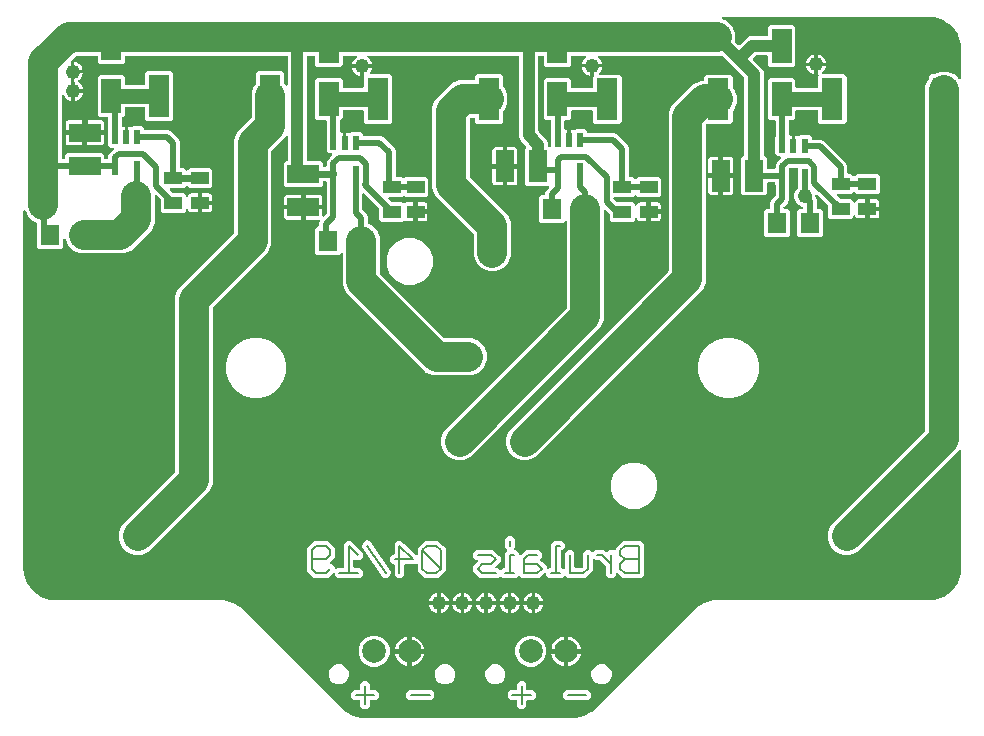
<source format=gbr>
G04 EAGLE Gerber RS-274X export*
G75*
%MOMM*%
%FSLAX34Y34*%
%LPD*%
%INBottom Copper*%
%IPPOS*%
%AMOC8*
5,1,8,0,0,1.08239X$1,22.5*%
G01*
%ADD10C,0.203200*%
%ADD11R,1.600000X1.803000*%
%ADD12R,1.780000X3.560000*%
%ADD13R,1.600000X2.700000*%
%ADD14C,2.000000*%
%ADD15R,0.550000X1.200000*%
%ADD16R,1.500000X1.100000*%
%ADD17R,1.700000X3.000000*%
%ADD18R,2.700000X1.600000*%
%ADD19C,0.400000*%
%ADD20C,1.209600*%
%ADD21C,2.540000*%
%ADD22C,0.508000*%
%ADD23C,1.016000*%
%ADD24C,0.609600*%
%ADD25C,1.270000*%

G36*
X467608Y-96946D02*
X467608Y-96946D01*
X467639Y-96949D01*
X471026Y-96727D01*
X471135Y-96704D01*
X471220Y-96695D01*
X477764Y-94942D01*
X477929Y-94871D01*
X478005Y-94842D01*
X483872Y-91454D01*
X483959Y-91386D01*
X484031Y-91340D01*
X486583Y-89102D01*
X486606Y-89076D01*
X486631Y-89057D01*
X567872Y-7817D01*
X569057Y-6631D01*
X572134Y-3554D01*
X579670Y797D01*
X588075Y3049D01*
X770000Y3049D01*
X770041Y3055D01*
X770078Y3052D01*
X774138Y3371D01*
X774278Y3403D01*
X774369Y3417D01*
X782091Y5926D01*
X782093Y5927D01*
X782095Y5928D01*
X782126Y5944D01*
X782344Y6050D01*
X782356Y6061D01*
X782369Y6068D01*
X788938Y10841D01*
X788940Y10842D01*
X788942Y10843D01*
X788966Y10868D01*
X789141Y11037D01*
X789149Y11051D01*
X789159Y11062D01*
X793932Y17631D01*
X793933Y17633D01*
X793934Y17634D01*
X793950Y17666D01*
X794064Y17880D01*
X794067Y17896D01*
X794074Y17909D01*
X796583Y25631D01*
X796601Y25738D01*
X796621Y25802D01*
X796621Y25832D01*
X796629Y25862D01*
X796948Y29922D01*
X796946Y29963D01*
X796951Y30000D01*
X796951Y129767D01*
X796947Y129799D01*
X796949Y129831D01*
X796927Y129938D01*
X796911Y130046D01*
X796898Y130075D01*
X796892Y130107D01*
X796840Y130203D01*
X796795Y130303D01*
X796774Y130327D01*
X796759Y130356D01*
X796683Y130434D01*
X796612Y130517D01*
X796585Y130535D01*
X796562Y130558D01*
X796467Y130612D01*
X796376Y130672D01*
X796345Y130681D01*
X796317Y130697D01*
X796211Y130722D01*
X796106Y130754D01*
X796074Y130755D01*
X796043Y130762D01*
X795933Y130756D01*
X795824Y130758D01*
X795793Y130749D01*
X795761Y130748D01*
X795658Y130712D01*
X795552Y130683D01*
X795525Y130666D01*
X795494Y130655D01*
X795421Y130602D01*
X795312Y130534D01*
X795280Y130498D01*
X795245Y130473D01*
X791280Y126508D01*
X708921Y44149D01*
X703133Y41751D01*
X696867Y41751D01*
X691079Y44149D01*
X686649Y48579D01*
X684251Y54367D01*
X684251Y60633D01*
X686649Y66421D01*
X766459Y146231D01*
X766516Y146307D01*
X766581Y146379D01*
X766601Y146420D01*
X766628Y146456D01*
X766662Y146546D01*
X766704Y146633D01*
X766710Y146675D01*
X766727Y146720D01*
X766737Y146848D01*
X766751Y146937D01*
X766751Y438133D01*
X769149Y443921D01*
X769759Y444531D01*
X769816Y444608D01*
X769881Y444679D01*
X769901Y444720D01*
X769928Y444756D01*
X769962Y444846D01*
X770004Y444933D01*
X770010Y444975D01*
X770027Y445020D01*
X770037Y445148D01*
X770051Y445237D01*
X770051Y446563D01*
X771837Y448349D01*
X773374Y448349D01*
X773416Y448355D01*
X773457Y448352D01*
X773541Y448372D01*
X773654Y448389D01*
X773707Y448413D01*
X773757Y448425D01*
X779367Y450749D01*
X785633Y450749D01*
X791243Y448425D01*
X791283Y448414D01*
X791321Y448396D01*
X791406Y448383D01*
X791516Y448355D01*
X791575Y448357D01*
X791626Y448349D01*
X792163Y448349D01*
X793949Y446563D01*
X793949Y446237D01*
X793962Y446142D01*
X793967Y446046D01*
X793982Y446003D01*
X793989Y445958D01*
X794028Y445871D01*
X794060Y445780D01*
X794085Y445745D01*
X794105Y445701D01*
X794188Y445604D01*
X794241Y445531D01*
X795245Y444527D01*
X795271Y444507D01*
X795292Y444483D01*
X795384Y444423D01*
X795471Y444357D01*
X795501Y444346D01*
X795528Y444328D01*
X795633Y444296D01*
X795735Y444258D01*
X795767Y444255D01*
X795798Y444246D01*
X795907Y444244D01*
X796016Y444236D01*
X796048Y444243D01*
X796080Y444242D01*
X796185Y444271D01*
X796292Y444294D01*
X796321Y444309D01*
X796352Y444317D01*
X796445Y444375D01*
X796541Y444426D01*
X796564Y444449D01*
X796592Y444466D01*
X796665Y444547D01*
X796743Y444623D01*
X796759Y444651D01*
X796781Y444675D01*
X796828Y444773D01*
X796882Y444868D01*
X796890Y444900D01*
X796904Y444929D01*
X796918Y445018D01*
X796947Y445143D01*
X796945Y445191D01*
X796951Y445233D01*
X796951Y470000D01*
X796945Y470041D01*
X796948Y470078D01*
X796629Y474138D01*
X796597Y474278D01*
X796583Y474369D01*
X794074Y482091D01*
X794073Y482093D01*
X794072Y482095D01*
X794057Y482125D01*
X793950Y482344D01*
X793939Y482356D01*
X793932Y482369D01*
X789159Y488938D01*
X789158Y488940D01*
X789157Y488942D01*
X789132Y488966D01*
X788963Y489141D01*
X788949Y489149D01*
X788938Y489159D01*
X782369Y493932D01*
X782367Y493933D01*
X782366Y493934D01*
X782334Y493950D01*
X782120Y494064D01*
X782104Y494067D01*
X782091Y494074D01*
X774369Y496583D01*
X774227Y496607D01*
X774138Y496629D01*
X770078Y496948D01*
X770037Y496946D01*
X770000Y496951D01*
X595253Y496951D01*
X595167Y496939D01*
X595080Y496936D01*
X595028Y496919D01*
X594974Y496911D01*
X594895Y496876D01*
X594812Y496849D01*
X594767Y496818D01*
X594717Y496795D01*
X594651Y496739D01*
X594579Y496690D01*
X594544Y496648D01*
X594503Y496612D01*
X594455Y496539D01*
X594400Y496472D01*
X594378Y496422D01*
X594348Y496376D01*
X594323Y496293D01*
X594288Y496213D01*
X594282Y496159D01*
X594266Y496106D01*
X594265Y496019D01*
X594254Y495933D01*
X594263Y495879D01*
X594262Y495824D01*
X594285Y495740D01*
X594299Y495655D01*
X594322Y495605D01*
X594337Y495552D01*
X594383Y495478D01*
X594420Y495400D01*
X594456Y495359D01*
X594485Y495312D01*
X594550Y495254D01*
X594607Y495189D01*
X594651Y495163D01*
X594695Y495123D01*
X594797Y495074D01*
X594871Y495029D01*
X598921Y493351D01*
X603351Y488921D01*
X605749Y483133D01*
X605749Y476867D01*
X605676Y476692D01*
X605674Y476683D01*
X605669Y476675D01*
X605639Y476546D01*
X605606Y476419D01*
X605606Y476409D01*
X605604Y476400D01*
X605611Y476268D01*
X605615Y476137D01*
X605618Y476128D01*
X605618Y476118D01*
X605661Y475995D01*
X605702Y475869D01*
X605708Y475861D01*
X605711Y475852D01*
X605757Y475790D01*
X605861Y475636D01*
X605880Y475621D01*
X605893Y475603D01*
X608043Y473452D01*
X608095Y473414D01*
X608140Y473368D01*
X608207Y473330D01*
X608269Y473283D01*
X608329Y473260D01*
X608385Y473229D01*
X608460Y473211D01*
X608533Y473184D01*
X608597Y473179D01*
X608659Y473164D01*
X608737Y473168D01*
X608814Y473162D01*
X608877Y473175D01*
X608941Y473178D01*
X609014Y473204D01*
X609090Y473219D01*
X609147Y473250D01*
X609208Y473271D01*
X609264Y473312D01*
X609339Y473352D01*
X609400Y473411D01*
X609457Y473452D01*
X615395Y479391D01*
X618383Y480629D01*
X632452Y480629D01*
X632516Y480638D01*
X632580Y480637D01*
X632655Y480658D01*
X632731Y480669D01*
X632790Y480695D01*
X632852Y480712D01*
X632918Y480753D01*
X632988Y480785D01*
X633037Y480827D01*
X633092Y480860D01*
X633144Y480918D01*
X633202Y480968D01*
X633238Y481022D01*
X633281Y481070D01*
X633314Y481139D01*
X633357Y481204D01*
X633376Y481266D01*
X633404Y481323D01*
X633415Y481393D01*
X633439Y481474D01*
X633440Y481559D01*
X633451Y481628D01*
X633451Y488763D01*
X635237Y490549D01*
X654763Y490549D01*
X656549Y488763D01*
X656549Y456237D01*
X654763Y454451D01*
X635237Y454451D01*
X633451Y456237D01*
X633451Y463372D01*
X633442Y463436D01*
X633443Y463500D01*
X633422Y463575D01*
X633411Y463651D01*
X633385Y463710D01*
X633368Y463772D01*
X633327Y463838D01*
X633295Y463908D01*
X633253Y463957D01*
X633220Y464012D01*
X633162Y464064D01*
X633112Y464122D01*
X633058Y464158D01*
X633010Y464201D01*
X632941Y464234D01*
X632876Y464277D01*
X632814Y464296D01*
X632757Y464324D01*
X632687Y464335D01*
X632606Y464359D01*
X632521Y464360D01*
X632452Y464371D01*
X623781Y464371D01*
X623686Y464358D01*
X623590Y464353D01*
X623547Y464338D01*
X623502Y464331D01*
X623414Y464292D01*
X623323Y464260D01*
X623289Y464235D01*
X623245Y464215D01*
X623148Y464132D01*
X623074Y464079D01*
X620952Y461957D01*
X620914Y461905D01*
X620868Y461860D01*
X620830Y461793D01*
X620783Y461731D01*
X620760Y461671D01*
X620729Y461615D01*
X620711Y461540D01*
X620684Y461467D01*
X620679Y461403D01*
X620664Y461341D01*
X620668Y461263D01*
X620662Y461186D01*
X620675Y461123D01*
X620678Y461059D01*
X620704Y460986D01*
X620719Y460910D01*
X620750Y460853D01*
X620771Y460792D01*
X620812Y460736D01*
X620852Y460661D01*
X620911Y460600D01*
X620952Y460543D01*
X628391Y453105D01*
X629629Y450117D01*
X629629Y380048D01*
X629638Y379984D01*
X629637Y379920D01*
X629658Y379845D01*
X629669Y379769D01*
X629695Y379710D01*
X629712Y379648D01*
X629753Y379582D01*
X629785Y379512D01*
X629827Y379463D01*
X629860Y379408D01*
X629918Y379356D01*
X629968Y379298D01*
X630022Y379262D01*
X630070Y379219D01*
X630139Y379186D01*
X630204Y379143D01*
X630266Y379124D01*
X630323Y379096D01*
X630393Y379085D01*
X630474Y379061D01*
X630559Y379060D01*
X630628Y379049D01*
X630763Y379049D01*
X632549Y377263D01*
X632549Y369088D01*
X632558Y369024D01*
X632557Y368960D01*
X632578Y368885D01*
X632589Y368809D01*
X632615Y368750D01*
X632632Y368688D01*
X632673Y368622D01*
X632705Y368552D01*
X632747Y368503D01*
X632780Y368448D01*
X632838Y368396D01*
X632888Y368338D01*
X632942Y368302D01*
X632990Y368259D01*
X633059Y368226D01*
X633124Y368183D01*
X633186Y368164D01*
X633243Y368136D01*
X633313Y368125D01*
X633394Y368101D01*
X633479Y368100D01*
X633548Y368089D01*
X638702Y368089D01*
X638766Y368098D01*
X638830Y368097D01*
X638905Y368118D01*
X638981Y368129D01*
X639040Y368155D01*
X639102Y368172D01*
X639168Y368213D01*
X639238Y368245D01*
X639287Y368287D01*
X639342Y368320D01*
X639394Y368378D01*
X639452Y368428D01*
X639488Y368482D01*
X639531Y368530D01*
X639564Y368599D01*
X639607Y368664D01*
X639626Y368726D01*
X639654Y368783D01*
X639665Y368853D01*
X639689Y368934D01*
X639690Y369019D01*
X639701Y369088D01*
X639701Y369285D01*
X639741Y369328D01*
X639761Y369369D01*
X639788Y369406D01*
X639822Y369496D01*
X639864Y369582D01*
X639870Y369624D01*
X639887Y369670D01*
X639897Y369797D01*
X639911Y369887D01*
X639911Y371612D01*
X640762Y373666D01*
X644342Y377245D01*
X644361Y377271D01*
X644386Y377292D01*
X644446Y377384D01*
X644511Y377471D01*
X644522Y377501D01*
X644540Y377528D01*
X644572Y377633D01*
X644611Y377735D01*
X644613Y377767D01*
X644623Y377798D01*
X644624Y377907D01*
X644632Y378016D01*
X644626Y378048D01*
X644626Y378080D01*
X644597Y378185D01*
X644575Y378292D01*
X644560Y378321D01*
X644551Y378352D01*
X644494Y378445D01*
X644442Y378541D01*
X644420Y378564D01*
X644403Y378592D01*
X644322Y378665D01*
X644246Y378743D01*
X644218Y378759D01*
X644194Y378781D01*
X644095Y378828D01*
X644000Y378882D01*
X643969Y378890D01*
X643940Y378904D01*
X643851Y378918D01*
X643726Y378947D01*
X643677Y378945D01*
X643635Y378951D01*
X641487Y378951D01*
X639701Y380737D01*
X639701Y395285D01*
X639741Y395328D01*
X639761Y395369D01*
X639788Y395406D01*
X639822Y395496D01*
X639864Y395582D01*
X639870Y395624D01*
X639887Y395670D01*
X639897Y395797D01*
X639911Y395887D01*
X639911Y408452D01*
X639902Y408516D01*
X639903Y408580D01*
X639882Y408655D01*
X639871Y408731D01*
X639845Y408790D01*
X639828Y408852D01*
X639787Y408918D01*
X639755Y408988D01*
X639713Y409037D01*
X639680Y409092D01*
X639622Y409144D01*
X639572Y409202D01*
X639518Y409238D01*
X639470Y409281D01*
X639401Y409314D01*
X639336Y409357D01*
X639274Y409376D01*
X639217Y409404D01*
X639147Y409415D01*
X639066Y409439D01*
X638981Y409440D01*
X638912Y409451D01*
X635237Y409451D01*
X633451Y411237D01*
X633451Y443763D01*
X635237Y445549D01*
X654763Y445549D01*
X656549Y443763D01*
X656549Y437898D01*
X656558Y437834D01*
X656557Y437770D01*
X656578Y437695D01*
X656589Y437619D01*
X656615Y437560D01*
X656632Y437498D01*
X656673Y437432D01*
X656705Y437362D01*
X656747Y437313D01*
X656780Y437258D01*
X656838Y437206D01*
X656888Y437148D01*
X656942Y437112D01*
X656990Y437069D01*
X657059Y437036D01*
X657124Y436993D01*
X657186Y436974D01*
X657243Y436946D01*
X657313Y436935D01*
X657394Y436911D01*
X657479Y436910D01*
X657548Y436899D01*
X675052Y436899D01*
X675116Y436908D01*
X675180Y436907D01*
X675255Y436928D01*
X675331Y436939D01*
X675390Y436965D01*
X675452Y436982D01*
X675518Y437023D01*
X675588Y437055D01*
X675637Y437097D01*
X675692Y437130D01*
X675744Y437188D01*
X675802Y437238D01*
X675838Y437292D01*
X675881Y437340D01*
X675914Y437409D01*
X675957Y437474D01*
X675976Y437536D01*
X676004Y437593D01*
X676015Y437663D01*
X676039Y437744D01*
X676040Y437829D01*
X676051Y437898D01*
X676051Y446566D01*
X676119Y446657D01*
X676200Y446759D01*
X676204Y446769D01*
X676211Y446778D01*
X676257Y446900D01*
X676305Y447020D01*
X676306Y447032D01*
X676310Y447042D01*
X676320Y447172D01*
X676333Y447301D01*
X676331Y447312D01*
X676332Y447324D01*
X676305Y447450D01*
X676282Y447578D01*
X676277Y447589D01*
X676274Y447600D01*
X676214Y447714D01*
X676155Y447830D01*
X676147Y447839D01*
X676142Y447849D01*
X676052Y447941D01*
X675963Y448037D01*
X675953Y448042D01*
X675945Y448051D01*
X675832Y448115D01*
X675721Y448181D01*
X675710Y448184D01*
X675700Y448190D01*
X675651Y448201D01*
X675651Y455301D01*
X682611Y455301D01*
X682411Y454295D01*
X681763Y452732D01*
X680823Y451325D01*
X679557Y450059D01*
X679541Y450037D01*
X679507Y450008D01*
X679501Y449999D01*
X679493Y449992D01*
X679424Y449881D01*
X679388Y449834D01*
X679382Y449817D01*
X679352Y449772D01*
X679349Y449762D01*
X679344Y449753D01*
X679308Y449627D01*
X679299Y449596D01*
X679289Y449570D01*
X679288Y449561D01*
X679270Y449502D01*
X679270Y449492D01*
X679267Y449482D01*
X679268Y449351D01*
X679267Y449292D01*
X679267Y449288D01*
X679267Y449287D01*
X679266Y449220D01*
X679269Y449210D01*
X679269Y449200D01*
X679306Y449075D01*
X679341Y448948D01*
X679347Y448939D01*
X679350Y448930D01*
X679420Y448820D01*
X679489Y448708D01*
X679497Y448701D01*
X679503Y448693D01*
X679602Y448607D01*
X679699Y448519D01*
X679708Y448515D01*
X679716Y448508D01*
X679835Y448453D01*
X679953Y448396D01*
X679962Y448395D01*
X679972Y448390D01*
X680140Y448365D01*
X680173Y448357D01*
X680188Y448358D01*
X680251Y448349D01*
X680254Y448349D01*
X680257Y448349D01*
X698163Y448349D01*
X699949Y446563D01*
X699949Y408437D01*
X698163Y406651D01*
X677837Y406651D01*
X676051Y408437D01*
X676051Y417102D01*
X676042Y417166D01*
X676043Y417230D01*
X676022Y417305D01*
X676011Y417381D01*
X675985Y417440D01*
X675968Y417502D01*
X675927Y417568D01*
X675895Y417638D01*
X675853Y417687D01*
X675820Y417742D01*
X675762Y417794D01*
X675712Y417852D01*
X675658Y417888D01*
X675610Y417931D01*
X675541Y417964D01*
X675476Y418007D01*
X675414Y418026D01*
X675357Y418054D01*
X675287Y418065D01*
X675206Y418089D01*
X675121Y418090D01*
X675052Y418101D01*
X657548Y418101D01*
X657484Y418092D01*
X657420Y418093D01*
X657345Y418072D01*
X657269Y418061D01*
X657210Y418035D01*
X657148Y418018D01*
X657082Y417977D01*
X657012Y417945D01*
X656963Y417903D01*
X656908Y417870D01*
X656856Y417812D01*
X656798Y417762D01*
X656762Y417708D01*
X656719Y417660D01*
X656686Y417591D01*
X656643Y417526D01*
X656624Y417464D01*
X656596Y417407D01*
X656585Y417337D01*
X656561Y417256D01*
X656560Y417171D01*
X656549Y417102D01*
X656549Y411237D01*
X654763Y409451D01*
X652088Y409451D01*
X652024Y409442D01*
X651960Y409443D01*
X651885Y409422D01*
X651809Y409411D01*
X651750Y409385D01*
X651688Y409368D01*
X651622Y409327D01*
X651552Y409295D01*
X651503Y409253D01*
X651448Y409220D01*
X651396Y409162D01*
X651338Y409112D01*
X651302Y409058D01*
X651259Y409010D01*
X651226Y408941D01*
X651183Y408876D01*
X651164Y408814D01*
X651136Y408757D01*
X651125Y408687D01*
X651101Y408606D01*
X651100Y408521D01*
X651089Y408452D01*
X651089Y397540D01*
X651098Y397476D01*
X651097Y397412D01*
X651118Y397337D01*
X651129Y397261D01*
X651155Y397202D01*
X651172Y397140D01*
X651213Y397074D01*
X651245Y397004D01*
X651287Y396955D01*
X651320Y396900D01*
X651378Y396848D01*
X651428Y396790D01*
X651482Y396754D01*
X651530Y396711D01*
X651599Y396678D01*
X651664Y396635D01*
X651726Y396616D01*
X651783Y396588D01*
X651853Y396577D01*
X651934Y396553D01*
X652019Y396552D01*
X652088Y396541D01*
X653626Y396541D01*
X653626Y388375D01*
X653635Y388312D01*
X653634Y388247D01*
X653655Y388173D01*
X653666Y388096D01*
X653692Y388038D01*
X653709Y387976D01*
X653750Y387910D01*
X653782Y387839D01*
X653823Y387790D01*
X653857Y387736D01*
X653915Y387684D01*
X653965Y387625D01*
X654019Y387590D01*
X654067Y387547D01*
X654136Y387513D01*
X654201Y387470D01*
X654263Y387452D01*
X654320Y387424D01*
X654390Y387413D01*
X654471Y387388D01*
X654556Y387387D01*
X654625Y387376D01*
X655375Y387376D01*
X655439Y387385D01*
X655503Y387384D01*
X655578Y387405D01*
X655654Y387416D01*
X655713Y387442D01*
X655775Y387459D01*
X655841Y387500D01*
X655911Y387532D01*
X655960Y387574D01*
X656015Y387608D01*
X656067Y387665D01*
X656125Y387715D01*
X656161Y387769D01*
X656204Y387817D01*
X656237Y387886D01*
X656280Y387951D01*
X656299Y388013D01*
X656327Y388071D01*
X656338Y388140D01*
X656362Y388221D01*
X656363Y388306D01*
X656374Y388375D01*
X656374Y396541D01*
X658085Y396541D01*
X658730Y396368D01*
X658748Y396357D01*
X658818Y396329D01*
X658883Y396292D01*
X658948Y396277D01*
X659010Y396252D01*
X659084Y396245D01*
X659158Y396228D01*
X659224Y396231D01*
X659291Y396224D01*
X659364Y396238D01*
X659439Y396242D01*
X659502Y396264D01*
X659568Y396276D01*
X659635Y396310D01*
X659706Y396334D01*
X659755Y396371D01*
X659820Y396403D01*
X659891Y396470D01*
X659955Y396516D01*
X660487Y397049D01*
X668513Y397049D01*
X670299Y395263D01*
X670299Y394088D01*
X670308Y394024D01*
X670307Y393960D01*
X670328Y393885D01*
X670339Y393809D01*
X670365Y393750D01*
X670382Y393688D01*
X670423Y393622D01*
X670455Y393552D01*
X670497Y393503D01*
X670530Y393448D01*
X670588Y393396D01*
X670638Y393338D01*
X670692Y393302D01*
X670740Y393259D01*
X670809Y393226D01*
X670874Y393183D01*
X670936Y393164D01*
X670993Y393136D01*
X671063Y393125D01*
X671144Y393101D01*
X671229Y393100D01*
X671298Y393089D01*
X678612Y393089D01*
X680666Y392238D01*
X699738Y373166D01*
X700589Y371112D01*
X700589Y365048D01*
X700598Y364984D01*
X700597Y364920D01*
X700618Y364845D01*
X700629Y364769D01*
X700655Y364710D01*
X700672Y364648D01*
X700713Y364582D01*
X700745Y364512D01*
X700787Y364463D01*
X700820Y364408D01*
X700878Y364356D01*
X700928Y364298D01*
X700982Y364262D01*
X701030Y364219D01*
X701099Y364186D01*
X701164Y364143D01*
X701226Y364124D01*
X701283Y364096D01*
X701353Y364085D01*
X701434Y364061D01*
X701519Y364060D01*
X701588Y364049D01*
X703763Y364049D01*
X705543Y362268D01*
X705595Y362230D01*
X705640Y362184D01*
X705707Y362145D01*
X705769Y362099D01*
X705829Y362076D01*
X705885Y362044D01*
X705960Y362027D01*
X706033Y361999D01*
X706097Y361994D01*
X706159Y361980D01*
X706237Y361983D01*
X706314Y361978D01*
X706377Y361991D01*
X706441Y361994D01*
X706514Y362019D01*
X706590Y362035D01*
X706647Y362065D01*
X706708Y362086D01*
X706764Y362128D01*
X706839Y362168D01*
X706900Y362227D01*
X706957Y362268D01*
X708737Y364049D01*
X726263Y364049D01*
X728049Y362263D01*
X728049Y348737D01*
X726263Y346951D01*
X708737Y346951D01*
X706957Y348732D01*
X706905Y348770D01*
X706860Y348816D01*
X706793Y348855D01*
X706731Y348901D01*
X706671Y348924D01*
X706615Y348956D01*
X706540Y348973D01*
X706467Y349001D01*
X706403Y349006D01*
X706340Y349020D01*
X706263Y349017D01*
X706186Y349022D01*
X706123Y349009D01*
X706059Y349006D01*
X705986Y348981D01*
X705910Y348965D01*
X705853Y348935D01*
X705792Y348914D01*
X705736Y348872D01*
X705661Y348832D01*
X705600Y348773D01*
X705543Y348732D01*
X703763Y346951D01*
X692865Y346951D01*
X692833Y346947D01*
X692801Y346949D01*
X692694Y346927D01*
X692586Y346911D01*
X692556Y346898D01*
X692525Y346892D01*
X692428Y346840D01*
X692329Y346795D01*
X692304Y346774D01*
X692276Y346759D01*
X692197Y346683D01*
X692114Y346612D01*
X692097Y346585D01*
X692074Y346562D01*
X692020Y346467D01*
X691960Y346376D01*
X691950Y346345D01*
X691935Y346317D01*
X691909Y346211D01*
X691877Y346106D01*
X691877Y346074D01*
X691870Y346043D01*
X691875Y345933D01*
X691874Y345824D01*
X691882Y345793D01*
X691884Y345761D01*
X691920Y345658D01*
X691949Y345552D01*
X691966Y345525D01*
X691976Y345494D01*
X692030Y345421D01*
X692097Y345312D01*
X692133Y345280D01*
X692158Y345245D01*
X694062Y343341D01*
X694139Y343284D01*
X694210Y343219D01*
X694251Y343199D01*
X694288Y343172D01*
X694378Y343138D01*
X694464Y343096D01*
X694506Y343090D01*
X694552Y343073D01*
X694679Y343063D01*
X694769Y343049D01*
X703763Y343049D01*
X705549Y341263D01*
X705549Y340794D01*
X705550Y340784D01*
X705549Y340773D01*
X705570Y340644D01*
X705589Y340515D01*
X705593Y340505D01*
X705595Y340495D01*
X705651Y340377D01*
X705705Y340258D01*
X705712Y340250D01*
X705716Y340240D01*
X705803Y340143D01*
X705888Y340044D01*
X705897Y340038D01*
X705904Y340030D01*
X706015Y339961D01*
X706124Y339889D01*
X706134Y339886D01*
X706144Y339880D01*
X706270Y339845D01*
X706394Y339807D01*
X706405Y339807D01*
X706415Y339804D01*
X706546Y339805D01*
X706676Y339803D01*
X706686Y339806D01*
X706697Y339806D01*
X706822Y339844D01*
X706948Y339878D01*
X706957Y339884D01*
X706967Y339887D01*
X707077Y339958D01*
X707188Y340027D01*
X707195Y340035D01*
X707204Y340040D01*
X707290Y340140D01*
X707377Y340236D01*
X707381Y340246D01*
X707388Y340254D01*
X707421Y340328D01*
X707500Y340490D01*
X707503Y340514D01*
X707513Y340536D01*
X707632Y340981D01*
X707967Y341560D01*
X708440Y342033D01*
X709019Y342368D01*
X709665Y342541D01*
X715501Y342541D01*
X715501Y335500D01*
X715510Y335436D01*
X715509Y335372D01*
X715530Y335298D01*
X715541Y335221D01*
X715567Y335162D01*
X715584Y335100D01*
X715625Y335034D01*
X715657Y334964D01*
X715699Y334915D01*
X715732Y334860D01*
X715790Y334809D01*
X715840Y334750D01*
X715894Y334714D01*
X715942Y334671D01*
X716011Y334638D01*
X716076Y334595D01*
X716138Y334576D01*
X716195Y334548D01*
X716265Y334538D01*
X716346Y334513D01*
X716431Y334512D01*
X716500Y334501D01*
X717501Y334501D01*
X717501Y334499D01*
X716500Y334499D01*
X716436Y334490D01*
X716372Y334491D01*
X716297Y334470D01*
X716221Y334459D01*
X716162Y334433D01*
X716100Y334416D01*
X716034Y334375D01*
X715964Y334343D01*
X715915Y334301D01*
X715860Y334268D01*
X715808Y334210D01*
X715750Y334160D01*
X715714Y334106D01*
X715671Y334058D01*
X715638Y333989D01*
X715595Y333924D01*
X715576Y333862D01*
X715548Y333804D01*
X715538Y333735D01*
X715513Y333654D01*
X715512Y333569D01*
X715501Y333500D01*
X715501Y326459D01*
X709665Y326459D01*
X709019Y326632D01*
X708440Y326967D01*
X707967Y327440D01*
X707632Y328019D01*
X707513Y328464D01*
X707509Y328474D01*
X707507Y328485D01*
X707454Y328603D01*
X707402Y328724D01*
X707396Y328732D01*
X707391Y328742D01*
X707307Y328841D01*
X707224Y328942D01*
X707215Y328948D01*
X707208Y328956D01*
X707099Y329028D01*
X706991Y329101D01*
X706981Y329105D01*
X706972Y329111D01*
X706847Y329149D01*
X706723Y329189D01*
X706712Y329190D01*
X706702Y329193D01*
X706571Y329195D01*
X706441Y329199D01*
X706431Y329197D01*
X706420Y329197D01*
X706294Y329162D01*
X706168Y329130D01*
X706159Y329124D01*
X706148Y329122D01*
X706037Y329053D01*
X705925Y328987D01*
X705918Y328979D01*
X705908Y328973D01*
X705821Y328876D01*
X705731Y328782D01*
X705727Y328772D01*
X705719Y328764D01*
X705663Y328647D01*
X705603Y328531D01*
X705601Y328520D01*
X705596Y328510D01*
X705584Y328431D01*
X705550Y328254D01*
X705552Y328230D01*
X705549Y328206D01*
X705549Y327737D01*
X703763Y325951D01*
X686237Y325951D01*
X684451Y327737D01*
X684451Y336731D01*
X684442Y336794D01*
X684443Y336851D01*
X684435Y336880D01*
X684433Y336922D01*
X684418Y336965D01*
X684411Y337010D01*
X684379Y337081D01*
X684368Y337123D01*
X684357Y337140D01*
X684340Y337189D01*
X684315Y337223D01*
X684295Y337267D01*
X684236Y337337D01*
X684220Y337363D01*
X684201Y337380D01*
X684159Y337438D01*
X675303Y346294D01*
X675277Y346313D01*
X675256Y346338D01*
X675164Y346398D01*
X675077Y346463D01*
X675047Y346474D01*
X675020Y346492D01*
X674915Y346524D01*
X674813Y346563D01*
X674781Y346565D01*
X674750Y346575D01*
X674641Y346576D01*
X674532Y346584D01*
X674500Y346578D01*
X674468Y346578D01*
X674363Y346549D01*
X674256Y346527D01*
X674227Y346512D01*
X674196Y346503D01*
X674103Y346446D01*
X674007Y346394D01*
X673984Y346372D01*
X673956Y346355D01*
X673883Y346274D01*
X673805Y346198D01*
X673789Y346170D01*
X673767Y346146D01*
X673720Y346047D01*
X673666Y345952D01*
X673658Y345921D01*
X673644Y345892D01*
X673630Y345803D01*
X673601Y345678D01*
X673603Y345629D01*
X673597Y345587D01*
X673597Y344721D01*
X673609Y344634D01*
X673609Y344589D01*
X673613Y344573D01*
X673615Y344530D01*
X673630Y344487D01*
X673637Y344442D01*
X673670Y344368D01*
X673684Y344318D01*
X673695Y344299D01*
X673708Y344263D01*
X673733Y344229D01*
X673753Y344185D01*
X673799Y344130D01*
X673832Y344078D01*
X673865Y344048D01*
X673889Y344014D01*
X673958Y343946D01*
X674809Y341892D01*
X674809Y335563D01*
X674818Y335499D01*
X674817Y335435D01*
X674838Y335360D01*
X674849Y335284D01*
X674875Y335225D01*
X674892Y335163D01*
X674933Y335097D01*
X674965Y335027D01*
X675007Y334978D01*
X675040Y334923D01*
X675098Y334871D01*
X675148Y334813D01*
X675202Y334777D01*
X675250Y334734D01*
X675319Y334701D01*
X675384Y334658D01*
X675446Y334639D01*
X675503Y334611D01*
X675573Y334600D01*
X675654Y334576D01*
X675739Y334575D01*
X675808Y334564D01*
X678483Y334564D01*
X680269Y332778D01*
X680269Y312222D01*
X678483Y310436D01*
X659957Y310436D01*
X658171Y312222D01*
X658171Y332778D01*
X659957Y334564D01*
X662108Y334564D01*
X662194Y334576D01*
X662281Y334579D01*
X662333Y334596D01*
X662387Y334604D01*
X662466Y334639D01*
X662549Y334666D01*
X662594Y334697D01*
X662644Y334720D01*
X662710Y334776D01*
X662782Y334825D01*
X662817Y334867D01*
X662858Y334903D01*
X662906Y334976D01*
X662961Y335043D01*
X662983Y335093D01*
X663013Y335139D01*
X663038Y335222D01*
X663073Y335302D01*
X663079Y335356D01*
X663095Y335409D01*
X663096Y335496D01*
X663107Y335582D01*
X663098Y335636D01*
X663099Y335691D01*
X663076Y335775D01*
X663062Y335860D01*
X663039Y335910D01*
X663024Y335963D01*
X662978Y336037D01*
X662941Y336115D01*
X662905Y336156D01*
X662876Y336203D01*
X662811Y336261D01*
X662754Y336326D01*
X662710Y336352D01*
X662666Y336392D01*
X662564Y336441D01*
X662490Y336486D01*
X659347Y337788D01*
X656788Y340347D01*
X655403Y343691D01*
X655403Y347309D01*
X656788Y350653D01*
X658619Y352483D01*
X658676Y352560D01*
X658741Y352632D01*
X658761Y352672D01*
X658788Y352709D01*
X658822Y352799D01*
X658864Y352885D01*
X658870Y352927D01*
X658887Y352973D01*
X658897Y353100D01*
X658911Y353190D01*
X658911Y354113D01*
X658898Y354208D01*
X658893Y354304D01*
X658878Y354348D01*
X658871Y354392D01*
X658832Y354480D01*
X658800Y354571D01*
X658775Y354605D01*
X658755Y354649D01*
X658701Y354712D01*
X658701Y368412D01*
X658692Y368476D01*
X658693Y368540D01*
X658672Y368615D01*
X658661Y368691D01*
X658635Y368750D01*
X658618Y368812D01*
X658577Y368878D01*
X658545Y368948D01*
X658503Y368997D01*
X658470Y369052D01*
X658412Y369104D01*
X658362Y369162D01*
X658308Y369198D01*
X658260Y369241D01*
X658191Y369274D01*
X658126Y369317D01*
X658064Y369336D01*
X658007Y369364D01*
X657937Y369375D01*
X657856Y369399D01*
X657771Y369400D01*
X657702Y369411D01*
X652729Y369411D01*
X652634Y369398D01*
X652538Y369393D01*
X652495Y369378D01*
X652450Y369371D01*
X652362Y369332D01*
X652271Y369300D01*
X652237Y369275D01*
X652193Y369255D01*
X652095Y369172D01*
X652022Y369119D01*
X651591Y368688D01*
X651534Y368611D01*
X651469Y368540D01*
X651449Y368499D01*
X651422Y368462D01*
X651388Y368372D01*
X651346Y368286D01*
X651340Y368244D01*
X651323Y368198D01*
X651313Y368071D01*
X651299Y367981D01*
X651299Y354715D01*
X651259Y354672D01*
X651239Y354631D01*
X651212Y354594D01*
X651178Y354504D01*
X651136Y354418D01*
X651130Y354376D01*
X651113Y354330D01*
X651103Y354203D01*
X651089Y354113D01*
X651089Y341888D01*
X650238Y339834D01*
X646673Y336270D01*
X646654Y336244D01*
X646629Y336223D01*
X646569Y336131D01*
X646504Y336044D01*
X646493Y336014D01*
X646475Y335987D01*
X646443Y335882D01*
X646404Y335780D01*
X646402Y335748D01*
X646392Y335717D01*
X646391Y335608D01*
X646383Y335499D01*
X646389Y335467D01*
X646389Y335435D01*
X646418Y335330D01*
X646440Y335223D01*
X646455Y335194D01*
X646464Y335163D01*
X646521Y335070D01*
X646573Y334974D01*
X646595Y334951D01*
X646612Y334923D01*
X646693Y334850D01*
X646769Y334772D01*
X646797Y334756D01*
X646821Y334734D01*
X646920Y334687D01*
X647015Y334633D01*
X647046Y334625D01*
X647075Y334611D01*
X647164Y334597D01*
X647289Y334568D01*
X647338Y334570D01*
X647380Y334564D01*
X650043Y334564D01*
X651829Y332778D01*
X651829Y312222D01*
X650043Y310436D01*
X631517Y310436D01*
X629731Y312222D01*
X629731Y332778D01*
X631517Y334564D01*
X634192Y334564D01*
X634256Y334573D01*
X634320Y334572D01*
X634395Y334593D01*
X634471Y334604D01*
X634530Y334630D01*
X634592Y334647D01*
X634658Y334688D01*
X634728Y334720D01*
X634777Y334762D01*
X634832Y334795D01*
X634884Y334853D01*
X634942Y334903D01*
X634978Y334957D01*
X635021Y335005D01*
X635054Y335074D01*
X635097Y335139D01*
X635116Y335201D01*
X635144Y335258D01*
X635155Y335328D01*
X635179Y335409D01*
X635180Y335494D01*
X635191Y335563D01*
X635191Y339392D01*
X636042Y341446D01*
X639619Y345022D01*
X639634Y345043D01*
X639650Y345057D01*
X639682Y345106D01*
X639741Y345170D01*
X639761Y345211D01*
X639788Y345248D01*
X639822Y345338D01*
X639864Y345424D01*
X639870Y345466D01*
X639887Y345512D01*
X639897Y345639D01*
X639911Y345729D01*
X639911Y354113D01*
X639898Y354208D01*
X639893Y354305D01*
X639878Y354348D01*
X639871Y354393D01*
X639832Y354480D01*
X639800Y354571D01*
X639775Y354605D01*
X639755Y354649D01*
X639701Y354713D01*
X639701Y355912D01*
X639692Y355976D01*
X639693Y356040D01*
X639672Y356115D01*
X639661Y356191D01*
X639635Y356250D01*
X639618Y356312D01*
X639577Y356378D01*
X639545Y356448D01*
X639503Y356497D01*
X639470Y356552D01*
X639412Y356604D01*
X639362Y356662D01*
X639308Y356698D01*
X639260Y356741D01*
X639191Y356774D01*
X639126Y356817D01*
X639064Y356836D01*
X639007Y356864D01*
X638937Y356875D01*
X638856Y356899D01*
X638771Y356900D01*
X638702Y356911D01*
X633548Y356911D01*
X633484Y356902D01*
X633420Y356903D01*
X633345Y356882D01*
X633269Y356871D01*
X633210Y356845D01*
X633148Y356828D01*
X633082Y356787D01*
X633012Y356755D01*
X632963Y356713D01*
X632908Y356680D01*
X632856Y356622D01*
X632798Y356572D01*
X632762Y356518D01*
X632719Y356470D01*
X632686Y356401D01*
X632643Y356336D01*
X632624Y356274D01*
X632596Y356217D01*
X632585Y356147D01*
X632561Y356066D01*
X632560Y355981D01*
X632549Y355912D01*
X632549Y347737D01*
X630763Y345951D01*
X612237Y345951D01*
X610451Y347737D01*
X610451Y377263D01*
X612237Y379049D01*
X612372Y379049D01*
X612436Y379058D01*
X612500Y379057D01*
X612575Y379078D01*
X612651Y379089D01*
X612710Y379115D01*
X612772Y379132D01*
X612838Y379173D01*
X612908Y379205D01*
X612957Y379247D01*
X613012Y379280D01*
X613064Y379338D01*
X613122Y379388D01*
X613158Y379442D01*
X613201Y379490D01*
X613234Y379559D01*
X613277Y379624D01*
X613296Y379686D01*
X613324Y379743D01*
X613335Y379813D01*
X613359Y379894D01*
X613360Y379979D01*
X613371Y380048D01*
X613371Y444719D01*
X613358Y444814D01*
X613353Y444910D01*
X613338Y444953D01*
X613331Y444998D01*
X613292Y445086D01*
X613260Y445177D01*
X613235Y445211D01*
X613215Y445255D01*
X613132Y445353D01*
X613079Y445426D01*
X604286Y454218D01*
X594397Y464107D01*
X594389Y464113D01*
X594383Y464121D01*
X594276Y464198D01*
X594171Y464277D01*
X594162Y464280D01*
X594155Y464286D01*
X594030Y464330D01*
X593907Y464376D01*
X593898Y464377D01*
X593889Y464380D01*
X593757Y464388D01*
X593626Y464398D01*
X593617Y464396D01*
X593607Y464397D01*
X593532Y464378D01*
X593350Y464340D01*
X593329Y464329D01*
X593308Y464324D01*
X593133Y464251D01*
X490408Y464251D01*
X490279Y464233D01*
X490150Y464218D01*
X490140Y464213D01*
X490128Y464211D01*
X490010Y464158D01*
X489891Y464107D01*
X489882Y464100D01*
X489871Y464095D01*
X489773Y464011D01*
X489672Y463929D01*
X489666Y463919D01*
X489657Y463912D01*
X489586Y463803D01*
X489512Y463696D01*
X489509Y463685D01*
X489503Y463676D01*
X489465Y463552D01*
X489424Y463428D01*
X489424Y463417D01*
X489420Y463406D01*
X489419Y463276D01*
X489414Y463147D01*
X489417Y463136D01*
X489416Y463124D01*
X489451Y462998D01*
X489483Y462873D01*
X489489Y462863D01*
X489492Y462852D01*
X489560Y462741D01*
X489626Y462630D01*
X489634Y462623D01*
X489640Y462612D01*
X489849Y462423D01*
X489851Y462422D01*
X489852Y462421D01*
X489927Y462371D01*
X491123Y461175D01*
X492063Y459768D01*
X492711Y458205D01*
X492911Y457199D01*
X484952Y457199D01*
X484889Y457190D01*
X484824Y457191D01*
X484750Y457170D01*
X484673Y457159D01*
X484615Y457133D01*
X484553Y457116D01*
X484487Y457075D01*
X484449Y457058D01*
X484441Y457062D01*
X484376Y457105D01*
X484314Y457124D01*
X484256Y457152D01*
X484187Y457163D01*
X484106Y457187D01*
X484021Y457188D01*
X483952Y457199D01*
X475993Y457199D01*
X476193Y458205D01*
X476841Y459768D01*
X477781Y461175D01*
X478977Y462371D01*
X479052Y462421D01*
X479148Y462508D01*
X479247Y462592D01*
X479253Y462602D01*
X479262Y462609D01*
X479330Y462719D01*
X479401Y462828D01*
X479405Y462839D01*
X479411Y462849D01*
X479446Y462974D01*
X479484Y463098D01*
X479484Y463109D01*
X479487Y463120D01*
X479486Y463251D01*
X479488Y463380D01*
X479484Y463391D01*
X479484Y463402D01*
X479447Y463526D01*
X479412Y463652D01*
X479406Y463661D01*
X479403Y463672D01*
X479333Y463781D01*
X479264Y463892D01*
X479256Y463899D01*
X479250Y463909D01*
X479151Y463994D01*
X479055Y464081D01*
X479045Y464086D01*
X479036Y464093D01*
X478918Y464147D01*
X478801Y464204D01*
X478790Y464205D01*
X478779Y464210D01*
X478500Y464251D01*
X478498Y464251D01*
X478496Y464251D01*
X467548Y464251D01*
X467484Y464242D01*
X467420Y464243D01*
X467345Y464222D01*
X467269Y464211D01*
X467210Y464185D01*
X467148Y464168D01*
X467082Y464127D01*
X467012Y464095D01*
X466963Y464053D01*
X466908Y464020D01*
X466856Y463962D01*
X466798Y463912D01*
X466762Y463858D01*
X466719Y463810D01*
X466686Y463741D01*
X466643Y463676D01*
X466624Y463614D01*
X466596Y463557D01*
X466585Y463487D01*
X466561Y463406D01*
X466560Y463321D01*
X466549Y463252D01*
X466549Y456237D01*
X464763Y454451D01*
X445237Y454451D01*
X443451Y456237D01*
X443451Y463252D01*
X443442Y463316D01*
X443443Y463380D01*
X443422Y463455D01*
X443411Y463531D01*
X443385Y463590D01*
X443368Y463652D01*
X443327Y463718D01*
X443295Y463788D01*
X443253Y463837D01*
X443220Y463892D01*
X443162Y463944D01*
X443112Y464002D01*
X443058Y464038D01*
X443010Y464081D01*
X442941Y464114D01*
X442876Y464157D01*
X442814Y464176D01*
X442757Y464204D01*
X442687Y464215D01*
X442606Y464239D01*
X442521Y464240D01*
X442452Y464251D01*
X440048Y464251D01*
X439984Y464242D01*
X439920Y464243D01*
X439845Y464222D01*
X439769Y464211D01*
X439710Y464185D01*
X439648Y464168D01*
X439582Y464127D01*
X439512Y464095D01*
X439463Y464053D01*
X439408Y464020D01*
X439356Y463962D01*
X439298Y463912D01*
X439262Y463858D01*
X439219Y463810D01*
X439186Y463741D01*
X439143Y463676D01*
X439124Y463614D01*
X439096Y463557D01*
X439085Y463487D01*
X439061Y463406D01*
X439060Y463321D01*
X439049Y463252D01*
X439049Y400434D01*
X439062Y400339D01*
X439067Y400243D01*
X439082Y400200D01*
X439089Y400155D01*
X439128Y400067D01*
X439160Y399976D01*
X439185Y399942D01*
X439205Y399898D01*
X439288Y399801D01*
X439341Y399728D01*
X445591Y393478D01*
X446829Y390490D01*
X446829Y388048D01*
X446838Y387984D01*
X446837Y387920D01*
X446858Y387845D01*
X446869Y387769D01*
X446895Y387710D01*
X446912Y387648D01*
X446953Y387582D01*
X446985Y387512D01*
X447027Y387463D01*
X447060Y387408D01*
X447118Y387356D01*
X447168Y387298D01*
X447222Y387262D01*
X447270Y387219D01*
X447339Y387186D01*
X447404Y387143D01*
X447466Y387124D01*
X447523Y387096D01*
X447593Y387085D01*
X447674Y387061D01*
X447759Y387060D01*
X447828Y387049D01*
X447963Y387049D01*
X447995Y387016D01*
X448021Y386997D01*
X448042Y386972D01*
X448134Y386912D01*
X448221Y386847D01*
X448251Y386835D01*
X448278Y386818D01*
X448383Y386786D01*
X448485Y386747D01*
X448517Y386745D01*
X448548Y386735D01*
X448657Y386734D01*
X448766Y386725D01*
X448798Y386732D01*
X448830Y386732D01*
X448935Y386761D01*
X449042Y386783D01*
X449071Y386798D01*
X449102Y386807D01*
X449195Y386864D01*
X449291Y386916D01*
X449314Y386938D01*
X449342Y386955D01*
X449415Y387036D01*
X449493Y387112D01*
X449509Y387140D01*
X449531Y387164D01*
X449578Y387263D01*
X449632Y387358D01*
X449640Y387389D01*
X449654Y387418D01*
X449668Y387508D01*
X449697Y387632D01*
X449695Y387681D01*
X449701Y387723D01*
X449701Y400285D01*
X449741Y400328D01*
X449761Y400369D01*
X449788Y400406D01*
X449822Y400496D01*
X449864Y400582D01*
X449870Y400624D01*
X449887Y400670D01*
X449897Y400797D01*
X449911Y400887D01*
X449911Y408452D01*
X449902Y408516D01*
X449903Y408580D01*
X449882Y408655D01*
X449871Y408731D01*
X449845Y408790D01*
X449828Y408852D01*
X449787Y408918D01*
X449755Y408988D01*
X449713Y409037D01*
X449680Y409092D01*
X449622Y409144D01*
X449572Y409202D01*
X449518Y409238D01*
X449470Y409281D01*
X449401Y409314D01*
X449336Y409357D01*
X449274Y409376D01*
X449217Y409404D01*
X449147Y409415D01*
X449066Y409439D01*
X448981Y409440D01*
X448912Y409451D01*
X445237Y409451D01*
X443451Y411237D01*
X443451Y443763D01*
X445237Y445549D01*
X464763Y445549D01*
X466549Y443763D01*
X466549Y437598D01*
X466557Y437539D01*
X466557Y437520D01*
X466558Y437517D01*
X466557Y437470D01*
X466578Y437395D01*
X466589Y437319D01*
X466615Y437260D01*
X466632Y437198D01*
X466673Y437132D01*
X466705Y437062D01*
X466747Y437013D01*
X466780Y436958D01*
X466838Y436906D01*
X466888Y436848D01*
X466942Y436812D01*
X466990Y436769D01*
X467059Y436736D01*
X467124Y436693D01*
X467186Y436674D01*
X467243Y436646D01*
X467313Y436635D01*
X467394Y436611D01*
X467479Y436610D01*
X467548Y436599D01*
X484552Y436599D01*
X484616Y436608D01*
X484680Y436607D01*
X484755Y436628D01*
X484831Y436639D01*
X484890Y436665D01*
X484952Y436682D01*
X485018Y436723D01*
X485088Y436755D01*
X485137Y436797D01*
X485192Y436830D01*
X485244Y436888D01*
X485302Y436938D01*
X485338Y436992D01*
X485381Y437040D01*
X485414Y437109D01*
X485457Y437174D01*
X485476Y437236D01*
X485504Y437293D01*
X485515Y437363D01*
X485539Y437444D01*
X485540Y437529D01*
X485551Y437598D01*
X485551Y446263D01*
X485659Y446370D01*
X485716Y446447D01*
X485781Y446518D01*
X485801Y446559D01*
X485828Y446596D01*
X485862Y446686D01*
X485904Y446772D01*
X485910Y446814D01*
X485927Y446860D01*
X485937Y446987D01*
X485951Y447077D01*
X485951Y454201D01*
X492911Y454201D01*
X492711Y453195D01*
X492063Y451632D01*
X491123Y450225D01*
X490653Y449755D01*
X490633Y449729D01*
X490609Y449708D01*
X490549Y449616D01*
X490484Y449529D01*
X490472Y449499D01*
X490455Y449472D01*
X490423Y449367D01*
X490384Y449265D01*
X490382Y449233D01*
X490372Y449202D01*
X490371Y449093D01*
X490362Y448984D01*
X490369Y448952D01*
X490368Y448920D01*
X490398Y448815D01*
X490420Y448708D01*
X490435Y448679D01*
X490444Y448648D01*
X490501Y448555D01*
X490552Y448459D01*
X490575Y448436D01*
X490592Y448408D01*
X490673Y448335D01*
X490749Y448257D01*
X490777Y448241D01*
X490801Y448219D01*
X490900Y448172D01*
X490994Y448118D01*
X491026Y448110D01*
X491055Y448096D01*
X491144Y448082D01*
X491269Y448053D01*
X491317Y448055D01*
X491359Y448049D01*
X507663Y448049D01*
X509449Y446263D01*
X509449Y408137D01*
X507663Y406351D01*
X487337Y406351D01*
X485551Y408137D01*
X485551Y416802D01*
X485542Y416866D01*
X485543Y416930D01*
X485522Y417005D01*
X485511Y417081D01*
X485485Y417140D01*
X485468Y417202D01*
X485427Y417268D01*
X485395Y417338D01*
X485353Y417387D01*
X485320Y417442D01*
X485262Y417494D01*
X485212Y417552D01*
X485158Y417588D01*
X485110Y417631D01*
X485041Y417664D01*
X484976Y417707D01*
X484914Y417726D01*
X484857Y417754D01*
X484787Y417765D01*
X484706Y417789D01*
X484621Y417790D01*
X484552Y417801D01*
X467548Y417801D01*
X467484Y417792D01*
X467420Y417793D01*
X467345Y417772D01*
X467269Y417761D01*
X467210Y417735D01*
X467148Y417718D01*
X467082Y417677D01*
X467012Y417645D01*
X466963Y417603D01*
X466908Y417570D01*
X466856Y417512D01*
X466798Y417462D01*
X466762Y417408D01*
X466719Y417360D01*
X466686Y417291D01*
X466643Y417226D01*
X466624Y417164D01*
X466596Y417107D01*
X466585Y417037D01*
X466561Y416956D01*
X466560Y416871D01*
X466549Y416802D01*
X466549Y411237D01*
X464763Y409451D01*
X462088Y409451D01*
X462024Y409442D01*
X461960Y409443D01*
X461885Y409422D01*
X461809Y409411D01*
X461750Y409385D01*
X461688Y409368D01*
X461622Y409327D01*
X461552Y409295D01*
X461503Y409253D01*
X461448Y409220D01*
X461396Y409162D01*
X461338Y409112D01*
X461302Y409058D01*
X461259Y409010D01*
X461226Y408941D01*
X461183Y408876D01*
X461164Y408814D01*
X461136Y408757D01*
X461125Y408687D01*
X461101Y408606D01*
X461100Y408521D01*
X461089Y408452D01*
X461089Y402540D01*
X461098Y402476D01*
X461097Y402412D01*
X461118Y402337D01*
X461129Y402261D01*
X461155Y402202D01*
X461172Y402140D01*
X461213Y402074D01*
X461245Y402004D01*
X461287Y401955D01*
X461320Y401900D01*
X461378Y401848D01*
X461428Y401790D01*
X461482Y401754D01*
X461530Y401711D01*
X461599Y401678D01*
X461664Y401635D01*
X461726Y401616D01*
X461783Y401588D01*
X461853Y401577D01*
X461934Y401553D01*
X462019Y401552D01*
X462088Y401541D01*
X463626Y401541D01*
X463626Y393375D01*
X463635Y393312D01*
X463634Y393247D01*
X463655Y393173D01*
X463666Y393096D01*
X463692Y393038D01*
X463709Y392976D01*
X463750Y392910D01*
X463782Y392839D01*
X463823Y392790D01*
X463857Y392736D01*
X463915Y392684D01*
X463965Y392625D01*
X464019Y392590D01*
X464067Y392547D01*
X464136Y392513D01*
X464201Y392470D01*
X464263Y392452D01*
X464320Y392424D01*
X464390Y392413D01*
X464471Y392388D01*
X464556Y392387D01*
X464625Y392376D01*
X465375Y392376D01*
X465439Y392385D01*
X465503Y392384D01*
X465578Y392405D01*
X465654Y392416D01*
X465713Y392442D01*
X465775Y392459D01*
X465841Y392500D01*
X465911Y392532D01*
X465960Y392574D01*
X466015Y392608D01*
X466067Y392665D01*
X466125Y392715D01*
X466161Y392769D01*
X466204Y392817D01*
X466237Y392886D01*
X466280Y392951D01*
X466299Y393013D01*
X466327Y393071D01*
X466338Y393140D01*
X466362Y393221D01*
X466363Y393306D01*
X466374Y393375D01*
X466374Y401541D01*
X468085Y401541D01*
X468731Y401368D01*
X468748Y401357D01*
X468818Y401329D01*
X468883Y401293D01*
X468948Y401277D01*
X469010Y401252D01*
X469084Y401245D01*
X469157Y401228D01*
X469224Y401231D01*
X469291Y401224D01*
X469364Y401238D01*
X469439Y401242D01*
X469502Y401264D01*
X469568Y401276D01*
X469635Y401310D01*
X469706Y401334D01*
X469755Y401371D01*
X469820Y401403D01*
X469891Y401470D01*
X469955Y401516D01*
X470487Y402049D01*
X478513Y402049D01*
X480299Y400263D01*
X480299Y399588D01*
X480308Y399524D01*
X480307Y399460D01*
X480328Y399385D01*
X480339Y399309D01*
X480365Y399250D01*
X480382Y399188D01*
X480423Y399122D01*
X480455Y399052D01*
X480497Y399003D01*
X480530Y398948D01*
X480588Y398896D01*
X480638Y398838D01*
X480692Y398802D01*
X480740Y398759D01*
X480809Y398726D01*
X480874Y398683D01*
X480936Y398664D01*
X480993Y398636D01*
X481063Y398625D01*
X481144Y398601D01*
X481229Y398600D01*
X481298Y398589D01*
X503112Y398589D01*
X505166Y397738D01*
X514738Y388166D01*
X515589Y386112D01*
X515589Y362548D01*
X515598Y362484D01*
X515597Y362420D01*
X515618Y362345D01*
X515629Y362269D01*
X515655Y362210D01*
X515672Y362148D01*
X515713Y362082D01*
X515745Y362012D01*
X515787Y361963D01*
X515820Y361908D01*
X515878Y361856D01*
X515928Y361798D01*
X515982Y361762D01*
X516030Y361719D01*
X516099Y361686D01*
X516164Y361643D01*
X516226Y361624D01*
X516283Y361596D01*
X516353Y361585D01*
X516434Y361561D01*
X516519Y361560D01*
X516588Y361549D01*
X518763Y361549D01*
X520543Y359768D01*
X520595Y359730D01*
X520640Y359684D01*
X520707Y359645D01*
X520769Y359599D01*
X520829Y359576D01*
X520885Y359544D01*
X520960Y359527D01*
X521033Y359499D01*
X521097Y359494D01*
X521159Y359480D01*
X521237Y359483D01*
X521314Y359478D01*
X521377Y359491D01*
X521441Y359494D01*
X521514Y359519D01*
X521590Y359535D01*
X521647Y359565D01*
X521708Y359586D01*
X521764Y359628D01*
X521839Y359668D01*
X521900Y359727D01*
X521957Y359768D01*
X523737Y361549D01*
X541263Y361549D01*
X543049Y359763D01*
X543049Y346237D01*
X541263Y344451D01*
X523737Y344451D01*
X521957Y346232D01*
X521905Y346270D01*
X521860Y346316D01*
X521793Y346355D01*
X521731Y346401D01*
X521671Y346424D01*
X521615Y346456D01*
X521540Y346473D01*
X521467Y346501D01*
X521403Y346506D01*
X521340Y346520D01*
X521263Y346517D01*
X521186Y346522D01*
X521123Y346509D01*
X521059Y346506D01*
X520986Y346481D01*
X520910Y346465D01*
X520853Y346435D01*
X520792Y346414D01*
X520736Y346372D01*
X520661Y346332D01*
X520600Y346273D01*
X520543Y346232D01*
X518763Y344451D01*
X503554Y344451D01*
X503437Y344435D01*
X503319Y344423D01*
X503298Y344415D01*
X503275Y344411D01*
X503167Y344363D01*
X503057Y344319D01*
X503039Y344305D01*
X503018Y344295D01*
X502928Y344218D01*
X502835Y344145D01*
X502821Y344127D01*
X502804Y344112D01*
X502739Y344012D01*
X502670Y343916D01*
X502662Y343895D01*
X502649Y343876D01*
X502615Y343762D01*
X502575Y343651D01*
X502574Y343628D01*
X502567Y343606D01*
X502566Y343488D01*
X502559Y343369D01*
X502564Y343348D01*
X502563Y343324D01*
X502613Y343144D01*
X502631Y343070D01*
X502712Y342874D01*
X502714Y342865D01*
X502744Y342796D01*
X502750Y342783D01*
X502752Y342780D01*
X502753Y342777D01*
X502785Y342686D01*
X502810Y342652D01*
X502830Y342608D01*
X502913Y342511D01*
X502966Y342437D01*
X504562Y340841D01*
X504639Y340784D01*
X504710Y340719D01*
X504751Y340699D01*
X504788Y340672D01*
X504878Y340638D01*
X504964Y340596D01*
X505006Y340590D01*
X505052Y340573D01*
X505179Y340563D01*
X505269Y340549D01*
X518763Y340549D01*
X520549Y338763D01*
X520549Y338294D01*
X520550Y338284D01*
X520549Y338273D01*
X520570Y338144D01*
X520589Y338015D01*
X520593Y338005D01*
X520595Y337995D01*
X520651Y337876D01*
X520705Y337758D01*
X520712Y337750D01*
X520716Y337740D01*
X520804Y337642D01*
X520888Y337544D01*
X520897Y337538D01*
X520904Y337530D01*
X521015Y337461D01*
X521124Y337389D01*
X521134Y337386D01*
X521144Y337381D01*
X521269Y337345D01*
X521394Y337307D01*
X521405Y337307D01*
X521415Y337304D01*
X521546Y337305D01*
X521676Y337303D01*
X521686Y337306D01*
X521697Y337306D01*
X521821Y337344D01*
X521948Y337378D01*
X521957Y337384D01*
X521967Y337387D01*
X522076Y337458D01*
X522188Y337527D01*
X522195Y337535D01*
X522204Y337540D01*
X522289Y337639D01*
X522377Y337736D01*
X522381Y337746D01*
X522388Y337754D01*
X522421Y337827D01*
X522500Y337990D01*
X522503Y338014D01*
X522513Y338036D01*
X522632Y338481D01*
X522967Y339060D01*
X523440Y339533D01*
X524019Y339868D01*
X524665Y340041D01*
X530501Y340041D01*
X530501Y333000D01*
X530510Y332936D01*
X530509Y332872D01*
X530530Y332798D01*
X530541Y332721D01*
X530567Y332662D01*
X530584Y332600D01*
X530625Y332534D01*
X530657Y332464D01*
X530699Y332415D01*
X530732Y332360D01*
X530790Y332309D01*
X530840Y332250D01*
X530894Y332214D01*
X530942Y332171D01*
X531011Y332138D01*
X531076Y332095D01*
X531138Y332076D01*
X531195Y332048D01*
X531265Y332038D01*
X531346Y332013D01*
X531431Y332012D01*
X531500Y332001D01*
X532501Y332001D01*
X532501Y331999D01*
X531500Y331999D01*
X531436Y331990D01*
X531372Y331991D01*
X531297Y331970D01*
X531221Y331959D01*
X531162Y331933D01*
X531100Y331916D01*
X531034Y331875D01*
X530964Y331843D01*
X530915Y331801D01*
X530860Y331768D01*
X530808Y331710D01*
X530750Y331660D01*
X530714Y331606D01*
X530671Y331558D01*
X530638Y331489D01*
X530595Y331424D01*
X530576Y331362D01*
X530548Y331304D01*
X530538Y331235D01*
X530513Y331154D01*
X530512Y331069D01*
X530501Y331000D01*
X530501Y323959D01*
X524665Y323959D01*
X524019Y324132D01*
X523440Y324467D01*
X522967Y324940D01*
X522632Y325519D01*
X522513Y325964D01*
X522509Y325974D01*
X522507Y325985D01*
X522454Y326103D01*
X522402Y326224D01*
X522396Y326232D01*
X522391Y326242D01*
X522306Y326341D01*
X522224Y326442D01*
X522215Y326448D01*
X522208Y326456D01*
X522098Y326528D01*
X521991Y326601D01*
X521981Y326605D01*
X521972Y326611D01*
X521847Y326649D01*
X521723Y326689D01*
X521712Y326690D01*
X521702Y326693D01*
X521572Y326695D01*
X521441Y326699D01*
X521431Y326697D01*
X521420Y326697D01*
X521294Y326662D01*
X521168Y326630D01*
X521159Y326624D01*
X521148Y326622D01*
X521037Y326553D01*
X520925Y326487D01*
X520918Y326479D01*
X520908Y326473D01*
X520821Y326377D01*
X520731Y326282D01*
X520727Y326272D01*
X520719Y326264D01*
X520663Y326147D01*
X520603Y326031D01*
X520601Y326020D01*
X520596Y326010D01*
X520584Y325931D01*
X520550Y325754D01*
X520552Y325730D01*
X520549Y325706D01*
X520549Y325237D01*
X518763Y323451D01*
X501237Y323451D01*
X499451Y325237D01*
X499451Y329731D01*
X499442Y329795D01*
X499443Y329856D01*
X499435Y329887D01*
X499433Y329922D01*
X499418Y329965D01*
X499411Y330010D01*
X499383Y330073D01*
X499368Y330128D01*
X499353Y330152D01*
X499340Y330189D01*
X499315Y330223D01*
X499295Y330267D01*
X499248Y330323D01*
X499220Y330368D01*
X499189Y330396D01*
X499159Y330438D01*
X496300Y333297D01*
X496274Y333316D01*
X496253Y333341D01*
X496161Y333401D01*
X496074Y333466D01*
X496044Y333477D01*
X496017Y333495D01*
X495912Y333527D01*
X495810Y333566D01*
X495778Y333568D01*
X495747Y333578D01*
X495638Y333579D01*
X495529Y333587D01*
X495497Y333581D01*
X495465Y333581D01*
X495360Y333552D01*
X495253Y333530D01*
X495224Y333515D01*
X495193Y333506D01*
X495100Y333449D01*
X495004Y333397D01*
X494981Y333375D01*
X494953Y333358D01*
X494880Y333277D01*
X494802Y333201D01*
X494786Y333173D01*
X494764Y333149D01*
X494717Y333050D01*
X494663Y332955D01*
X494655Y332924D01*
X494641Y332895D01*
X494627Y332805D01*
X494598Y332681D01*
X494600Y332632D01*
X494594Y332590D01*
X494594Y240712D01*
X492196Y234924D01*
X381421Y124149D01*
X375633Y121751D01*
X369367Y121751D01*
X363579Y124149D01*
X359149Y128579D01*
X356751Y134367D01*
X356751Y140633D01*
X359149Y146421D01*
X462804Y250076D01*
X462834Y250117D01*
X462847Y250128D01*
X462870Y250162D01*
X462926Y250224D01*
X462946Y250265D01*
X462973Y250301D01*
X462989Y250344D01*
X463002Y250364D01*
X463016Y250411D01*
X463049Y250478D01*
X463055Y250520D01*
X463072Y250565D01*
X463075Y250605D01*
X463084Y250634D01*
X463085Y250712D01*
X463096Y250782D01*
X463096Y323252D01*
X463092Y323284D01*
X463094Y323316D01*
X463072Y323423D01*
X463056Y323532D01*
X463043Y323561D01*
X463037Y323592D01*
X462985Y323689D01*
X462940Y323788D01*
X462919Y323813D01*
X462904Y323841D01*
X462828Y323920D01*
X462757Y324003D01*
X462730Y324020D01*
X462707Y324044D01*
X462612Y324097D01*
X462521Y324157D01*
X462490Y324167D01*
X462462Y324183D01*
X462356Y324208D01*
X462251Y324240D01*
X462219Y324240D01*
X462188Y324247D01*
X462078Y324242D01*
X461969Y324243D01*
X461938Y324235D01*
X461906Y324233D01*
X461803Y324197D01*
X461697Y324168D01*
X461670Y324151D01*
X461639Y324141D01*
X461566Y324087D01*
X461457Y324020D01*
X461425Y323984D01*
X461390Y323959D01*
X459668Y322236D01*
X441142Y322236D01*
X439356Y324022D01*
X439356Y344578D01*
X441142Y346364D01*
X443817Y346364D01*
X443881Y346373D01*
X443945Y346372D01*
X444020Y346393D01*
X444096Y346404D01*
X444155Y346430D01*
X444217Y346447D01*
X444283Y346488D01*
X444353Y346520D01*
X444402Y346562D01*
X444457Y346595D01*
X444509Y346653D01*
X444567Y346703D01*
X444603Y346757D01*
X444646Y346805D01*
X444679Y346874D01*
X444722Y346939D01*
X444741Y347001D01*
X444769Y347058D01*
X444780Y347128D01*
X444804Y347209D01*
X444805Y347294D01*
X444816Y347363D01*
X444816Y347912D01*
X445667Y349966D01*
X447380Y351678D01*
X447947Y352245D01*
X447966Y352271D01*
X447991Y352292D01*
X448051Y352384D01*
X448116Y352471D01*
X448127Y352501D01*
X448145Y352528D01*
X448177Y352633D01*
X448216Y352735D01*
X448218Y352767D01*
X448228Y352798D01*
X448229Y352907D01*
X448237Y353016D01*
X448231Y353048D01*
X448231Y353080D01*
X448202Y353185D01*
X448180Y353292D01*
X448165Y353321D01*
X448156Y353352D01*
X448099Y353445D01*
X448047Y353541D01*
X448025Y353564D01*
X448008Y353592D01*
X447927Y353665D01*
X447851Y353743D01*
X447823Y353759D01*
X447799Y353781D01*
X447700Y353828D01*
X447605Y353882D01*
X447574Y353890D01*
X447545Y353904D01*
X447455Y353918D01*
X447331Y353947D01*
X447282Y353945D01*
X447240Y353951D01*
X429437Y353951D01*
X427651Y355737D01*
X427651Y385263D01*
X428526Y386138D01*
X428565Y386189D01*
X428611Y386234D01*
X428649Y386301D01*
X428696Y386363D01*
X428718Y386424D01*
X428750Y386479D01*
X428768Y386555D01*
X428795Y386627D01*
X428800Y386691D01*
X428815Y386754D01*
X428811Y386831D01*
X428817Y386909D01*
X428804Y386971D01*
X428801Y387036D01*
X428775Y387109D01*
X428759Y387185D01*
X428729Y387241D01*
X428708Y387302D01*
X428667Y387359D01*
X428627Y387434D01*
X428568Y387494D01*
X428526Y387551D01*
X426456Y389621D01*
X424029Y392048D01*
X422791Y395036D01*
X422791Y463252D01*
X422782Y463316D01*
X422783Y463380D01*
X422762Y463455D01*
X422751Y463531D01*
X422725Y463590D01*
X422708Y463652D01*
X422667Y463718D01*
X422635Y463788D01*
X422593Y463837D01*
X422560Y463892D01*
X422502Y463944D01*
X422452Y464002D01*
X422398Y464038D01*
X422350Y464081D01*
X422281Y464114D01*
X422216Y464157D01*
X422154Y464176D01*
X422097Y464204D01*
X422027Y464215D01*
X421946Y464239D01*
X421861Y464240D01*
X421792Y464251D01*
X295259Y464251D01*
X295130Y464233D01*
X295001Y464218D01*
X294991Y464213D01*
X294979Y464211D01*
X294862Y464158D01*
X294742Y464107D01*
X294733Y464100D01*
X294722Y464095D01*
X294624Y464011D01*
X294523Y463929D01*
X294517Y463919D01*
X294508Y463912D01*
X294437Y463803D01*
X294363Y463696D01*
X294360Y463685D01*
X294354Y463676D01*
X294316Y463552D01*
X294275Y463428D01*
X294275Y463417D01*
X294271Y463406D01*
X294270Y463277D01*
X294265Y463147D01*
X294268Y463135D01*
X294267Y463124D01*
X294302Y462999D01*
X294334Y462873D01*
X294340Y462863D01*
X294343Y462852D01*
X294411Y462742D01*
X294477Y462630D01*
X294485Y462623D01*
X294491Y462612D01*
X294700Y462423D01*
X294702Y462422D01*
X294703Y462421D01*
X295227Y462071D01*
X296423Y460875D01*
X297363Y459468D01*
X298011Y457905D01*
X298211Y456899D01*
X290252Y456899D01*
X290189Y456890D01*
X290124Y456891D01*
X290050Y456870D01*
X289973Y456859D01*
X289915Y456833D01*
X289853Y456816D01*
X289787Y456775D01*
X289749Y456758D01*
X289741Y456762D01*
X289676Y456805D01*
X289614Y456824D01*
X289556Y456852D01*
X289487Y456863D01*
X289406Y456887D01*
X289321Y456888D01*
X289252Y456899D01*
X281293Y456899D01*
X281493Y457905D01*
X282141Y459468D01*
X283081Y460875D01*
X284277Y462071D01*
X284801Y462421D01*
X284897Y462508D01*
X284996Y462592D01*
X285002Y462602D01*
X285011Y462609D01*
X285079Y462719D01*
X285150Y462828D01*
X285154Y462839D01*
X285160Y462849D01*
X285195Y462974D01*
X285233Y463098D01*
X285233Y463109D01*
X285236Y463120D01*
X285235Y463250D01*
X285237Y463380D01*
X285233Y463391D01*
X285233Y463402D01*
X285196Y463526D01*
X285161Y463652D01*
X285155Y463661D01*
X285152Y463672D01*
X285081Y463781D01*
X285013Y463892D01*
X285005Y463899D01*
X284998Y463909D01*
X284900Y463994D01*
X284804Y464081D01*
X284794Y464086D01*
X284785Y464093D01*
X284667Y464147D01*
X284550Y464204D01*
X284539Y464205D01*
X284528Y464210D01*
X284249Y464251D01*
X284247Y464251D01*
X284245Y464251D01*
X274248Y464251D01*
X274184Y464242D01*
X274120Y464243D01*
X274045Y464222D01*
X273969Y464211D01*
X273910Y464185D01*
X273848Y464168D01*
X273782Y464127D01*
X273712Y464095D01*
X273663Y464053D01*
X273608Y464020D01*
X273556Y463962D01*
X273498Y463912D01*
X273462Y463858D01*
X273419Y463810D01*
X273386Y463741D01*
X273343Y463676D01*
X273324Y463614D01*
X273296Y463557D01*
X273285Y463487D01*
X273261Y463406D01*
X273260Y463321D01*
X273249Y463252D01*
X273249Y456237D01*
X271463Y454451D01*
X251937Y454451D01*
X250151Y456237D01*
X250151Y463252D01*
X250142Y463316D01*
X250143Y463380D01*
X250122Y463455D01*
X250111Y463531D01*
X250085Y463590D01*
X250068Y463652D01*
X250027Y463718D01*
X249995Y463788D01*
X249953Y463837D01*
X249920Y463892D01*
X249862Y463944D01*
X249812Y464002D01*
X249758Y464038D01*
X249710Y464081D01*
X249641Y464114D01*
X249576Y464157D01*
X249514Y464176D01*
X249457Y464204D01*
X249387Y464215D01*
X249306Y464239D01*
X249221Y464240D01*
X249152Y464251D01*
X244128Y464251D01*
X244064Y464242D01*
X244000Y464243D01*
X243925Y464222D01*
X243849Y464211D01*
X243790Y464185D01*
X243728Y464168D01*
X243662Y464127D01*
X243592Y464095D01*
X243543Y464053D01*
X243488Y464020D01*
X243436Y463962D01*
X243378Y463912D01*
X243342Y463858D01*
X243299Y463810D01*
X243266Y463741D01*
X243223Y463676D01*
X243204Y463614D01*
X243176Y463557D01*
X243165Y463487D01*
X243141Y463406D01*
X243140Y463321D01*
X243129Y463252D01*
X243129Y376048D01*
X243138Y375984D01*
X243137Y375920D01*
X243158Y375845D01*
X243169Y375769D01*
X243195Y375710D01*
X243212Y375648D01*
X243253Y375582D01*
X243285Y375512D01*
X243327Y375463D01*
X243360Y375408D01*
X243418Y375356D01*
X243468Y375298D01*
X243522Y375262D01*
X243570Y375219D01*
X243639Y375186D01*
X243704Y375143D01*
X243766Y375124D01*
X243823Y375096D01*
X243893Y375085D01*
X243974Y375061D01*
X244059Y375060D01*
X244128Y375049D01*
X254763Y375049D01*
X256549Y373263D01*
X256549Y371096D01*
X256558Y371032D01*
X256557Y370968D01*
X256578Y370893D01*
X256589Y370817D01*
X256615Y370758D01*
X256632Y370696D01*
X256673Y370630D01*
X256705Y370560D01*
X256747Y370511D01*
X256780Y370456D01*
X256838Y370404D01*
X256888Y370346D01*
X256942Y370310D01*
X256990Y370267D01*
X257059Y370234D01*
X257124Y370191D01*
X257186Y370172D01*
X257243Y370144D01*
X257313Y370133D01*
X257394Y370109D01*
X257479Y370108D01*
X257548Y370097D01*
X258702Y370097D01*
X258766Y370106D01*
X258830Y370105D01*
X258905Y370126D01*
X258981Y370137D01*
X259040Y370163D01*
X259102Y370180D01*
X259168Y370221D01*
X259238Y370253D01*
X259287Y370295D01*
X259342Y370328D01*
X259394Y370386D01*
X259452Y370436D01*
X259488Y370490D01*
X259531Y370538D01*
X259564Y370607D01*
X259607Y370672D01*
X259626Y370734D01*
X259654Y370791D01*
X259665Y370861D01*
X259689Y370942D01*
X259690Y371027D01*
X259701Y371096D01*
X259701Y371785D01*
X259741Y371828D01*
X259761Y371869D01*
X259788Y371906D01*
X259822Y371996D01*
X259864Y372082D01*
X259870Y372124D01*
X259887Y372170D01*
X259897Y372297D01*
X259911Y372387D01*
X259911Y374112D01*
X260762Y376166D01*
X262475Y377878D01*
X264342Y379745D01*
X264361Y379771D01*
X264386Y379792D01*
X264446Y379884D01*
X264511Y379971D01*
X264522Y380001D01*
X264540Y380028D01*
X264572Y380133D01*
X264611Y380235D01*
X264613Y380267D01*
X264623Y380298D01*
X264624Y380407D01*
X264632Y380516D01*
X264626Y380548D01*
X264626Y380580D01*
X264597Y380685D01*
X264575Y380792D01*
X264560Y380821D01*
X264551Y380852D01*
X264494Y380945D01*
X264442Y381041D01*
X264420Y381064D01*
X264403Y381092D01*
X264322Y381165D01*
X264246Y381243D01*
X264218Y381259D01*
X264194Y381281D01*
X264095Y381328D01*
X264000Y381382D01*
X263969Y381390D01*
X263940Y381404D01*
X263851Y381418D01*
X263726Y381447D01*
X263677Y381445D01*
X263635Y381451D01*
X261487Y381451D01*
X259701Y383237D01*
X259701Y397785D01*
X259741Y397828D01*
X259761Y397869D01*
X259788Y397906D01*
X259822Y397996D01*
X259864Y398082D01*
X259870Y398124D01*
X259887Y398170D01*
X259897Y398297D01*
X259911Y398387D01*
X259911Y408452D01*
X259902Y408516D01*
X259903Y408580D01*
X259882Y408655D01*
X259871Y408731D01*
X259845Y408790D01*
X259828Y408852D01*
X259787Y408918D01*
X259755Y408988D01*
X259713Y409037D01*
X259680Y409092D01*
X259622Y409144D01*
X259572Y409202D01*
X259518Y409238D01*
X259470Y409281D01*
X259401Y409314D01*
X259336Y409357D01*
X259274Y409376D01*
X259217Y409404D01*
X259147Y409415D01*
X259066Y409439D01*
X258981Y409440D01*
X258912Y409451D01*
X251937Y409451D01*
X250151Y411237D01*
X250151Y443763D01*
X251937Y445549D01*
X271463Y445549D01*
X273249Y443763D01*
X273249Y437898D01*
X273258Y437834D01*
X273257Y437770D01*
X273278Y437695D01*
X273289Y437619D01*
X273315Y437560D01*
X273332Y437498D01*
X273373Y437432D01*
X273405Y437362D01*
X273447Y437313D01*
X273480Y437258D01*
X273538Y437206D01*
X273588Y437148D01*
X273642Y437112D01*
X273690Y437069D01*
X273759Y437036D01*
X273824Y436993D01*
X273886Y436974D01*
X273943Y436946D01*
X274013Y436935D01*
X274094Y436911D01*
X274179Y436910D01*
X274248Y436899D01*
X290052Y436899D01*
X290116Y436908D01*
X290180Y436907D01*
X290255Y436928D01*
X290331Y436939D01*
X290390Y436965D01*
X290452Y436982D01*
X290518Y437023D01*
X290588Y437055D01*
X290637Y437097D01*
X290692Y437130D01*
X290744Y437188D01*
X290802Y437238D01*
X290838Y437292D01*
X290881Y437340D01*
X290914Y437409D01*
X290957Y437474D01*
X290976Y437536D01*
X291004Y437593D01*
X291015Y437663D01*
X291039Y437744D01*
X291040Y437829D01*
X291051Y437898D01*
X291051Y446586D01*
X291081Y446618D01*
X291101Y446659D01*
X291128Y446696D01*
X291162Y446786D01*
X291204Y446872D01*
X291210Y446914D01*
X291227Y446960D01*
X291237Y447087D01*
X291251Y447177D01*
X291251Y453901D01*
X298211Y453901D01*
X298011Y452895D01*
X297363Y451332D01*
X296409Y449903D01*
X296376Y449835D01*
X296335Y449772D01*
X296315Y449708D01*
X296287Y449649D01*
X296274Y449574D01*
X296252Y449502D01*
X296251Y449436D01*
X296241Y449371D01*
X296250Y449296D01*
X296249Y449220D01*
X296266Y449156D01*
X296274Y449091D01*
X296304Y449021D01*
X296324Y448948D01*
X296359Y448892D01*
X296384Y448831D01*
X296432Y448773D01*
X296472Y448708D01*
X296521Y448664D01*
X296563Y448613D01*
X296625Y448570D01*
X296681Y448519D01*
X296741Y448490D01*
X296795Y448453D01*
X296867Y448429D01*
X296935Y448396D01*
X296995Y448387D01*
X297063Y448364D01*
X297162Y448361D01*
X297240Y448349D01*
X313163Y448349D01*
X314949Y446563D01*
X314949Y408437D01*
X313163Y406651D01*
X292837Y406651D01*
X291051Y408437D01*
X291051Y417102D01*
X291042Y417166D01*
X291043Y417230D01*
X291022Y417305D01*
X291011Y417381D01*
X290985Y417440D01*
X290968Y417502D01*
X290927Y417568D01*
X290895Y417638D01*
X290853Y417687D01*
X290820Y417742D01*
X290762Y417794D01*
X290712Y417852D01*
X290658Y417888D01*
X290610Y417931D01*
X290541Y417964D01*
X290476Y418007D01*
X290414Y418026D01*
X290357Y418054D01*
X290287Y418065D01*
X290206Y418089D01*
X290121Y418090D01*
X290052Y418101D01*
X274248Y418101D01*
X274184Y418092D01*
X274120Y418093D01*
X274045Y418072D01*
X273969Y418061D01*
X273910Y418035D01*
X273848Y418018D01*
X273782Y417977D01*
X273712Y417945D01*
X273663Y417903D01*
X273608Y417870D01*
X273556Y417812D01*
X273498Y417762D01*
X273462Y417708D01*
X273419Y417660D01*
X273386Y417591D01*
X273343Y417526D01*
X273324Y417464D01*
X273296Y417407D01*
X273285Y417337D01*
X273261Y417256D01*
X273260Y417171D01*
X273249Y417102D01*
X273249Y411237D01*
X271381Y409370D01*
X271364Y409347D01*
X271344Y409329D01*
X271310Y409278D01*
X271259Y409222D01*
X271239Y409181D01*
X271212Y409144D01*
X271198Y409107D01*
X271189Y409093D01*
X271176Y409049D01*
X271136Y408968D01*
X271130Y408926D01*
X271113Y408880D01*
X271109Y408830D01*
X271107Y408823D01*
X271106Y408800D01*
X271103Y408753D01*
X271089Y408663D01*
X271089Y400040D01*
X271098Y399976D01*
X271097Y399912D01*
X271118Y399837D01*
X271129Y399761D01*
X271155Y399702D01*
X271172Y399640D01*
X271213Y399574D01*
X271245Y399504D01*
X271287Y399455D01*
X271320Y399400D01*
X271378Y399348D01*
X271428Y399290D01*
X271482Y399254D01*
X271530Y399211D01*
X271599Y399178D01*
X271664Y399135D01*
X271726Y399116D01*
X271783Y399088D01*
X271853Y399077D01*
X271934Y399053D01*
X272019Y399052D01*
X272088Y399041D01*
X273626Y399041D01*
X273626Y390875D01*
X273635Y390812D01*
X273634Y390747D01*
X273655Y390673D01*
X273666Y390596D01*
X273692Y390538D01*
X273709Y390476D01*
X273750Y390410D01*
X273782Y390339D01*
X273823Y390290D01*
X273857Y390236D01*
X273915Y390184D01*
X273965Y390125D01*
X274019Y390090D01*
X274067Y390047D01*
X274136Y390013D01*
X274201Y389970D01*
X274263Y389952D01*
X274320Y389924D01*
X274390Y389913D01*
X274471Y389888D01*
X274556Y389887D01*
X274625Y389876D01*
X275375Y389876D01*
X275439Y389885D01*
X275503Y389884D01*
X275578Y389905D01*
X275654Y389916D01*
X275713Y389942D01*
X275775Y389959D01*
X275841Y390000D01*
X275911Y390032D01*
X275960Y390074D01*
X276015Y390108D01*
X276067Y390165D01*
X276125Y390215D01*
X276161Y390269D01*
X276204Y390317D01*
X276237Y390386D01*
X276280Y390451D01*
X276299Y390513D01*
X276327Y390571D01*
X276338Y390640D01*
X276362Y390721D01*
X276363Y390806D01*
X276374Y390875D01*
X276374Y399041D01*
X278085Y399041D01*
X278730Y398868D01*
X278748Y398857D01*
X278818Y398829D01*
X278883Y398792D01*
X278948Y398777D01*
X279010Y398752D01*
X279084Y398745D01*
X279158Y398728D01*
X279224Y398731D01*
X279291Y398724D01*
X279364Y398738D01*
X279439Y398742D01*
X279502Y398764D01*
X279568Y398776D01*
X279635Y398810D01*
X279706Y398834D01*
X279755Y398871D01*
X279820Y398903D01*
X279891Y398970D01*
X279955Y399016D01*
X280487Y399549D01*
X288513Y399549D01*
X290299Y397763D01*
X290299Y397088D01*
X290308Y397024D01*
X290307Y396960D01*
X290328Y396885D01*
X290339Y396809D01*
X290365Y396750D01*
X290382Y396688D01*
X290423Y396622D01*
X290455Y396552D01*
X290497Y396503D01*
X290530Y396448D01*
X290588Y396396D01*
X290638Y396338D01*
X290692Y396302D01*
X290740Y396259D01*
X290809Y396226D01*
X290874Y396183D01*
X290936Y396164D01*
X290993Y396136D01*
X291063Y396125D01*
X291144Y396101D01*
X291229Y396100D01*
X291298Y396089D01*
X305612Y396089D01*
X307666Y395238D01*
X317238Y385666D01*
X318089Y383612D01*
X318089Y362548D01*
X318098Y362484D01*
X318097Y362420D01*
X318118Y362345D01*
X318129Y362269D01*
X318155Y362210D01*
X318172Y362148D01*
X318213Y362082D01*
X318245Y362012D01*
X318287Y361963D01*
X318320Y361908D01*
X318378Y361856D01*
X318428Y361798D01*
X318482Y361762D01*
X318530Y361719D01*
X318599Y361686D01*
X318664Y361643D01*
X318726Y361624D01*
X318783Y361596D01*
X318853Y361585D01*
X318934Y361561D01*
X319019Y361560D01*
X319088Y361549D01*
X323763Y361549D01*
X324293Y361018D01*
X324345Y360980D01*
X324390Y360934D01*
X324457Y360895D01*
X324519Y360849D01*
X324579Y360826D01*
X324635Y360794D01*
X324710Y360777D01*
X324783Y360749D01*
X324847Y360744D01*
X324909Y360730D01*
X324987Y360733D01*
X325064Y360728D01*
X325127Y360741D01*
X325191Y360744D01*
X325264Y360769D01*
X325340Y360785D01*
X325397Y360815D01*
X325458Y360836D01*
X325514Y360878D01*
X325589Y360918D01*
X325650Y360977D01*
X325707Y361018D01*
X326237Y361549D01*
X343763Y361549D01*
X345549Y359763D01*
X345549Y346237D01*
X343763Y344451D01*
X326237Y344451D01*
X325707Y344982D01*
X325655Y345020D01*
X325610Y345066D01*
X325543Y345105D01*
X325481Y345151D01*
X325421Y345174D01*
X325365Y345206D01*
X325290Y345223D01*
X325217Y345251D01*
X325153Y345256D01*
X325090Y345270D01*
X325013Y345267D01*
X324936Y345272D01*
X324873Y345259D01*
X324809Y345256D01*
X324736Y345231D01*
X324660Y345215D01*
X324603Y345185D01*
X324542Y345164D01*
X324486Y345122D01*
X324411Y345082D01*
X324350Y345023D01*
X324293Y344982D01*
X323763Y344451D01*
X312865Y344451D01*
X312833Y344447D01*
X312801Y344449D01*
X312694Y344427D01*
X312586Y344411D01*
X312556Y344398D01*
X312525Y344392D01*
X312428Y344340D01*
X312329Y344295D01*
X312304Y344274D01*
X312276Y344259D01*
X312197Y344183D01*
X312114Y344112D01*
X312097Y344085D01*
X312074Y344062D01*
X312020Y343967D01*
X311960Y343876D01*
X311950Y343845D01*
X311935Y343817D01*
X311909Y343711D01*
X311877Y343606D01*
X311877Y343574D01*
X311870Y343543D01*
X311875Y343433D01*
X311874Y343324D01*
X311882Y343293D01*
X311884Y343261D01*
X311920Y343158D01*
X311949Y343052D01*
X311966Y343025D01*
X311976Y342994D01*
X312030Y342921D01*
X312097Y342812D01*
X312133Y342780D01*
X312158Y342745D01*
X314062Y340841D01*
X314139Y340784D01*
X314210Y340719D01*
X314251Y340699D01*
X314288Y340672D01*
X314378Y340638D01*
X314464Y340596D01*
X314506Y340590D01*
X314552Y340573D01*
X314679Y340563D01*
X314769Y340549D01*
X323763Y340549D01*
X324661Y339650D01*
X324721Y339605D01*
X324775Y339553D01*
X324834Y339521D01*
X324887Y339481D01*
X324957Y339454D01*
X325023Y339419D01*
X325088Y339405D01*
X325151Y339381D01*
X325226Y339376D01*
X325299Y339360D01*
X325365Y339365D01*
X325432Y339360D01*
X325505Y339375D01*
X325580Y339380D01*
X325637Y339402D01*
X325708Y339417D01*
X325795Y339463D01*
X325868Y339491D01*
X326519Y339868D01*
X327165Y340041D01*
X333001Y340041D01*
X333001Y333000D01*
X333010Y332936D01*
X333009Y332872D01*
X333030Y332798D01*
X333041Y332721D01*
X333067Y332662D01*
X333084Y332600D01*
X333125Y332534D01*
X333157Y332464D01*
X333199Y332415D01*
X333232Y332360D01*
X333290Y332309D01*
X333340Y332250D01*
X333394Y332214D01*
X333442Y332171D01*
X333511Y332138D01*
X333576Y332095D01*
X333638Y332076D01*
X333695Y332048D01*
X333765Y332038D01*
X333846Y332013D01*
X333931Y332012D01*
X334000Y332001D01*
X335001Y332001D01*
X335001Y331999D01*
X334000Y331999D01*
X333936Y331990D01*
X333872Y331991D01*
X333797Y331970D01*
X333721Y331959D01*
X333662Y331933D01*
X333600Y331916D01*
X333534Y331875D01*
X333464Y331843D01*
X333415Y331801D01*
X333360Y331768D01*
X333308Y331710D01*
X333250Y331660D01*
X333214Y331606D01*
X333171Y331558D01*
X333138Y331489D01*
X333095Y331424D01*
X333076Y331362D01*
X333048Y331304D01*
X333038Y331235D01*
X333013Y331154D01*
X333012Y331069D01*
X333001Y331000D01*
X333001Y323959D01*
X327165Y323959D01*
X326519Y324132D01*
X325868Y324509D01*
X325798Y324537D01*
X325733Y324574D01*
X325668Y324589D01*
X325606Y324614D01*
X325531Y324621D01*
X325458Y324638D01*
X325392Y324635D01*
X325325Y324642D01*
X325252Y324628D01*
X325177Y324624D01*
X325114Y324602D01*
X325048Y324590D01*
X324981Y324556D01*
X324910Y324532D01*
X324861Y324495D01*
X324796Y324463D01*
X324725Y324396D01*
X324661Y324350D01*
X323763Y323451D01*
X306237Y323451D01*
X304451Y325237D01*
X304451Y334231D01*
X304438Y334326D01*
X304433Y334422D01*
X304418Y334465D01*
X304411Y334510D01*
X304372Y334598D01*
X304340Y334689D01*
X304315Y334723D01*
X304295Y334767D01*
X304212Y334865D01*
X304159Y334938D01*
X291715Y347382D01*
X291689Y347401D01*
X291668Y347426D01*
X291576Y347486D01*
X291489Y347551D01*
X291459Y347562D01*
X291432Y347580D01*
X291327Y347612D01*
X291225Y347651D01*
X291193Y347653D01*
X291162Y347663D01*
X291053Y347664D01*
X290944Y347672D01*
X290912Y347666D01*
X290880Y347666D01*
X290775Y347637D01*
X290668Y347615D01*
X290639Y347600D01*
X290608Y347591D01*
X290515Y347534D01*
X290419Y347482D01*
X290396Y347460D01*
X290368Y347443D01*
X290295Y347362D01*
X290217Y347286D01*
X290201Y347258D01*
X290179Y347234D01*
X290132Y347135D01*
X290078Y347040D01*
X290070Y347009D01*
X290056Y346980D01*
X290042Y346890D01*
X290013Y346766D01*
X290015Y346717D01*
X290009Y346675D01*
X290009Y333882D01*
X290022Y333787D01*
X290027Y333691D01*
X290042Y333648D01*
X290049Y333603D01*
X290088Y333515D01*
X290120Y333424D01*
X290145Y333390D01*
X290165Y333346D01*
X290248Y333248D01*
X290301Y333175D01*
X293958Y329519D01*
X294809Y327465D01*
X294809Y322899D01*
X294810Y322890D01*
X294809Y322880D01*
X294830Y322750D01*
X294849Y322620D01*
X294852Y322611D01*
X294854Y322602D01*
X294911Y322482D01*
X294965Y322363D01*
X294971Y322356D01*
X294975Y322347D01*
X295063Y322248D01*
X295148Y322149D01*
X295156Y322143D01*
X295162Y322136D01*
X295228Y322096D01*
X295384Y321994D01*
X295407Y321987D01*
X295426Y321976D01*
X298141Y320851D01*
X302571Y316421D01*
X304969Y310633D01*
X304969Y280217D01*
X304982Y280122D01*
X304987Y280026D01*
X305002Y279983D01*
X305009Y279938D01*
X305048Y279851D01*
X305080Y279760D01*
X305105Y279725D01*
X305125Y279681D01*
X305208Y279584D01*
X305261Y279511D01*
X359431Y225341D01*
X359507Y225284D01*
X359579Y225219D01*
X359620Y225199D01*
X359656Y225172D01*
X359746Y225138D01*
X359833Y225096D01*
X359875Y225090D01*
X359920Y225073D01*
X360048Y225063D01*
X360137Y225049D01*
X382733Y225049D01*
X388521Y222651D01*
X392951Y218221D01*
X395349Y212433D01*
X395349Y206167D01*
X392951Y200379D01*
X388521Y195949D01*
X382733Y193551D01*
X350067Y193551D01*
X344279Y195949D01*
X275869Y264359D01*
X273471Y270147D01*
X273471Y296452D01*
X273467Y296484D01*
X273469Y296516D01*
X273447Y296623D01*
X273431Y296732D01*
X273418Y296761D01*
X273412Y296792D01*
X273360Y296889D01*
X273315Y296988D01*
X273294Y297013D01*
X273279Y297041D01*
X273203Y297120D01*
X273132Y297203D01*
X273105Y297220D01*
X273082Y297244D01*
X272987Y297297D01*
X272896Y297357D01*
X272865Y297367D01*
X272837Y297383D01*
X272731Y297408D01*
X272626Y297440D01*
X272594Y297440D01*
X272563Y297447D01*
X272453Y297442D01*
X272344Y297443D01*
X272313Y297435D01*
X272281Y297433D01*
X272178Y297397D01*
X272072Y297368D01*
X272045Y297351D01*
X272014Y297341D01*
X271941Y297287D01*
X271832Y297220D01*
X271800Y297184D01*
X271765Y297159D01*
X270043Y295436D01*
X251517Y295436D01*
X249731Y297222D01*
X249731Y317778D01*
X251517Y319564D01*
X252452Y319564D01*
X252516Y319573D01*
X252580Y319572D01*
X252655Y319593D01*
X252731Y319604D01*
X252790Y319630D01*
X252852Y319647D01*
X252918Y319688D01*
X252988Y319720D01*
X253037Y319762D01*
X253092Y319795D01*
X253144Y319853D01*
X253202Y319903D01*
X253238Y319957D01*
X253281Y320005D01*
X253314Y320074D01*
X253357Y320139D01*
X253376Y320201D01*
X253404Y320258D01*
X253415Y320328D01*
X253439Y320409D01*
X253440Y320494D01*
X253451Y320563D01*
X253451Y322652D01*
X254042Y324078D01*
X254071Y324192D01*
X254106Y324306D01*
X254106Y324329D01*
X254112Y324351D01*
X254108Y324469D01*
X254110Y324588D01*
X254104Y324610D01*
X254103Y324633D01*
X254066Y324745D01*
X254035Y324860D01*
X254023Y324879D01*
X254016Y324901D01*
X253949Y324999D01*
X253886Y325100D01*
X253870Y325115D01*
X253857Y325134D01*
X253765Y325209D01*
X253677Y325289D01*
X253657Y325299D01*
X253639Y325313D01*
X253530Y325360D01*
X253423Y325412D01*
X253402Y325415D01*
X253380Y325425D01*
X253195Y325447D01*
X253119Y325459D01*
X241999Y325459D01*
X241999Y334001D01*
X256041Y334001D01*
X256041Y328857D01*
X256045Y328825D01*
X256043Y328793D01*
X256065Y328686D01*
X256081Y328578D01*
X256094Y328548D01*
X256100Y328517D01*
X256152Y328420D01*
X256197Y328321D01*
X256218Y328296D01*
X256233Y328268D01*
X256309Y328189D01*
X256380Y328106D01*
X256407Y328089D01*
X256430Y328066D01*
X256525Y328012D01*
X256616Y327952D01*
X256647Y327942D01*
X256675Y327927D01*
X256781Y327901D01*
X256886Y327869D01*
X256918Y327869D01*
X256949Y327862D01*
X257059Y327867D01*
X257168Y327866D01*
X257199Y327874D01*
X257231Y327876D01*
X257334Y327912D01*
X257440Y327941D01*
X257467Y327958D01*
X257498Y327968D01*
X257571Y328022D01*
X257680Y328089D01*
X257712Y328125D01*
X257747Y328150D01*
X259519Y329922D01*
X259576Y329999D01*
X259641Y330070D01*
X259661Y330111D01*
X259688Y330148D01*
X259722Y330238D01*
X259764Y330324D01*
X259770Y330366D01*
X259787Y330412D01*
X259797Y330539D01*
X259811Y330629D01*
X259811Y356713D01*
X259802Y356777D01*
X259803Y356836D01*
X259795Y356866D01*
X259793Y356905D01*
X259778Y356948D01*
X259771Y356993D01*
X259741Y357059D01*
X259728Y357108D01*
X259715Y357129D01*
X259700Y357171D01*
X259675Y357205D01*
X259655Y357249D01*
X259622Y357288D01*
X259618Y357304D01*
X259577Y357370D01*
X259545Y357440D01*
X259503Y357489D01*
X259470Y357544D01*
X259412Y357596D01*
X259362Y357654D01*
X259308Y357690D01*
X259260Y357733D01*
X259191Y357766D01*
X259126Y357809D01*
X259064Y357828D01*
X259007Y357856D01*
X258937Y357867D01*
X258856Y357891D01*
X258771Y357892D01*
X258702Y357903D01*
X257548Y357903D01*
X257484Y357894D01*
X257420Y357895D01*
X257345Y357874D01*
X257269Y357863D01*
X257210Y357837D01*
X257148Y357820D01*
X257082Y357779D01*
X257012Y357747D01*
X256963Y357705D01*
X256908Y357672D01*
X256856Y357614D01*
X256798Y357564D01*
X256762Y357510D01*
X256719Y357462D01*
X256686Y357393D01*
X256643Y357328D01*
X256624Y357266D01*
X256596Y357209D01*
X256585Y357139D01*
X256561Y357058D01*
X256560Y356973D01*
X256549Y356904D01*
X256549Y354737D01*
X254763Y352951D01*
X225237Y352951D01*
X223451Y354737D01*
X223451Y373263D01*
X225237Y375049D01*
X225872Y375049D01*
X225936Y375058D01*
X226000Y375057D01*
X226075Y375078D01*
X226151Y375089D01*
X226210Y375115D01*
X226272Y375132D01*
X226338Y375173D01*
X226408Y375205D01*
X226457Y375247D01*
X226512Y375280D01*
X226564Y375338D01*
X226622Y375388D01*
X226658Y375442D01*
X226701Y375490D01*
X226734Y375559D01*
X226777Y375624D01*
X226796Y375686D01*
X226824Y375743D01*
X226835Y375813D01*
X226859Y375894D01*
X226860Y375979D01*
X226871Y376048D01*
X226871Y395187D01*
X226867Y395219D01*
X226869Y395251D01*
X226847Y395358D01*
X226831Y395466D01*
X226818Y395495D01*
X226812Y395527D01*
X226760Y395624D01*
X226715Y395723D01*
X226694Y395747D01*
X226679Y395776D01*
X226603Y395854D01*
X226532Y395937D01*
X226505Y395955D01*
X226482Y395978D01*
X226387Y396032D01*
X226296Y396092D01*
X226265Y396101D01*
X226237Y396117D01*
X226130Y396142D01*
X226026Y396174D01*
X225994Y396175D01*
X225963Y396182D01*
X225853Y396176D01*
X225744Y396178D01*
X225713Y396169D01*
X225681Y396168D01*
X225578Y396132D01*
X225472Y396103D01*
X225445Y396086D01*
X225414Y396075D01*
X225341Y396022D01*
X225232Y395954D01*
X225200Y395918D01*
X225165Y395893D01*
X213041Y383769D01*
X212984Y383693D01*
X212919Y383621D01*
X212899Y383580D01*
X212872Y383544D01*
X212838Y383454D01*
X212796Y383367D01*
X212790Y383325D01*
X212773Y383280D01*
X212763Y383152D01*
X212749Y383063D01*
X212749Y303867D01*
X210351Y298079D01*
X205781Y293508D01*
X205780Y293508D01*
X163541Y251269D01*
X163484Y251193D01*
X163419Y251121D01*
X163399Y251080D01*
X163372Y251044D01*
X163338Y250954D01*
X163296Y250867D01*
X163290Y250825D01*
X163273Y250780D01*
X163263Y250652D01*
X163249Y250563D01*
X163249Y101867D01*
X160851Y96079D01*
X156281Y91508D01*
X156280Y91508D01*
X108921Y44149D01*
X103133Y41751D01*
X96867Y41751D01*
X91079Y44149D01*
X86649Y48579D01*
X84251Y54367D01*
X84251Y60633D01*
X86649Y66421D01*
X131459Y111231D01*
X131516Y111307D01*
X131581Y111379D01*
X131601Y111420D01*
X131628Y111456D01*
X131662Y111546D01*
X131704Y111633D01*
X131710Y111675D01*
X131727Y111720D01*
X131737Y111848D01*
X131751Y111937D01*
X131751Y260633D01*
X134149Y266421D01*
X180959Y313231D01*
X181016Y313307D01*
X181081Y313379D01*
X181101Y313420D01*
X181128Y313456D01*
X181162Y313546D01*
X181204Y313633D01*
X181210Y313675D01*
X181227Y313720D01*
X181237Y313848D01*
X181251Y313937D01*
X181251Y393133D01*
X183649Y398921D01*
X195959Y411231D01*
X196016Y411307D01*
X196081Y411379D01*
X196101Y411420D01*
X196128Y411456D01*
X196162Y411546D01*
X196204Y411633D01*
X196210Y411675D01*
X196227Y411720D01*
X196237Y411848D01*
X196251Y411937D01*
X196251Y433133D01*
X198649Y438921D01*
X199759Y440031D01*
X199816Y440107D01*
X199881Y440179D01*
X199901Y440220D01*
X199928Y440256D01*
X199962Y440346D01*
X200004Y440433D01*
X200010Y440475D01*
X200027Y440520D01*
X200037Y440648D01*
X200051Y440737D01*
X200051Y449063D01*
X201837Y450849D01*
X222163Y450849D01*
X223949Y449063D01*
X223949Y440737D01*
X223962Y440642D01*
X223967Y440546D01*
X223982Y440503D01*
X223989Y440458D01*
X224028Y440371D01*
X224060Y440280D01*
X224085Y440245D01*
X224105Y440201D01*
X224188Y440104D01*
X224241Y440031D01*
X225165Y439107D01*
X225191Y439087D01*
X225212Y439063D01*
X225304Y439003D01*
X225391Y438937D01*
X225421Y438926D01*
X225448Y438908D01*
X225553Y438876D01*
X225655Y438838D01*
X225687Y438835D01*
X225718Y438826D01*
X225827Y438824D01*
X225936Y438816D01*
X225968Y438823D01*
X226000Y438822D01*
X226105Y438851D01*
X226212Y438874D01*
X226241Y438889D01*
X226272Y438897D01*
X226365Y438955D01*
X226461Y439006D01*
X226484Y439029D01*
X226512Y439046D01*
X226585Y439126D01*
X226663Y439203D01*
X226679Y439231D01*
X226701Y439255D01*
X226748Y439353D01*
X226802Y439448D01*
X226810Y439480D01*
X226824Y439509D01*
X226838Y439598D01*
X226867Y439723D01*
X226865Y439771D01*
X226871Y439813D01*
X226871Y463252D01*
X226862Y463316D01*
X226863Y463380D01*
X226842Y463455D01*
X226831Y463531D01*
X226805Y463590D01*
X226788Y463652D01*
X226747Y463718D01*
X226715Y463788D01*
X226673Y463837D01*
X226640Y463892D01*
X226582Y463944D01*
X226532Y464002D01*
X226478Y464038D01*
X226430Y464081D01*
X226361Y464114D01*
X226296Y464157D01*
X226234Y464176D01*
X226177Y464204D01*
X226107Y464215D01*
X226026Y464239D01*
X225941Y464240D01*
X225872Y464251D01*
X90048Y464251D01*
X89984Y464242D01*
X89920Y464243D01*
X89845Y464222D01*
X89769Y464211D01*
X89710Y464185D01*
X89648Y464168D01*
X89582Y464127D01*
X89512Y464095D01*
X89463Y464053D01*
X89408Y464020D01*
X89356Y463962D01*
X89298Y463912D01*
X89262Y463858D01*
X89219Y463810D01*
X89186Y463741D01*
X89143Y463676D01*
X89124Y463614D01*
X89096Y463557D01*
X89085Y463487D01*
X89061Y463406D01*
X89060Y463321D01*
X89049Y463252D01*
X89049Y458737D01*
X87263Y456951D01*
X67737Y456951D01*
X65951Y458737D01*
X65951Y463252D01*
X65942Y463316D01*
X65943Y463380D01*
X65922Y463455D01*
X65911Y463531D01*
X65885Y463590D01*
X65868Y463652D01*
X65827Y463718D01*
X65795Y463788D01*
X65753Y463837D01*
X65720Y463892D01*
X65662Y463944D01*
X65612Y464002D01*
X65558Y464038D01*
X65510Y464081D01*
X65441Y464114D01*
X65376Y464157D01*
X65314Y464176D01*
X65257Y464204D01*
X65187Y464215D01*
X65106Y464239D01*
X65021Y464240D01*
X64952Y464251D01*
X48155Y464251D01*
X48061Y464238D01*
X47964Y464233D01*
X47921Y464218D01*
X47876Y464211D01*
X47789Y464172D01*
X47698Y464140D01*
X47663Y464115D01*
X47619Y464095D01*
X47522Y464012D01*
X47449Y463959D01*
X43545Y460055D01*
X43488Y459978D01*
X43423Y459907D01*
X43403Y459866D01*
X43376Y459830D01*
X43342Y459739D01*
X43300Y459653D01*
X43294Y459611D01*
X43277Y459566D01*
X43267Y459438D01*
X43253Y459349D01*
X43253Y451200D01*
X43262Y451137D01*
X43261Y451072D01*
X43282Y450998D01*
X43293Y450921D01*
X43319Y450863D01*
X43336Y450801D01*
X43377Y450735D01*
X43394Y450697D01*
X43390Y450689D01*
X43347Y450624D01*
X43328Y450562D01*
X43300Y450504D01*
X43289Y450435D01*
X43265Y450354D01*
X43264Y450269D01*
X43253Y450200D01*
X43253Y444088D01*
X43262Y444024D01*
X43261Y443960D01*
X43282Y443885D01*
X43293Y443809D01*
X43319Y443750D01*
X43336Y443688D01*
X43377Y443622D01*
X43409Y443552D01*
X43450Y443503D01*
X43484Y443448D01*
X43542Y443396D01*
X43592Y443338D01*
X43646Y443302D01*
X43653Y443296D01*
X43653Y435000D01*
X43662Y434937D01*
X43661Y434872D01*
X43682Y434798D01*
X43693Y434721D01*
X43719Y434663D01*
X43736Y434601D01*
X43777Y434535D01*
X43794Y434497D01*
X43790Y434489D01*
X43747Y434424D01*
X43728Y434362D01*
X43700Y434304D01*
X43689Y434235D01*
X43665Y434154D01*
X43664Y434069D01*
X43653Y434000D01*
X43653Y426041D01*
X42647Y426241D01*
X41084Y426889D01*
X39677Y427829D01*
X38481Y429025D01*
X37500Y430493D01*
X37491Y430512D01*
X37456Y430553D01*
X37428Y430600D01*
X37365Y430660D01*
X37308Y430726D01*
X37262Y430756D01*
X37223Y430793D01*
X37145Y430833D01*
X37072Y430881D01*
X37020Y430897D01*
X36972Y430921D01*
X36886Y430938D01*
X36802Y430963D01*
X36748Y430964D01*
X36694Y430974D01*
X36608Y430966D01*
X36520Y430967D01*
X36468Y430953D01*
X36414Y430947D01*
X36333Y430915D01*
X36248Y430892D01*
X36202Y430863D01*
X36152Y430843D01*
X36083Y430790D01*
X36008Y430744D01*
X35972Y430703D01*
X35929Y430670D01*
X35878Y430599D01*
X35819Y430534D01*
X35796Y430485D01*
X35764Y430441D01*
X35734Y430359D01*
X35696Y430281D01*
X35689Y430231D01*
X35669Y430176D01*
X35662Y430061D01*
X35649Y429976D01*
X35649Y377588D01*
X35658Y377524D01*
X35657Y377460D01*
X35678Y377385D01*
X35689Y377309D01*
X35715Y377250D01*
X35732Y377188D01*
X35773Y377122D01*
X35805Y377052D01*
X35847Y377003D01*
X35880Y376948D01*
X35938Y376896D01*
X35988Y376838D01*
X36042Y376802D01*
X36090Y376759D01*
X36159Y376726D01*
X36224Y376683D01*
X36286Y376664D01*
X36343Y376636D01*
X36413Y376625D01*
X36494Y376601D01*
X36579Y376600D01*
X36648Y376589D01*
X37452Y376589D01*
X37516Y376598D01*
X37580Y376597D01*
X37655Y376618D01*
X37731Y376629D01*
X37790Y376655D01*
X37852Y376672D01*
X37918Y376713D01*
X37988Y376745D01*
X38037Y376787D01*
X38092Y376820D01*
X38144Y376878D01*
X38202Y376928D01*
X38238Y376982D01*
X38281Y377030D01*
X38314Y377099D01*
X38357Y377164D01*
X38376Y377226D01*
X38404Y377283D01*
X38415Y377353D01*
X38439Y377434D01*
X38440Y377519D01*
X38451Y377588D01*
X38451Y380263D01*
X40237Y382049D01*
X69763Y382049D01*
X71549Y380263D01*
X71549Y377588D01*
X71558Y377524D01*
X71557Y377460D01*
X71578Y377385D01*
X71589Y377309D01*
X71615Y377250D01*
X71632Y377188D01*
X71673Y377122D01*
X71705Y377052D01*
X71747Y377003D01*
X71780Y376948D01*
X71838Y376896D01*
X71888Y376838D01*
X71942Y376802D01*
X71990Y376759D01*
X72059Y376726D01*
X72124Y376683D01*
X72186Y376664D01*
X72243Y376636D01*
X72313Y376625D01*
X72394Y376601D01*
X72479Y376600D01*
X72548Y376589D01*
X73912Y376589D01*
X73976Y376598D01*
X74040Y376597D01*
X74115Y376618D01*
X74191Y376629D01*
X74250Y376655D01*
X74312Y376672D01*
X74378Y376713D01*
X74448Y376745D01*
X74497Y376787D01*
X74552Y376820D01*
X74604Y376878D01*
X74662Y376928D01*
X74698Y376982D01*
X74741Y377030D01*
X74774Y377099D01*
X74817Y377164D01*
X74836Y377226D01*
X74864Y377283D01*
X74875Y377353D01*
X74899Y377434D01*
X74900Y377519D01*
X74911Y377588D01*
X74911Y379112D01*
X75762Y381166D01*
X78662Y384065D01*
X79342Y384745D01*
X79361Y384771D01*
X79386Y384792D01*
X79446Y384884D01*
X79511Y384971D01*
X79522Y385001D01*
X79540Y385028D01*
X79572Y385133D01*
X79611Y385235D01*
X79613Y385267D01*
X79623Y385298D01*
X79624Y385407D01*
X79632Y385516D01*
X79626Y385548D01*
X79626Y385580D01*
X79597Y385685D01*
X79575Y385792D01*
X79560Y385821D01*
X79551Y385852D01*
X79494Y385945D01*
X79442Y386041D01*
X79420Y386064D01*
X79403Y386092D01*
X79322Y386165D01*
X79246Y386243D01*
X79218Y386259D01*
X79194Y386281D01*
X79095Y386328D01*
X79000Y386382D01*
X78969Y386390D01*
X78940Y386404D01*
X78850Y386418D01*
X78726Y386447D01*
X78677Y386445D01*
X78635Y386451D01*
X76487Y386451D01*
X74701Y388237D01*
X74701Y402785D01*
X74741Y402828D01*
X74761Y402869D01*
X74788Y402906D01*
X74822Y402996D01*
X74864Y403082D01*
X74870Y403124D01*
X74887Y403170D01*
X74897Y403297D01*
X74911Y403387D01*
X74911Y410952D01*
X74902Y411016D01*
X74903Y411080D01*
X74882Y411155D01*
X74871Y411231D01*
X74845Y411290D01*
X74828Y411352D01*
X74787Y411418D01*
X74755Y411488D01*
X74713Y411537D01*
X74680Y411592D01*
X74622Y411644D01*
X74572Y411702D01*
X74518Y411738D01*
X74470Y411781D01*
X74401Y411814D01*
X74336Y411857D01*
X74274Y411876D01*
X74217Y411904D01*
X74147Y411915D01*
X74066Y411939D01*
X73981Y411940D01*
X73912Y411951D01*
X67737Y411951D01*
X65951Y413737D01*
X65951Y446263D01*
X67737Y448049D01*
X87263Y448049D01*
X89049Y446263D01*
X89049Y440398D01*
X89058Y440334D01*
X89057Y440270D01*
X89078Y440195D01*
X89089Y440119D01*
X89115Y440060D01*
X89132Y439998D01*
X89173Y439932D01*
X89205Y439862D01*
X89247Y439813D01*
X89280Y439758D01*
X89338Y439706D01*
X89388Y439648D01*
X89442Y439612D01*
X89490Y439569D01*
X89559Y439536D01*
X89624Y439493D01*
X89686Y439474D01*
X89743Y439446D01*
X89813Y439435D01*
X89894Y439411D01*
X89979Y439410D01*
X90048Y439399D01*
X105052Y439399D01*
X105116Y439408D01*
X105180Y439407D01*
X105255Y439428D01*
X105331Y439439D01*
X105390Y439465D01*
X105452Y439482D01*
X105518Y439523D01*
X105588Y439555D01*
X105637Y439597D01*
X105692Y439630D01*
X105744Y439688D01*
X105802Y439738D01*
X105838Y439792D01*
X105881Y439840D01*
X105914Y439909D01*
X105957Y439974D01*
X105976Y440036D01*
X106004Y440093D01*
X106015Y440163D01*
X106039Y440244D01*
X106040Y440329D01*
X106051Y440398D01*
X106051Y449063D01*
X107837Y450849D01*
X128163Y450849D01*
X129949Y449063D01*
X129949Y410937D01*
X128163Y409151D01*
X107837Y409151D01*
X106051Y410937D01*
X106051Y419602D01*
X106042Y419666D01*
X106043Y419730D01*
X106022Y419805D01*
X106011Y419881D01*
X105985Y419940D01*
X105968Y420002D01*
X105927Y420068D01*
X105895Y420138D01*
X105853Y420187D01*
X105820Y420242D01*
X105762Y420294D01*
X105712Y420352D01*
X105658Y420388D01*
X105610Y420431D01*
X105541Y420464D01*
X105476Y420507D01*
X105414Y420526D01*
X105357Y420554D01*
X105287Y420565D01*
X105206Y420589D01*
X105121Y420590D01*
X105052Y420601D01*
X90048Y420601D01*
X89984Y420592D01*
X89920Y420593D01*
X89845Y420572D01*
X89769Y420561D01*
X89710Y420535D01*
X89648Y420518D01*
X89582Y420477D01*
X89512Y420445D01*
X89463Y420403D01*
X89408Y420370D01*
X89356Y420312D01*
X89298Y420262D01*
X89262Y420208D01*
X89219Y420160D01*
X89186Y420091D01*
X89143Y420026D01*
X89124Y419964D01*
X89096Y419907D01*
X89085Y419837D01*
X89061Y419756D01*
X89060Y419671D01*
X89049Y419602D01*
X89049Y413737D01*
X87263Y411951D01*
X87088Y411951D01*
X87024Y411942D01*
X86960Y411943D01*
X86885Y411922D01*
X86809Y411911D01*
X86750Y411885D01*
X86688Y411868D01*
X86622Y411827D01*
X86552Y411795D01*
X86503Y411753D01*
X86448Y411720D01*
X86396Y411662D01*
X86338Y411612D01*
X86302Y411558D01*
X86259Y411510D01*
X86226Y411441D01*
X86183Y411376D01*
X86164Y411314D01*
X86136Y411257D01*
X86125Y411187D01*
X86101Y411106D01*
X86100Y411021D01*
X86089Y410952D01*
X86089Y405040D01*
X86098Y404976D01*
X86097Y404912D01*
X86118Y404837D01*
X86129Y404761D01*
X86155Y404702D01*
X86172Y404640D01*
X86213Y404574D01*
X86245Y404504D01*
X86287Y404455D01*
X86320Y404400D01*
X86378Y404348D01*
X86428Y404290D01*
X86482Y404254D01*
X86530Y404211D01*
X86599Y404178D01*
X86664Y404135D01*
X86726Y404116D01*
X86783Y404088D01*
X86853Y404077D01*
X86934Y404053D01*
X87019Y404052D01*
X87088Y404041D01*
X88626Y404041D01*
X88626Y395875D01*
X88635Y395812D01*
X88634Y395747D01*
X88655Y395673D01*
X88666Y395596D01*
X88692Y395538D01*
X88709Y395476D01*
X88750Y395410D01*
X88782Y395339D01*
X88823Y395290D01*
X88857Y395236D01*
X88915Y395184D01*
X88965Y395125D01*
X89019Y395090D01*
X89067Y395047D01*
X89136Y395013D01*
X89201Y394970D01*
X89263Y394952D01*
X89320Y394924D01*
X89390Y394913D01*
X89471Y394888D01*
X89556Y394887D01*
X89625Y394876D01*
X90375Y394876D01*
X90439Y394885D01*
X90503Y394884D01*
X90578Y394905D01*
X90654Y394916D01*
X90713Y394942D01*
X90775Y394959D01*
X90841Y395000D01*
X90911Y395032D01*
X90960Y395074D01*
X91015Y395108D01*
X91067Y395165D01*
X91125Y395215D01*
X91161Y395269D01*
X91204Y395317D01*
X91237Y395386D01*
X91280Y395451D01*
X91299Y395513D01*
X91327Y395571D01*
X91338Y395640D01*
X91362Y395721D01*
X91363Y395806D01*
X91374Y395875D01*
X91374Y404041D01*
X93085Y404041D01*
X93731Y403868D01*
X93748Y403857D01*
X93818Y403829D01*
X93883Y403793D01*
X93948Y403777D01*
X94010Y403752D01*
X94084Y403745D01*
X94157Y403728D01*
X94224Y403731D01*
X94291Y403724D01*
X94364Y403738D01*
X94439Y403742D01*
X94502Y403764D01*
X94568Y403776D01*
X94635Y403810D01*
X94706Y403834D01*
X94755Y403871D01*
X94820Y403903D01*
X94891Y403970D01*
X94955Y404016D01*
X95487Y404549D01*
X103513Y404549D01*
X105299Y402763D01*
X105299Y402088D01*
X105308Y402024D01*
X105307Y401960D01*
X105328Y401885D01*
X105339Y401809D01*
X105365Y401750D01*
X105382Y401688D01*
X105423Y401622D01*
X105455Y401552D01*
X105497Y401503D01*
X105530Y401448D01*
X105588Y401396D01*
X105638Y401338D01*
X105692Y401302D01*
X105740Y401259D01*
X105809Y401226D01*
X105874Y401183D01*
X105936Y401164D01*
X105993Y401136D01*
X106063Y401125D01*
X106144Y401101D01*
X106229Y401100D01*
X106298Y401089D01*
X125612Y401089D01*
X127666Y400238D01*
X134738Y393166D01*
X135589Y391112D01*
X135589Y370048D01*
X135598Y369984D01*
X135597Y369920D01*
X135618Y369845D01*
X135629Y369769D01*
X135655Y369710D01*
X135672Y369648D01*
X135713Y369582D01*
X135745Y369512D01*
X135787Y369463D01*
X135820Y369408D01*
X135878Y369356D01*
X135928Y369298D01*
X135982Y369262D01*
X136030Y369219D01*
X136099Y369186D01*
X136164Y369143D01*
X136226Y369124D01*
X136283Y369096D01*
X136353Y369085D01*
X136434Y369061D01*
X136519Y369060D01*
X136588Y369049D01*
X138763Y369049D01*
X140543Y367268D01*
X140595Y367230D01*
X140640Y367184D01*
X140707Y367145D01*
X140769Y367099D01*
X140829Y367076D01*
X140885Y367044D01*
X140960Y367027D01*
X141033Y366999D01*
X141097Y366994D01*
X141159Y366980D01*
X141237Y366983D01*
X141314Y366978D01*
X141377Y366991D01*
X141441Y366994D01*
X141514Y367019D01*
X141590Y367035D01*
X141647Y367065D01*
X141708Y367086D01*
X141764Y367128D01*
X141839Y367168D01*
X141900Y367227D01*
X141957Y367268D01*
X143737Y369049D01*
X161263Y369049D01*
X163049Y367263D01*
X163049Y353737D01*
X161263Y351951D01*
X143737Y351951D01*
X141957Y353732D01*
X141905Y353770D01*
X141860Y353816D01*
X141793Y353855D01*
X141731Y353901D01*
X141671Y353924D01*
X141615Y353956D01*
X141540Y353973D01*
X141467Y354001D01*
X141403Y354006D01*
X141340Y354020D01*
X141263Y354017D01*
X141186Y354022D01*
X141123Y354009D01*
X141059Y354006D01*
X140986Y353981D01*
X140910Y353965D01*
X140853Y353935D01*
X140792Y353914D01*
X140736Y353872D01*
X140661Y353832D01*
X140600Y353773D01*
X140543Y353732D01*
X138763Y351951D01*
X127865Y351951D01*
X127833Y351947D01*
X127801Y351949D01*
X127694Y351927D01*
X127586Y351911D01*
X127556Y351898D01*
X127525Y351892D01*
X127428Y351840D01*
X127329Y351795D01*
X127304Y351774D01*
X127276Y351759D01*
X127197Y351683D01*
X127114Y351612D01*
X127097Y351585D01*
X127074Y351562D01*
X127020Y351467D01*
X126960Y351376D01*
X126950Y351345D01*
X126935Y351317D01*
X126909Y351210D01*
X126877Y351106D01*
X126877Y351074D01*
X126870Y351043D01*
X126875Y350933D01*
X126874Y350824D01*
X126882Y350793D01*
X126884Y350761D01*
X126920Y350658D01*
X126949Y350552D01*
X126966Y350525D01*
X126976Y350494D01*
X127030Y350421D01*
X127097Y350312D01*
X127133Y350280D01*
X127158Y350245D01*
X129062Y348341D01*
X129139Y348284D01*
X129210Y348219D01*
X129251Y348199D01*
X129288Y348172D01*
X129378Y348138D01*
X129464Y348096D01*
X129506Y348090D01*
X129552Y348073D01*
X129679Y348063D01*
X129769Y348049D01*
X138763Y348049D01*
X140549Y346263D01*
X140549Y345794D01*
X140550Y345784D01*
X140549Y345773D01*
X140570Y345644D01*
X140589Y345515D01*
X140593Y345505D01*
X140595Y345495D01*
X140651Y345377D01*
X140705Y345258D01*
X140712Y345250D01*
X140716Y345240D01*
X140803Y345143D01*
X140888Y345044D01*
X140897Y345038D01*
X140904Y345030D01*
X141015Y344961D01*
X141124Y344889D01*
X141134Y344886D01*
X141144Y344880D01*
X141270Y344845D01*
X141394Y344807D01*
X141405Y344807D01*
X141415Y344804D01*
X141546Y344805D01*
X141676Y344803D01*
X141686Y344806D01*
X141697Y344806D01*
X141822Y344844D01*
X141948Y344878D01*
X141957Y344884D01*
X141967Y344887D01*
X142077Y344958D01*
X142188Y345027D01*
X142195Y345035D01*
X142204Y345040D01*
X142290Y345140D01*
X142377Y345236D01*
X142381Y345246D01*
X142388Y345254D01*
X142421Y345328D01*
X142500Y345490D01*
X142503Y345514D01*
X142513Y345536D01*
X142632Y345981D01*
X142967Y346560D01*
X143440Y347033D01*
X144019Y347368D01*
X144665Y347541D01*
X150501Y347541D01*
X150501Y340500D01*
X150510Y340436D01*
X150509Y340372D01*
X150530Y340298D01*
X150541Y340221D01*
X150567Y340162D01*
X150584Y340100D01*
X150625Y340034D01*
X150657Y339964D01*
X150699Y339915D01*
X150732Y339860D01*
X150790Y339809D01*
X150840Y339750D01*
X150894Y339714D01*
X150942Y339671D01*
X151011Y339638D01*
X151076Y339595D01*
X151138Y339576D01*
X151195Y339548D01*
X151265Y339538D01*
X151346Y339513D01*
X151431Y339512D01*
X151500Y339501D01*
X152501Y339501D01*
X152501Y339499D01*
X151500Y339499D01*
X151436Y339490D01*
X151372Y339491D01*
X151297Y339470D01*
X151221Y339459D01*
X151162Y339433D01*
X151100Y339416D01*
X151034Y339375D01*
X150964Y339343D01*
X150915Y339301D01*
X150860Y339268D01*
X150808Y339210D01*
X150750Y339160D01*
X150714Y339106D01*
X150671Y339058D01*
X150638Y338989D01*
X150595Y338924D01*
X150576Y338862D01*
X150548Y338804D01*
X150538Y338735D01*
X150513Y338654D01*
X150512Y338569D01*
X150501Y338500D01*
X150501Y331459D01*
X144665Y331459D01*
X144019Y331632D01*
X143440Y331967D01*
X142967Y332440D01*
X142632Y333019D01*
X142513Y333464D01*
X142509Y333474D01*
X142507Y333485D01*
X142454Y333603D01*
X142402Y333724D01*
X142396Y333732D01*
X142391Y333742D01*
X142307Y333841D01*
X142224Y333942D01*
X142215Y333948D01*
X142208Y333956D01*
X142099Y334028D01*
X141991Y334101D01*
X141981Y334105D01*
X141972Y334111D01*
X141847Y334149D01*
X141723Y334189D01*
X141712Y334190D01*
X141702Y334193D01*
X141571Y334195D01*
X141441Y334199D01*
X141431Y334197D01*
X141420Y334197D01*
X141294Y334162D01*
X141168Y334130D01*
X141159Y334124D01*
X141148Y334122D01*
X141037Y334053D01*
X140925Y333987D01*
X140918Y333979D01*
X140908Y333973D01*
X140821Y333876D01*
X140731Y333782D01*
X140727Y333772D01*
X140719Y333764D01*
X140663Y333647D01*
X140603Y333531D01*
X140601Y333520D01*
X140596Y333510D01*
X140584Y333431D01*
X140550Y333254D01*
X140552Y333230D01*
X140549Y333206D01*
X140549Y332737D01*
X138763Y330951D01*
X121237Y330951D01*
X119451Y332737D01*
X119451Y341731D01*
X119442Y341794D01*
X119443Y341847D01*
X119435Y341876D01*
X119433Y341922D01*
X119418Y341965D01*
X119411Y342010D01*
X119377Y342087D01*
X119368Y342119D01*
X119360Y342132D01*
X119340Y342189D01*
X119315Y342223D01*
X119295Y342267D01*
X119228Y342346D01*
X119220Y342359D01*
X119209Y342369D01*
X119159Y342438D01*
X115755Y345842D01*
X115729Y345861D01*
X115708Y345886D01*
X115616Y345946D01*
X115529Y346011D01*
X115499Y346022D01*
X115472Y346040D01*
X115367Y346072D01*
X115265Y346111D01*
X115233Y346113D01*
X115202Y346123D01*
X115093Y346124D01*
X114984Y346132D01*
X114952Y346126D01*
X114920Y346126D01*
X114815Y346097D01*
X114708Y346075D01*
X114679Y346060D01*
X114648Y346051D01*
X114555Y345994D01*
X114459Y345942D01*
X114436Y345920D01*
X114408Y345903D01*
X114335Y345822D01*
X114257Y345746D01*
X114241Y345718D01*
X114219Y345694D01*
X114172Y345595D01*
X114118Y345500D01*
X114110Y345469D01*
X114096Y345440D01*
X114082Y345351D01*
X114053Y345226D01*
X114055Y345177D01*
X114049Y345135D01*
X114049Y322667D01*
X111651Y316879D01*
X93921Y299149D01*
X88133Y296751D01*
X51087Y296751D01*
X45299Y299149D01*
X40869Y303579D01*
X38751Y308692D01*
X38707Y308766D01*
X38671Y308845D01*
X38636Y308887D01*
X38608Y308934D01*
X38544Y308994D01*
X38488Y309060D01*
X38442Y309090D01*
X38402Y309127D01*
X38325Y309167D01*
X38252Y309214D01*
X38199Y309230D01*
X38150Y309255D01*
X38065Y309271D01*
X37982Y309297D01*
X37927Y309297D01*
X37873Y309307D01*
X37787Y309299D01*
X37700Y309300D01*
X37647Y309286D01*
X37593Y309280D01*
X37512Y309248D01*
X37428Y309225D01*
X37381Y309196D01*
X37331Y309176D01*
X37262Y309123D01*
X37188Y309077D01*
X37151Y309036D01*
X37108Y309002D01*
X37058Y308932D01*
X36999Y308868D01*
X36975Y308818D01*
X36943Y308774D01*
X36914Y308692D01*
X36876Y308614D01*
X36868Y308563D01*
X36849Y308508D01*
X36842Y308394D01*
X36829Y308309D01*
X36829Y302222D01*
X35043Y300436D01*
X16517Y300436D01*
X14731Y302222D01*
X14731Y321968D01*
X14730Y321978D01*
X14731Y321987D01*
X14710Y322117D01*
X14691Y322248D01*
X14688Y322256D01*
X14686Y322266D01*
X14629Y322385D01*
X14575Y322505D01*
X14569Y322512D01*
X14565Y322520D01*
X14477Y322619D01*
X14392Y322719D01*
X14384Y322724D01*
X14378Y322731D01*
X14312Y322771D01*
X14156Y322873D01*
X14133Y322880D01*
X14114Y322892D01*
X11079Y324149D01*
X6649Y328579D01*
X4971Y332629D01*
X4927Y332704D01*
X4891Y332783D01*
X4856Y332825D01*
X4828Y332872D01*
X4764Y332931D01*
X4708Y332997D01*
X4662Y333028D01*
X4622Y333065D01*
X4545Y333104D01*
X4472Y333152D01*
X4419Y333168D01*
X4370Y333193D01*
X4285Y333209D01*
X4202Y333234D01*
X4147Y333235D01*
X4093Y333245D01*
X4007Y333237D01*
X3920Y333238D01*
X3867Y333223D01*
X3813Y333218D01*
X3732Y333186D01*
X3648Y333163D01*
X3601Y333134D01*
X3551Y333114D01*
X3482Y333060D01*
X3408Y333015D01*
X3371Y332974D01*
X3328Y332940D01*
X3278Y332870D01*
X3219Y332805D01*
X3195Y332756D01*
X3163Y332711D01*
X3134Y332630D01*
X3096Y332552D01*
X3088Y332501D01*
X3069Y332446D01*
X3062Y332332D01*
X3049Y332247D01*
X3049Y30000D01*
X3055Y29958D01*
X3052Y29922D01*
X3371Y25862D01*
X3375Y25844D01*
X3375Y25829D01*
X3394Y25761D01*
X3403Y25722D01*
X3417Y25631D01*
X5926Y17909D01*
X5927Y17907D01*
X5928Y17905D01*
X5944Y17874D01*
X6050Y17656D01*
X6061Y17644D01*
X6068Y17631D01*
X10841Y11062D01*
X10842Y11060D01*
X10843Y11058D01*
X10868Y11034D01*
X11037Y10859D01*
X11051Y10851D01*
X11062Y10841D01*
X17631Y6068D01*
X17633Y6067D01*
X17634Y6066D01*
X17666Y6050D01*
X17880Y5936D01*
X17896Y5933D01*
X17909Y5926D01*
X25631Y3417D01*
X25773Y3393D01*
X25862Y3371D01*
X29922Y3052D01*
X29963Y3054D01*
X30000Y3049D01*
X171925Y3049D01*
X180330Y797D01*
X187866Y-3555D01*
X189757Y-5445D01*
X191839Y-7527D01*
X192128Y-7817D01*
X273369Y-89057D01*
X273397Y-89078D01*
X273417Y-89102D01*
X275969Y-91340D01*
X276062Y-91401D01*
X276128Y-91454D01*
X281995Y-94842D01*
X282139Y-94900D01*
X282151Y-94905D01*
X282154Y-94906D01*
X282163Y-94909D01*
X282236Y-94942D01*
X288780Y-96695D01*
X288890Y-96708D01*
X288974Y-96727D01*
X292361Y-96949D01*
X292396Y-96946D01*
X292426Y-96951D01*
X467574Y-96951D01*
X467608Y-96946D01*
G37*
%LPC*%
G36*
X424367Y121751D02*
X424367Y121751D01*
X418579Y124149D01*
X414149Y128579D01*
X411751Y134367D01*
X411751Y140633D01*
X414149Y146421D01*
X548959Y281231D01*
X549016Y281307D01*
X549081Y281379D01*
X549101Y281420D01*
X549128Y281456D01*
X549162Y281546D01*
X549204Y281633D01*
X549210Y281675D01*
X549227Y281720D01*
X549237Y281848D01*
X549251Y281937D01*
X549251Y415633D01*
X551649Y421421D01*
X570779Y440551D01*
X576567Y442949D01*
X578552Y442949D01*
X578616Y442958D01*
X578680Y442957D01*
X578755Y442978D01*
X578831Y442989D01*
X578890Y443015D01*
X578952Y443032D01*
X579018Y443073D01*
X579088Y443105D01*
X579137Y443147D01*
X579192Y443180D01*
X579244Y443238D01*
X579302Y443288D01*
X579338Y443342D01*
X579381Y443390D01*
X579414Y443459D01*
X579457Y443524D01*
X579476Y443586D01*
X579504Y443643D01*
X579515Y443713D01*
X579539Y443794D01*
X579540Y443879D01*
X579551Y443948D01*
X579551Y446263D01*
X581337Y448049D01*
X601663Y448049D01*
X603449Y446263D01*
X603449Y437937D01*
X603462Y437842D01*
X603467Y437746D01*
X603482Y437703D01*
X603489Y437658D01*
X603528Y437570D01*
X603560Y437480D01*
X603585Y437445D01*
X603605Y437401D01*
X603688Y437304D01*
X603741Y437231D01*
X604851Y436121D01*
X607249Y430333D01*
X607249Y424067D01*
X604851Y418279D01*
X603741Y417169D01*
X603684Y417092D01*
X603619Y417021D01*
X603599Y416980D01*
X603572Y416944D01*
X603538Y416854D01*
X603496Y416767D01*
X603490Y416725D01*
X603473Y416680D01*
X603463Y416552D01*
X603449Y416463D01*
X603449Y408137D01*
X601663Y406351D01*
X581748Y406351D01*
X581684Y406342D01*
X581620Y406343D01*
X581545Y406322D01*
X581469Y406311D01*
X581410Y406285D01*
X581348Y406268D01*
X581282Y406227D01*
X581212Y406195D01*
X581163Y406153D01*
X581108Y406120D01*
X581056Y406062D01*
X580998Y406012D01*
X580962Y405958D01*
X580919Y405910D01*
X580886Y405841D01*
X580843Y405776D01*
X580824Y405714D01*
X580796Y405657D01*
X580785Y405587D01*
X580761Y405506D01*
X580760Y405421D01*
X580749Y405352D01*
X580749Y271867D01*
X578351Y266079D01*
X436421Y124149D01*
X430633Y121751D01*
X424367Y121751D01*
G37*
%LPD*%
%LPC*%
G36*
X396867Y281751D02*
X396867Y281751D01*
X391079Y284149D01*
X386649Y288579D01*
X384251Y294367D01*
X384251Y313063D01*
X384238Y313158D01*
X384233Y313254D01*
X384218Y313297D01*
X384211Y313342D01*
X384172Y313429D01*
X384140Y313520D01*
X384115Y313555D01*
X384095Y313599D01*
X384012Y313696D01*
X383959Y313769D01*
X351649Y346079D01*
X349251Y351867D01*
X349251Y420633D01*
X351649Y426421D01*
X366079Y440851D01*
X371867Y443249D01*
X384052Y443249D01*
X384116Y443258D01*
X384180Y443257D01*
X384255Y443278D01*
X384331Y443289D01*
X384390Y443315D01*
X384452Y443332D01*
X384518Y443373D01*
X384588Y443405D01*
X384637Y443447D01*
X384692Y443480D01*
X384744Y443538D01*
X384802Y443588D01*
X384838Y443642D01*
X384881Y443690D01*
X384914Y443759D01*
X384957Y443824D01*
X384976Y443886D01*
X385004Y443943D01*
X385015Y444013D01*
X385039Y444094D01*
X385040Y444179D01*
X385051Y444248D01*
X385051Y446563D01*
X386837Y448349D01*
X407163Y448349D01*
X408949Y446563D01*
X408949Y438237D01*
X408962Y438142D01*
X408967Y438046D01*
X408982Y438003D01*
X408989Y437958D01*
X409028Y437870D01*
X409060Y437780D01*
X409085Y437745D01*
X409105Y437701D01*
X409188Y437604D01*
X409241Y437531D01*
X410351Y436421D01*
X412749Y430633D01*
X412749Y424367D01*
X410351Y418579D01*
X409241Y417469D01*
X409184Y417392D01*
X409119Y417321D01*
X409099Y417280D01*
X409072Y417244D01*
X409038Y417154D01*
X408996Y417067D01*
X408990Y417025D01*
X408973Y416980D01*
X408963Y416852D01*
X408949Y416763D01*
X408949Y408437D01*
X407163Y406651D01*
X386837Y406651D01*
X385051Y408437D01*
X385051Y410752D01*
X385042Y410816D01*
X385043Y410880D01*
X385022Y410955D01*
X385011Y411031D01*
X384985Y411090D01*
X384968Y411152D01*
X384927Y411218D01*
X384895Y411288D01*
X384853Y411337D01*
X384820Y411392D01*
X384762Y411444D01*
X384712Y411502D01*
X384658Y411538D01*
X384610Y411581D01*
X384541Y411614D01*
X384476Y411657D01*
X384414Y411676D01*
X384357Y411704D01*
X384287Y411715D01*
X384206Y411739D01*
X384121Y411740D01*
X384052Y411751D01*
X381937Y411751D01*
X381842Y411738D01*
X381746Y411733D01*
X381703Y411718D01*
X381658Y411711D01*
X381571Y411672D01*
X381480Y411640D01*
X381445Y411615D01*
X381401Y411595D01*
X381304Y411512D01*
X381231Y411459D01*
X381041Y411269D01*
X380984Y411193D01*
X380919Y411121D01*
X380899Y411080D01*
X380872Y411044D01*
X380838Y410954D01*
X380796Y410867D01*
X380790Y410825D01*
X380773Y410780D01*
X380763Y410652D01*
X380749Y410563D01*
X380749Y361937D01*
X380762Y361842D01*
X380767Y361746D01*
X380782Y361703D01*
X380789Y361658D01*
X380828Y361571D01*
X380860Y361480D01*
X380885Y361445D01*
X380905Y361401D01*
X380988Y361304D01*
X381041Y361231D01*
X413351Y328921D01*
X415749Y323133D01*
X415749Y294367D01*
X413351Y288579D01*
X408921Y284149D01*
X403133Y281751D01*
X396867Y281751D01*
G37*
%LPD*%
%LPC*%
G36*
X389769Y21951D02*
X389769Y21951D01*
X386163Y25557D01*
X385452Y26268D01*
X383489Y28230D01*
X383489Y31598D01*
X384701Y32810D01*
X384702Y32810D01*
X386163Y34271D01*
X387095Y35203D01*
X387729Y35837D01*
X387749Y35863D01*
X387773Y35884D01*
X387833Y35976D01*
X387899Y36063D01*
X387910Y36093D01*
X387928Y36120D01*
X387960Y36225D01*
X387998Y36327D01*
X388001Y36359D01*
X388010Y36390D01*
X388011Y36499D01*
X388020Y36608D01*
X388013Y36640D01*
X388014Y36672D01*
X387985Y36777D01*
X387962Y36884D01*
X387947Y36913D01*
X387939Y36944D01*
X387881Y37037D01*
X387830Y37133D01*
X387807Y37156D01*
X387790Y37184D01*
X387709Y37257D01*
X387633Y37335D01*
X387605Y37351D01*
X387581Y37373D01*
X387483Y37420D01*
X387388Y37474D01*
X387356Y37482D01*
X387327Y37496D01*
X387238Y37510D01*
X387113Y37539D01*
X387065Y37537D01*
X387023Y37543D01*
X385871Y37543D01*
X383489Y39924D01*
X383489Y43292D01*
X385871Y45673D01*
X400932Y45673D01*
X405717Y40888D01*
X407211Y39394D01*
X407211Y36026D01*
X405691Y34506D01*
X403606Y32421D01*
X402971Y31787D01*
X402952Y31761D01*
X402927Y31740D01*
X402867Y31648D01*
X402802Y31561D01*
X402791Y31531D01*
X402773Y31504D01*
X402741Y31399D01*
X402702Y31297D01*
X402700Y31265D01*
X402690Y31234D01*
X402689Y31125D01*
X402681Y31016D01*
X402687Y30984D01*
X402687Y30952D01*
X402716Y30847D01*
X402738Y30740D01*
X402753Y30711D01*
X402762Y30680D01*
X402819Y30587D01*
X402871Y30491D01*
X402893Y30468D01*
X402910Y30440D01*
X402991Y30367D01*
X403067Y30289D01*
X403095Y30273D01*
X403119Y30251D01*
X403218Y30204D01*
X403313Y30150D01*
X403344Y30142D01*
X403373Y30128D01*
X403463Y30114D01*
X403587Y30085D01*
X403636Y30087D01*
X403678Y30081D01*
X404830Y30081D01*
X406338Y28573D01*
X406389Y28534D01*
X406434Y28488D01*
X406501Y28450D01*
X406563Y28404D01*
X406623Y28381D01*
X406679Y28349D01*
X406755Y28331D01*
X406827Y28304D01*
X406891Y28299D01*
X406954Y28284D01*
X407031Y28288D01*
X407108Y28282D01*
X407171Y28295D01*
X407235Y28299D01*
X407309Y28324D01*
X407384Y28340D01*
X407441Y28370D01*
X407502Y28391D01*
X407558Y28433D01*
X407633Y28472D01*
X407694Y28532D01*
X407751Y28573D01*
X409259Y30081D01*
X409776Y30081D01*
X409840Y30090D01*
X409904Y30089D01*
X409979Y30110D01*
X410055Y30121D01*
X410114Y30147D01*
X410176Y30164D01*
X410242Y30205D01*
X410312Y30237D01*
X410361Y30279D01*
X410416Y30312D01*
X410468Y30370D01*
X410527Y30420D01*
X410562Y30474D01*
X410605Y30522D01*
X410639Y30591D01*
X410681Y30656D01*
X410700Y30718D01*
X410728Y30775D01*
X410739Y30845D01*
X410763Y30926D01*
X410765Y31011D01*
X410775Y31080D01*
X410775Y43292D01*
X412283Y44799D01*
X412322Y44851D01*
X412368Y44896D01*
X412406Y44963D01*
X412452Y45025D01*
X412475Y45085D01*
X412507Y45141D01*
X412525Y45216D01*
X412552Y45289D01*
X412557Y45353D01*
X412572Y45415D01*
X412568Y45493D01*
X412574Y45570D01*
X412561Y45633D01*
X412557Y45697D01*
X412532Y45770D01*
X412516Y45846D01*
X412486Y45903D01*
X412465Y45964D01*
X412424Y46020D01*
X412384Y46095D01*
X412325Y46156D01*
X412283Y46213D01*
X410775Y47720D01*
X410775Y54986D01*
X413156Y57367D01*
X416524Y57367D01*
X418905Y54986D01*
X418905Y47720D01*
X418563Y47379D01*
X418544Y47353D01*
X418519Y47332D01*
X418459Y47240D01*
X418394Y47153D01*
X418382Y47123D01*
X418365Y47096D01*
X418333Y46991D01*
X418294Y46889D01*
X418292Y46857D01*
X418282Y46826D01*
X418281Y46717D01*
X418273Y46608D01*
X418279Y46576D01*
X418279Y46544D01*
X418308Y46439D01*
X418330Y46332D01*
X418345Y46303D01*
X418354Y46272D01*
X418411Y46179D01*
X418463Y46083D01*
X418485Y46060D01*
X418502Y46032D01*
X418583Y45959D01*
X418659Y45881D01*
X418687Y45865D01*
X418711Y45843D01*
X418810Y45796D01*
X418905Y45742D01*
X418936Y45734D01*
X418965Y45720D01*
X419055Y45706D01*
X419179Y45677D01*
X419228Y45679D01*
X419270Y45673D01*
X420422Y45673D01*
X422803Y43292D01*
X422803Y42139D01*
X422807Y42108D01*
X422805Y42075D01*
X422827Y41968D01*
X422843Y41860D01*
X422856Y41831D01*
X422863Y41799D01*
X422914Y41703D01*
X422959Y41603D01*
X422980Y41579D01*
X422995Y41550D01*
X423071Y41472D01*
X423142Y41389D01*
X423169Y41371D01*
X423192Y41348D01*
X423287Y41295D01*
X423378Y41235D01*
X423409Y41225D01*
X423437Y41209D01*
X423544Y41184D01*
X423648Y41152D01*
X423680Y41152D01*
X423712Y41144D01*
X423821Y41150D01*
X423930Y41148D01*
X423961Y41157D01*
X423993Y41159D01*
X424096Y41194D01*
X424202Y41224D01*
X424229Y41241D01*
X424260Y41251D01*
X424333Y41304D01*
X424442Y41372D01*
X424474Y41408D01*
X424509Y41433D01*
X425143Y42067D01*
X425143Y42068D01*
X428748Y45673D01*
X439912Y45673D01*
X442293Y43292D01*
X442293Y39924D01*
X440785Y38417D01*
X440747Y38365D01*
X440701Y38320D01*
X440662Y38253D01*
X440616Y38191D01*
X440593Y38131D01*
X440561Y38075D01*
X440544Y38000D01*
X440516Y37927D01*
X440511Y37863D01*
X440497Y37801D01*
X440501Y37723D01*
X440495Y37646D01*
X440508Y37583D01*
X440511Y37519D01*
X440536Y37446D01*
X440552Y37370D01*
X440582Y37313D01*
X440603Y37252D01*
X440645Y37196D01*
X440685Y37121D01*
X440744Y37060D01*
X440785Y37003D01*
X441874Y35914D01*
X442585Y35203D01*
X442586Y35203D01*
X444229Y33560D01*
X446191Y31598D01*
X446191Y30446D01*
X446195Y30414D01*
X446193Y30381D01*
X446215Y30274D01*
X446231Y30166D01*
X446244Y30137D01*
X446251Y30105D01*
X446302Y30009D01*
X446347Y29909D01*
X446368Y29885D01*
X446383Y29856D01*
X446459Y29778D01*
X446530Y29695D01*
X446557Y29677D01*
X446580Y29654D01*
X446675Y29601D01*
X446766Y29541D01*
X446797Y29531D01*
X446825Y29515D01*
X446932Y29490D01*
X447036Y29458D01*
X447068Y29458D01*
X447100Y29450D01*
X447209Y29456D01*
X447318Y29454D01*
X447349Y29463D01*
X447381Y29465D01*
X447484Y29500D01*
X447590Y29530D01*
X447617Y29547D01*
X447648Y29557D01*
X447721Y29611D01*
X447830Y29678D01*
X447862Y29714D01*
X447897Y29739D01*
X448238Y30081D01*
X448756Y30081D01*
X448820Y30090D01*
X448884Y30089D01*
X448959Y30110D01*
X449035Y30121D01*
X449094Y30147D01*
X449156Y30164D01*
X449222Y30205D01*
X449292Y30237D01*
X449341Y30279D01*
X449396Y30312D01*
X449448Y30370D01*
X449507Y30420D01*
X449542Y30474D01*
X449585Y30522D01*
X449619Y30591D01*
X449661Y30656D01*
X449680Y30718D01*
X449708Y30775D01*
X449719Y30845D01*
X449743Y30926D01*
X449745Y31011D01*
X449755Y31080D01*
X449755Y51088D01*
X452136Y53469D01*
X459402Y53469D01*
X461783Y51088D01*
X461783Y47720D01*
X459402Y45339D01*
X458884Y45339D01*
X458820Y45330D01*
X458756Y45331D01*
X458682Y45310D01*
X458605Y45299D01*
X458546Y45273D01*
X458484Y45256D01*
X458418Y45215D01*
X458348Y45183D01*
X458299Y45141D01*
X458244Y45108D01*
X458193Y45050D01*
X458134Y45000D01*
X458098Y44946D01*
X458055Y44898D01*
X458022Y44829D01*
X457979Y44764D01*
X457960Y44702D01*
X457932Y44645D01*
X457922Y44575D01*
X457897Y44494D01*
X457896Y44409D01*
X457885Y44340D01*
X457885Y31080D01*
X457894Y31016D01*
X457893Y30952D01*
X457914Y30877D01*
X457925Y30801D01*
X457951Y30742D01*
X457968Y30680D01*
X458009Y30614D01*
X458041Y30544D01*
X458083Y30495D01*
X458116Y30440D01*
X458174Y30388D01*
X458224Y30330D01*
X458278Y30294D01*
X458326Y30251D01*
X458395Y30218D01*
X458460Y30175D01*
X458522Y30156D01*
X458580Y30128D01*
X458649Y30117D01*
X458730Y30093D01*
X458815Y30092D01*
X458884Y30081D01*
X459402Y30081D01*
X459744Y29739D01*
X459769Y29720D01*
X459790Y29695D01*
X459882Y29635D01*
X459969Y29570D01*
X459999Y29558D01*
X460026Y29541D01*
X460131Y29509D01*
X460233Y29470D01*
X460265Y29468D01*
X460296Y29458D01*
X460405Y29457D01*
X460514Y29448D01*
X460546Y29455D01*
X460578Y29454D01*
X460683Y29484D01*
X460790Y29506D01*
X460819Y29521D01*
X460850Y29530D01*
X460943Y29587D01*
X461039Y29638D01*
X461062Y29661D01*
X461090Y29678D01*
X461163Y29759D01*
X461241Y29835D01*
X461257Y29863D01*
X461279Y29887D01*
X461326Y29985D01*
X461380Y30081D01*
X461388Y30112D01*
X461402Y30141D01*
X461416Y30230D01*
X461445Y30355D01*
X461443Y30403D01*
X461449Y30446D01*
X461449Y43292D01*
X463830Y45673D01*
X467198Y45673D01*
X469579Y43292D01*
X469579Y31080D01*
X469588Y31016D01*
X469587Y30952D01*
X469608Y30877D01*
X469619Y30801D01*
X469645Y30742D01*
X469662Y30680D01*
X469703Y30614D01*
X469735Y30544D01*
X469777Y30495D01*
X469810Y30440D01*
X469868Y30388D01*
X469918Y30330D01*
X469972Y30294D01*
X470020Y30251D01*
X470089Y30218D01*
X470154Y30175D01*
X470216Y30156D01*
X470273Y30128D01*
X470343Y30117D01*
X470424Y30093D01*
X470509Y30092D01*
X470578Y30081D01*
X475111Y30081D01*
X475205Y30094D01*
X475302Y30099D01*
X475345Y30114D01*
X475390Y30121D01*
X475477Y30160D01*
X475568Y30192D01*
X475603Y30217D01*
X475647Y30237D01*
X475744Y30320D01*
X475817Y30373D01*
X476749Y31305D01*
X476806Y31382D01*
X476871Y31453D01*
X476891Y31494D01*
X476918Y31531D01*
X476952Y31621D01*
X476994Y31707D01*
X477000Y31749D01*
X477017Y31794D01*
X477027Y31922D01*
X477041Y32012D01*
X477041Y43292D01*
X479422Y45673D01*
X482790Y45673D01*
X484298Y44165D01*
X484349Y44126D01*
X484394Y44080D01*
X484461Y44042D01*
X484523Y43996D01*
X484583Y43973D01*
X484639Y43941D01*
X484715Y43923D01*
X484787Y43896D01*
X484851Y43891D01*
X484914Y43876D01*
X484991Y43880D01*
X485068Y43874D01*
X485131Y43887D01*
X485195Y43891D01*
X485268Y43916D01*
X485344Y43932D01*
X485401Y43962D01*
X485462Y43983D01*
X485518Y44025D01*
X485593Y44064D01*
X485654Y44124D01*
X485711Y44165D01*
X487218Y45673D01*
X494484Y45673D01*
X495991Y44165D01*
X496043Y44126D01*
X496088Y44080D01*
X496155Y44042D01*
X496217Y43996D01*
X496277Y43973D01*
X496333Y43941D01*
X496409Y43923D01*
X496481Y43896D01*
X496545Y43891D01*
X496608Y43876D01*
X496685Y43880D01*
X496762Y43874D01*
X496825Y43887D01*
X496889Y43891D01*
X496962Y43916D01*
X497038Y43932D01*
X497095Y43962D01*
X497156Y43983D01*
X497212Y44025D01*
X497287Y44064D01*
X497348Y44124D01*
X497405Y44165D01*
X498912Y45673D01*
X502280Y45673D01*
X502621Y45331D01*
X502647Y45312D01*
X502668Y45287D01*
X502760Y45227D01*
X502847Y45162D01*
X502877Y45150D01*
X502904Y45133D01*
X503009Y45101D01*
X503111Y45062D01*
X503143Y45060D01*
X503174Y45050D01*
X503283Y45049D01*
X503392Y45040D01*
X503424Y45047D01*
X503456Y45046D01*
X503561Y45076D01*
X503668Y45098D01*
X503697Y45113D01*
X503728Y45122D01*
X503821Y45179D01*
X503917Y45230D01*
X503940Y45253D01*
X503968Y45270D01*
X504041Y45351D01*
X504119Y45427D01*
X504135Y45455D01*
X504157Y45479D01*
X504204Y45577D01*
X504258Y45672D01*
X504266Y45704D01*
X504280Y45733D01*
X504294Y45822D01*
X504323Y45947D01*
X504321Y45995D01*
X504327Y46037D01*
X504327Y47190D01*
X507001Y49863D01*
X510606Y53469D01*
X525668Y53469D01*
X528049Y51088D01*
X528049Y24332D01*
X525668Y21951D01*
X510606Y21951D01*
X508578Y23980D01*
X507001Y25557D01*
X506367Y26191D01*
X506341Y26210D01*
X506320Y26235D01*
X506228Y26295D01*
X506141Y26360D01*
X506111Y26372D01*
X506084Y26389D01*
X505979Y26421D01*
X505877Y26460D01*
X505845Y26462D01*
X505814Y26472D01*
X505705Y26473D01*
X505596Y26482D01*
X505564Y26475D01*
X505532Y26475D01*
X505427Y26446D01*
X505320Y26424D01*
X505291Y26409D01*
X505260Y26400D01*
X505167Y26343D01*
X505071Y26292D01*
X505048Y26269D01*
X505020Y26252D01*
X504947Y26171D01*
X504869Y26095D01*
X504853Y26067D01*
X504831Y26043D01*
X504784Y25945D01*
X504730Y25849D01*
X504722Y25818D01*
X504708Y25789D01*
X504694Y25700D01*
X504665Y25575D01*
X504667Y25527D01*
X504661Y25484D01*
X504661Y24332D01*
X502280Y21951D01*
X498912Y21951D01*
X496531Y24332D01*
X496531Y31714D01*
X496518Y31809D01*
X496513Y31906D01*
X496498Y31949D01*
X496491Y31994D01*
X496452Y32081D01*
X496420Y32172D01*
X496395Y32206D01*
X496375Y32251D01*
X496292Y32348D01*
X496239Y32421D01*
X491409Y37251D01*
X491332Y37308D01*
X491261Y37373D01*
X491220Y37393D01*
X491183Y37420D01*
X491093Y37454D01*
X491007Y37496D01*
X490965Y37502D01*
X490920Y37519D01*
X490792Y37529D01*
X490702Y37543D01*
X487218Y37543D01*
X486877Y37885D01*
X486851Y37904D01*
X486830Y37929D01*
X486738Y37989D01*
X486651Y38054D01*
X486621Y38066D01*
X486594Y38083D01*
X486489Y38115D01*
X486387Y38154D01*
X486355Y38156D01*
X486324Y38166D01*
X486215Y38167D01*
X486106Y38176D01*
X486074Y38169D01*
X486042Y38169D01*
X485937Y38140D01*
X485830Y38118D01*
X485801Y38103D01*
X485770Y38094D01*
X485677Y38037D01*
X485581Y37986D01*
X485558Y37963D01*
X485530Y37946D01*
X485457Y37865D01*
X485379Y37789D01*
X485363Y37761D01*
X485341Y37737D01*
X485294Y37639D01*
X485240Y37543D01*
X485232Y37512D01*
X485218Y37483D01*
X485204Y37394D01*
X485175Y37269D01*
X485177Y37221D01*
X485171Y37178D01*
X485171Y28230D01*
X478892Y21951D01*
X463830Y21951D01*
X462323Y23459D01*
X462271Y23498D01*
X462226Y23544D01*
X462159Y23582D01*
X462097Y23628D01*
X462037Y23651D01*
X461981Y23683D01*
X461906Y23701D01*
X461833Y23728D01*
X461769Y23733D01*
X461707Y23748D01*
X461629Y23744D01*
X461552Y23750D01*
X461489Y23737D01*
X461425Y23733D01*
X461352Y23708D01*
X461276Y23692D01*
X461219Y23662D01*
X461159Y23641D01*
X461102Y23599D01*
X461027Y23560D01*
X460966Y23500D01*
X460910Y23459D01*
X459402Y21951D01*
X448238Y21951D01*
X445857Y24332D01*
X445857Y25484D01*
X445853Y25516D01*
X445855Y25549D01*
X445833Y25655D01*
X445818Y25764D01*
X445804Y25793D01*
X445798Y25825D01*
X445746Y25921D01*
X445701Y26021D01*
X445680Y26045D01*
X445665Y26074D01*
X445589Y26152D01*
X445518Y26235D01*
X445491Y26253D01*
X445468Y26276D01*
X445374Y26329D01*
X445282Y26389D01*
X445251Y26399D01*
X445223Y26415D01*
X445117Y26440D01*
X445012Y26472D01*
X444980Y26472D01*
X444949Y26480D01*
X444839Y26474D01*
X444730Y26475D01*
X444699Y26467D01*
X444667Y26465D01*
X444564Y26429D01*
X444458Y26400D01*
X444431Y26383D01*
X444401Y26373D01*
X444327Y26319D01*
X444218Y26252D01*
X444186Y26216D01*
X444152Y26191D01*
X439912Y21951D01*
X424850Y21951D01*
X423343Y23459D01*
X423291Y23498D01*
X423247Y23544D01*
X423179Y23582D01*
X423117Y23628D01*
X423057Y23651D01*
X423001Y23683D01*
X422926Y23701D01*
X422853Y23728D01*
X422789Y23733D01*
X422727Y23748D01*
X422649Y23744D01*
X422572Y23750D01*
X422509Y23737D01*
X422445Y23733D01*
X422372Y23708D01*
X422296Y23692D01*
X422239Y23662D01*
X422179Y23641D01*
X422122Y23599D01*
X422047Y23560D01*
X421986Y23500D01*
X421930Y23459D01*
X420422Y21951D01*
X409259Y21951D01*
X407751Y23459D01*
X407699Y23498D01*
X407655Y23544D01*
X407587Y23582D01*
X407525Y23628D01*
X407465Y23651D01*
X407409Y23683D01*
X407334Y23701D01*
X407261Y23728D01*
X407197Y23733D01*
X407135Y23748D01*
X407057Y23744D01*
X406980Y23750D01*
X406917Y23737D01*
X406853Y23733D01*
X406780Y23708D01*
X406704Y23692D01*
X406647Y23662D01*
X406587Y23641D01*
X406530Y23599D01*
X406455Y23560D01*
X406394Y23500D01*
X406338Y23459D01*
X404830Y21951D01*
X389769Y21951D01*
G37*
%LPD*%
%LPC*%
G36*
X196636Y174451D02*
X196636Y174451D01*
X190139Y176192D01*
X184313Y179556D01*
X179556Y184313D01*
X176192Y190139D01*
X174451Y196636D01*
X174451Y203364D01*
X176192Y209861D01*
X179556Y215687D01*
X184313Y220444D01*
X190139Y223808D01*
X196636Y225549D01*
X203364Y225549D01*
X209861Y223808D01*
X215687Y220444D01*
X220444Y215687D01*
X223808Y209861D01*
X225549Y203364D01*
X225549Y196636D01*
X223808Y190139D01*
X220444Y184313D01*
X215687Y179556D01*
X209861Y176192D01*
X203364Y174451D01*
X196636Y174451D01*
G37*
%LPD*%
%LPC*%
G36*
X596636Y174451D02*
X596636Y174451D01*
X590139Y176192D01*
X584313Y179556D01*
X579556Y184313D01*
X576192Y190139D01*
X574451Y196636D01*
X574451Y203364D01*
X576192Y209861D01*
X579556Y215687D01*
X584313Y220444D01*
X590139Y223808D01*
X596636Y225549D01*
X603364Y225549D01*
X609861Y223808D01*
X615687Y220444D01*
X620444Y215687D01*
X623808Y209861D01*
X625549Y203364D01*
X625549Y196636D01*
X623808Y190139D01*
X620444Y184313D01*
X615687Y179556D01*
X609861Y176192D01*
X603364Y174451D01*
X596636Y174451D01*
G37*
%LPD*%
%LPC*%
G36*
X516112Y80451D02*
X516112Y80451D01*
X508926Y83427D01*
X503427Y88926D01*
X500451Y96111D01*
X500451Y103888D01*
X503427Y111074D01*
X508926Y116573D01*
X516112Y119549D01*
X523888Y119549D01*
X531074Y116573D01*
X536573Y111074D01*
X539549Y103888D01*
X539549Y96111D01*
X536573Y88926D01*
X531074Y83427D01*
X523888Y80451D01*
X516112Y80451D01*
G37*
%LPD*%
%LPC*%
G36*
X326112Y270451D02*
X326112Y270451D01*
X318926Y273427D01*
X313427Y278926D01*
X310451Y286111D01*
X310451Y293888D01*
X313427Y301074D01*
X318926Y306573D01*
X326112Y309549D01*
X333888Y309549D01*
X341074Y306573D01*
X346573Y301074D01*
X349549Y293888D01*
X349549Y286111D01*
X346573Y278926D01*
X341074Y273427D01*
X333888Y270451D01*
X326112Y270451D01*
G37*
%LPD*%
%LPC*%
G36*
X249441Y21951D02*
X249441Y21951D01*
X247479Y23913D01*
X247479Y23914D01*
X245835Y25557D01*
X245124Y26268D01*
X243162Y28230D01*
X243162Y47190D01*
X249441Y53469D01*
X260604Y53469D01*
X262633Y51440D01*
X263278Y50795D01*
X264854Y49218D01*
X266883Y47190D01*
X266883Y39924D01*
X264921Y37962D01*
X263278Y36319D01*
X262643Y35685D01*
X262624Y35659D01*
X262599Y35638D01*
X262540Y35546D01*
X262474Y35459D01*
X262463Y35429D01*
X262445Y35402D01*
X262413Y35297D01*
X262375Y35195D01*
X262372Y35163D01*
X262363Y35132D01*
X262361Y35023D01*
X262353Y34914D01*
X262359Y34882D01*
X262359Y34850D01*
X262388Y34745D01*
X262410Y34638D01*
X262425Y34609D01*
X262434Y34578D01*
X262491Y34485D01*
X262543Y34389D01*
X262565Y34366D01*
X262582Y34338D01*
X262663Y34265D01*
X262740Y34187D01*
X262768Y34171D01*
X262792Y34149D01*
X262890Y34102D01*
X262985Y34048D01*
X263016Y34040D01*
X263045Y34026D01*
X263135Y34012D01*
X263259Y33983D01*
X263308Y33985D01*
X263350Y33979D01*
X264502Y33979D01*
X266883Y31598D01*
X266883Y30446D01*
X266888Y30414D01*
X266885Y30381D01*
X266908Y30274D01*
X266923Y30166D01*
X266936Y30137D01*
X266943Y30105D01*
X266994Y30009D01*
X267039Y29909D01*
X267060Y29885D01*
X267075Y29856D01*
X267152Y29778D01*
X267223Y29695D01*
X267250Y29677D01*
X267272Y29654D01*
X267367Y29601D01*
X267458Y29541D01*
X267489Y29531D01*
X267517Y29515D01*
X267624Y29490D01*
X267728Y29458D01*
X267760Y29458D01*
X267792Y29450D01*
X267901Y29456D01*
X268010Y29454D01*
X268041Y29463D01*
X268074Y29465D01*
X268177Y29500D01*
X268282Y29530D01*
X268310Y29547D01*
X268340Y29557D01*
X268413Y29611D01*
X268522Y29678D01*
X268555Y29714D01*
X268589Y29739D01*
X268931Y30081D01*
X273346Y30081D01*
X273410Y30090D01*
X273474Y30089D01*
X273549Y30110D01*
X273626Y30121D01*
X273684Y30147D01*
X273746Y30164D01*
X273812Y30205D01*
X273883Y30237D01*
X273931Y30279D01*
X273986Y30312D01*
X274038Y30370D01*
X274097Y30420D01*
X274132Y30474D01*
X274175Y30522D01*
X274209Y30591D01*
X274251Y30656D01*
X274270Y30718D01*
X274298Y30775D01*
X274309Y30845D01*
X274334Y30926D01*
X274335Y31011D01*
X274346Y31080D01*
X274346Y51088D01*
X276727Y53469D01*
X280094Y53469D01*
X282768Y50795D01*
X290271Y43292D01*
X290271Y39924D01*
X287890Y37543D01*
X284523Y37543D01*
X284181Y37885D01*
X284155Y37904D01*
X284134Y37929D01*
X284043Y37989D01*
X283955Y38054D01*
X283925Y38066D01*
X283898Y38083D01*
X283794Y38115D01*
X283692Y38154D01*
X283659Y38156D01*
X283628Y38166D01*
X283519Y38167D01*
X283410Y38176D01*
X283379Y38169D01*
X283346Y38169D01*
X283241Y38140D01*
X283134Y38118D01*
X283106Y38103D01*
X283075Y38094D01*
X282982Y38037D01*
X282885Y37986D01*
X282862Y37963D01*
X282835Y37946D01*
X282761Y37865D01*
X282683Y37789D01*
X282667Y37761D01*
X282646Y37737D01*
X282598Y37639D01*
X282544Y37543D01*
X282537Y37512D01*
X282523Y37483D01*
X282509Y37394D01*
X282479Y37269D01*
X282482Y37221D01*
X282475Y37178D01*
X282475Y31080D01*
X282484Y31016D01*
X282483Y30952D01*
X282504Y30877D01*
X282515Y30801D01*
X282541Y30742D01*
X282559Y30680D01*
X282599Y30614D01*
X282631Y30544D01*
X282673Y30495D01*
X282707Y30440D01*
X282764Y30388D01*
X282815Y30330D01*
X282868Y30294D01*
X282916Y30251D01*
X282986Y30218D01*
X283050Y30175D01*
X283112Y30156D01*
X283170Y30128D01*
X283239Y30117D01*
X283320Y30093D01*
X283405Y30092D01*
X283474Y30081D01*
X287890Y30081D01*
X290271Y27700D01*
X290271Y24332D01*
X287890Y21951D01*
X268931Y21951D01*
X266550Y24332D01*
X266550Y25484D01*
X266545Y25516D01*
X266548Y25549D01*
X266525Y25655D01*
X266510Y25764D01*
X266497Y25793D01*
X266490Y25825D01*
X266439Y25921D01*
X266394Y26021D01*
X266373Y26045D01*
X266357Y26074D01*
X266281Y26152D01*
X266210Y26235D01*
X266183Y26253D01*
X266161Y26276D01*
X266066Y26329D01*
X265974Y26389D01*
X265943Y26399D01*
X265915Y26415D01*
X265809Y26440D01*
X265705Y26472D01*
X265672Y26472D01*
X265641Y26480D01*
X265532Y26474D01*
X265423Y26475D01*
X265391Y26467D01*
X265359Y26465D01*
X265256Y26429D01*
X265151Y26400D01*
X265123Y26383D01*
X265093Y26373D01*
X265020Y26319D01*
X264911Y26252D01*
X264878Y26216D01*
X264844Y26191D01*
X263278Y24625D01*
X260604Y21951D01*
X249441Y21951D01*
G37*
%LPD*%
%LPC*%
G36*
X319605Y21951D02*
X319605Y21951D01*
X317224Y24332D01*
X317224Y32646D01*
X317215Y32710D01*
X317215Y32774D01*
X317195Y32849D01*
X317184Y32925D01*
X317157Y32984D01*
X317140Y33046D01*
X317099Y33112D01*
X317068Y33182D01*
X317026Y33231D01*
X316992Y33286D01*
X316935Y33338D01*
X316884Y33396D01*
X316830Y33432D01*
X316783Y33475D01*
X316713Y33508D01*
X316648Y33551D01*
X316587Y33570D01*
X316529Y33598D01*
X316460Y33609D01*
X316378Y33633D01*
X316294Y33634D01*
X316224Y33645D01*
X315707Y33645D01*
X313326Y36026D01*
X313326Y39394D01*
X315707Y41775D01*
X316224Y41775D01*
X316288Y41784D01*
X316352Y41783D01*
X316427Y41804D01*
X316504Y41815D01*
X316562Y41841D01*
X316624Y41858D01*
X316690Y41899D01*
X316760Y41931D01*
X316809Y41972D01*
X316864Y42006D01*
X316916Y42064D01*
X316975Y42114D01*
X317010Y42168D01*
X317053Y42216D01*
X317087Y42285D01*
X317129Y42350D01*
X317148Y42412D01*
X317176Y42469D01*
X317187Y42539D01*
X317212Y42620D01*
X317213Y42705D01*
X317224Y42774D01*
X317224Y51088D01*
X319605Y53469D01*
X322972Y53469D01*
X325646Y50795D01*
X335008Y41433D01*
X335033Y41414D01*
X335054Y41389D01*
X335146Y41329D01*
X335233Y41264D01*
X335263Y41252D01*
X335290Y41235D01*
X335395Y41203D01*
X335497Y41164D01*
X335529Y41162D01*
X335560Y41152D01*
X335669Y41151D01*
X335778Y41142D01*
X335810Y41149D01*
X335842Y41148D01*
X335948Y41178D01*
X336054Y41200D01*
X336083Y41215D01*
X336114Y41224D01*
X336207Y41281D01*
X336303Y41332D01*
X336327Y41355D01*
X336354Y41372D01*
X336427Y41453D01*
X336505Y41529D01*
X336521Y41557D01*
X336543Y41581D01*
X336591Y41679D01*
X336645Y41775D01*
X336652Y41806D01*
X336666Y41835D01*
X336680Y41924D01*
X336709Y42049D01*
X336707Y42097D01*
X336714Y42139D01*
X336714Y47190D01*
X339387Y49863D01*
X342993Y53469D01*
X354156Y53469D01*
X356118Y51506D01*
X356830Y50795D01*
X358473Y49152D01*
X360435Y47190D01*
X360435Y28230D01*
X354156Y21951D01*
X342993Y21951D01*
X340964Y23980D01*
X339387Y25557D01*
X338742Y26202D01*
X336714Y28230D01*
X336714Y33280D01*
X336709Y33312D01*
X336711Y33345D01*
X336689Y33452D01*
X336674Y33560D01*
X336660Y33589D01*
X336654Y33621D01*
X336603Y33717D01*
X336558Y33817D01*
X336537Y33841D01*
X336521Y33870D01*
X336445Y33948D01*
X336374Y34031D01*
X336347Y34049D01*
X336325Y34072D01*
X336230Y34125D01*
X336138Y34185D01*
X336107Y34195D01*
X336079Y34211D01*
X335973Y34236D01*
X335868Y34268D01*
X335836Y34268D01*
X335805Y34276D01*
X335696Y34270D01*
X335586Y34271D01*
X335555Y34263D01*
X335523Y34261D01*
X335420Y34225D01*
X335315Y34196D01*
X335287Y34179D01*
X335257Y34169D01*
X335184Y34115D01*
X335075Y34048D01*
X335042Y34012D01*
X335008Y33987D01*
X334666Y33645D01*
X326352Y33645D01*
X326289Y33636D01*
X326224Y33637D01*
X326150Y33616D01*
X326073Y33605D01*
X326015Y33579D01*
X325953Y33562D01*
X325887Y33521D01*
X325816Y33489D01*
X325767Y33447D01*
X325713Y33414D01*
X325661Y33356D01*
X325602Y33306D01*
X325567Y33252D01*
X325524Y33204D01*
X325490Y33135D01*
X325447Y33070D01*
X325429Y33008D01*
X325401Y32951D01*
X325390Y32881D01*
X325365Y32800D01*
X325364Y32715D01*
X325353Y32646D01*
X325353Y24332D01*
X322972Y21951D01*
X319605Y21951D01*
G37*
%LPD*%
%LPC*%
G36*
X297404Y-53049D02*
X297404Y-53049D01*
X292608Y-51062D01*
X288938Y-47392D01*
X286951Y-42596D01*
X286951Y-37404D01*
X288938Y-32608D01*
X292608Y-28938D01*
X297404Y-26951D01*
X302596Y-26951D01*
X307392Y-28938D01*
X311062Y-32608D01*
X313049Y-37404D01*
X313049Y-42596D01*
X311062Y-47392D01*
X307392Y-51062D01*
X302596Y-53049D01*
X297404Y-53049D01*
G37*
%LPD*%
%LPC*%
G36*
X429904Y-53049D02*
X429904Y-53049D01*
X425108Y-51062D01*
X421438Y-47392D01*
X419451Y-42596D01*
X419451Y-37404D01*
X421438Y-32608D01*
X425108Y-28938D01*
X429904Y-26951D01*
X435096Y-26951D01*
X439892Y-28938D01*
X443562Y-32608D01*
X445549Y-37404D01*
X445549Y-42596D01*
X443562Y-47392D01*
X439892Y-51062D01*
X435096Y-53049D01*
X429904Y-53049D01*
G37*
%LPD*%
%LPC*%
G36*
X290628Y-89151D02*
X290628Y-89151D01*
X288247Y-86770D01*
X288247Y-82354D01*
X288238Y-82290D01*
X288239Y-82226D01*
X288218Y-82151D01*
X288208Y-82075D01*
X288181Y-82016D01*
X288164Y-81954D01*
X288123Y-81888D01*
X288091Y-81818D01*
X288050Y-81769D01*
X288016Y-81714D01*
X287958Y-81662D01*
X287908Y-81604D01*
X287854Y-81568D01*
X287806Y-81525D01*
X287737Y-81492D01*
X287672Y-81449D01*
X287610Y-81430D01*
X287553Y-81402D01*
X287483Y-81391D01*
X287402Y-81367D01*
X287318Y-81366D01*
X287248Y-81355D01*
X282832Y-81355D01*
X280451Y-78974D01*
X280451Y-75606D01*
X282832Y-73225D01*
X287248Y-73225D01*
X287312Y-73216D01*
X287376Y-73217D01*
X287451Y-73196D01*
X287527Y-73185D01*
X287586Y-73159D01*
X287648Y-73142D01*
X287714Y-73101D01*
X287784Y-73069D01*
X287833Y-73028D01*
X287888Y-72994D01*
X287940Y-72936D01*
X287999Y-72886D01*
X288034Y-72832D01*
X288077Y-72784D01*
X288111Y-72715D01*
X288153Y-72650D01*
X288172Y-72588D01*
X288200Y-72531D01*
X288211Y-72461D01*
X288235Y-72380D01*
X288237Y-72295D01*
X288247Y-72226D01*
X288247Y-67810D01*
X290628Y-65429D01*
X293996Y-65429D01*
X296377Y-67810D01*
X296377Y-72226D01*
X296386Y-72290D01*
X296385Y-72354D01*
X296406Y-72429D01*
X296417Y-72505D01*
X296443Y-72564D01*
X296460Y-72626D01*
X296501Y-72692D01*
X296533Y-72762D01*
X296575Y-72811D01*
X296608Y-72866D01*
X296666Y-72918D01*
X296716Y-72976D01*
X296770Y-73012D01*
X296818Y-73055D01*
X296887Y-73088D01*
X296952Y-73131D01*
X297014Y-73150D01*
X297071Y-73178D01*
X297141Y-73189D01*
X297222Y-73213D01*
X297307Y-73214D01*
X297376Y-73225D01*
X301792Y-73225D01*
X304173Y-75606D01*
X304173Y-78974D01*
X301792Y-81355D01*
X297376Y-81355D01*
X297312Y-81364D01*
X297248Y-81363D01*
X297173Y-81384D01*
X297097Y-81395D01*
X297038Y-81421D01*
X296976Y-81438D01*
X296910Y-81479D01*
X296840Y-81511D01*
X296791Y-81553D01*
X296736Y-81586D01*
X296684Y-81644D01*
X296626Y-81694D01*
X296590Y-81748D01*
X296547Y-81796D01*
X296514Y-81865D01*
X296471Y-81930D01*
X296452Y-81992D01*
X296424Y-82049D01*
X296414Y-82119D01*
X296389Y-82200D01*
X296388Y-82285D01*
X296377Y-82354D01*
X296377Y-86770D01*
X293996Y-89151D01*
X290628Y-89151D01*
G37*
%LPD*%
%LPC*%
G36*
X423128Y-89151D02*
X423128Y-89151D01*
X420747Y-86770D01*
X420747Y-82354D01*
X420738Y-82290D01*
X420739Y-82226D01*
X420718Y-82151D01*
X420708Y-82075D01*
X420681Y-82016D01*
X420664Y-81954D01*
X420623Y-81888D01*
X420591Y-81818D01*
X420550Y-81769D01*
X420516Y-81714D01*
X420458Y-81662D01*
X420408Y-81604D01*
X420354Y-81568D01*
X420306Y-81525D01*
X420237Y-81492D01*
X420172Y-81449D01*
X420110Y-81430D01*
X420053Y-81402D01*
X419983Y-81391D01*
X419902Y-81367D01*
X419818Y-81366D01*
X419748Y-81355D01*
X415332Y-81355D01*
X412951Y-78974D01*
X412951Y-75606D01*
X415332Y-73225D01*
X419748Y-73225D01*
X419812Y-73216D01*
X419876Y-73217D01*
X419951Y-73196D01*
X420027Y-73185D01*
X420086Y-73159D01*
X420148Y-73142D01*
X420214Y-73101D01*
X420284Y-73069D01*
X420333Y-73028D01*
X420388Y-72994D01*
X420440Y-72936D01*
X420499Y-72886D01*
X420534Y-72832D01*
X420577Y-72784D01*
X420611Y-72715D01*
X420653Y-72650D01*
X420672Y-72588D01*
X420700Y-72531D01*
X420711Y-72461D01*
X420735Y-72380D01*
X420737Y-72295D01*
X420747Y-72226D01*
X420747Y-67810D01*
X423128Y-65429D01*
X426496Y-65429D01*
X428877Y-67810D01*
X428877Y-72226D01*
X428886Y-72290D01*
X428885Y-72354D01*
X428906Y-72429D01*
X428917Y-72505D01*
X428943Y-72564D01*
X428960Y-72626D01*
X429001Y-72692D01*
X429033Y-72762D01*
X429075Y-72811D01*
X429108Y-72866D01*
X429166Y-72918D01*
X429216Y-72976D01*
X429270Y-73012D01*
X429318Y-73055D01*
X429387Y-73088D01*
X429452Y-73131D01*
X429514Y-73150D01*
X429571Y-73178D01*
X429641Y-73189D01*
X429722Y-73213D01*
X429807Y-73214D01*
X429876Y-73225D01*
X434292Y-73225D01*
X436673Y-75606D01*
X436673Y-78974D01*
X434292Y-81355D01*
X429876Y-81355D01*
X429812Y-81364D01*
X429748Y-81363D01*
X429673Y-81384D01*
X429597Y-81395D01*
X429538Y-81421D01*
X429476Y-81438D01*
X429410Y-81479D01*
X429340Y-81511D01*
X429291Y-81553D01*
X429236Y-81586D01*
X429184Y-81644D01*
X429126Y-81694D01*
X429090Y-81748D01*
X429047Y-81796D01*
X429014Y-81865D01*
X428971Y-81930D01*
X428952Y-81992D01*
X428924Y-82049D01*
X428914Y-82119D01*
X428889Y-82200D01*
X428888Y-82285D01*
X428877Y-82354D01*
X428877Y-86770D01*
X426496Y-89151D01*
X423128Y-89151D01*
G37*
%LPD*%
%LPC*%
G36*
X307146Y22360D02*
X307146Y22360D01*
X289686Y48550D01*
X290347Y51852D01*
X293149Y53720D01*
X296450Y53060D01*
X313910Y26870D01*
X313250Y23568D01*
X310448Y21700D01*
X307146Y22360D01*
G37*
%LPD*%
%LPC*%
G36*
X400800Y-68149D02*
X400800Y-68149D01*
X397657Y-66847D01*
X395253Y-64443D01*
X393951Y-61300D01*
X393951Y-57900D01*
X395253Y-54757D01*
X397657Y-52353D01*
X400800Y-51051D01*
X404200Y-51051D01*
X407343Y-52353D01*
X409747Y-54757D01*
X411049Y-57900D01*
X411049Y-61300D01*
X409747Y-64443D01*
X407343Y-66847D01*
X404200Y-68149D01*
X400800Y-68149D01*
G37*
%LPD*%
%LPC*%
G36*
X358300Y-68149D02*
X358300Y-68149D01*
X355157Y-66847D01*
X352753Y-64443D01*
X351451Y-61300D01*
X351451Y-57900D01*
X352753Y-54757D01*
X355157Y-52353D01*
X358300Y-51051D01*
X361700Y-51051D01*
X364843Y-52353D01*
X367247Y-54757D01*
X368549Y-57900D01*
X368549Y-61300D01*
X367247Y-64443D01*
X364843Y-66847D01*
X361700Y-68149D01*
X358300Y-68149D01*
G37*
%LPD*%
%LPC*%
G36*
X268300Y-68149D02*
X268300Y-68149D01*
X265157Y-66847D01*
X262753Y-64443D01*
X261451Y-61300D01*
X261451Y-57900D01*
X262753Y-54757D01*
X265157Y-52353D01*
X268300Y-51051D01*
X271700Y-51051D01*
X274843Y-52353D01*
X277247Y-54757D01*
X278549Y-57900D01*
X278549Y-61300D01*
X277247Y-64443D01*
X274843Y-66847D01*
X271700Y-68149D01*
X268300Y-68149D01*
G37*
%LPD*%
%LPC*%
G36*
X490800Y-68149D02*
X490800Y-68149D01*
X487657Y-66847D01*
X485253Y-64443D01*
X483951Y-61300D01*
X483951Y-57900D01*
X485253Y-54757D01*
X487657Y-52353D01*
X490800Y-51051D01*
X494200Y-51051D01*
X497343Y-52353D01*
X499747Y-54757D01*
X501049Y-57900D01*
X501049Y-61300D01*
X499747Y-64443D01*
X497343Y-66847D01*
X494200Y-68149D01*
X490800Y-68149D01*
G37*
%LPD*%
%LPC*%
G36*
X462108Y-81355D02*
X462108Y-81355D01*
X459727Y-78974D01*
X459727Y-75606D01*
X462108Y-73225D01*
X481068Y-73225D01*
X483449Y-75606D01*
X483449Y-78974D01*
X481068Y-81355D01*
X462108Y-81355D01*
G37*
%LPD*%
%LPC*%
G36*
X329608Y-81355D02*
X329608Y-81355D01*
X327227Y-78974D01*
X327227Y-75606D01*
X329608Y-73225D01*
X348568Y-73225D01*
X350949Y-75606D01*
X350949Y-78974D01*
X348568Y-81355D01*
X329608Y-81355D01*
G37*
%LPD*%
%LPC*%
G36*
X241999Y337999D02*
X241999Y337999D01*
X241999Y346541D01*
X253835Y346541D01*
X254481Y346368D01*
X255060Y346033D01*
X255533Y345560D01*
X255868Y344981D01*
X256041Y344335D01*
X256041Y337999D01*
X241999Y337999D01*
G37*
%LPD*%
%LPC*%
G36*
X56999Y400999D02*
X56999Y400999D01*
X56999Y409541D01*
X68835Y409541D01*
X69481Y409368D01*
X70060Y409033D01*
X70533Y408560D01*
X70868Y407981D01*
X71041Y407335D01*
X71041Y400999D01*
X56999Y400999D01*
G37*
%LPD*%
%LPC*%
G36*
X412699Y372499D02*
X412699Y372499D01*
X412699Y386541D01*
X419035Y386541D01*
X419681Y386368D01*
X420260Y386033D01*
X420733Y385560D01*
X421068Y384981D01*
X421241Y384335D01*
X421241Y372499D01*
X412699Y372499D01*
G37*
%LPD*%
%LPC*%
G36*
X595499Y364499D02*
X595499Y364499D01*
X595499Y378541D01*
X601835Y378541D01*
X602481Y378368D01*
X603060Y378033D01*
X603533Y377560D01*
X603868Y376981D01*
X604041Y376335D01*
X604041Y364499D01*
X595499Y364499D01*
G37*
%LPD*%
%LPC*%
G36*
X38959Y400999D02*
X38959Y400999D01*
X38959Y407335D01*
X39132Y407981D01*
X39467Y408560D01*
X39940Y409033D01*
X40519Y409368D01*
X41165Y409541D01*
X53001Y409541D01*
X53001Y400999D01*
X38959Y400999D01*
G37*
%LPD*%
%LPC*%
G36*
X412699Y354459D02*
X412699Y354459D01*
X412699Y368501D01*
X421241Y368501D01*
X421241Y356665D01*
X421068Y356019D01*
X420733Y355440D01*
X420260Y354967D01*
X419681Y354632D01*
X419035Y354459D01*
X412699Y354459D01*
G37*
%LPD*%
%LPC*%
G36*
X595499Y346459D02*
X595499Y346459D01*
X595499Y360501D01*
X604041Y360501D01*
X604041Y348665D01*
X603868Y348019D01*
X603533Y347440D01*
X603060Y346967D01*
X602481Y346632D01*
X601835Y346459D01*
X595499Y346459D01*
G37*
%LPD*%
%LPC*%
G36*
X223959Y337999D02*
X223959Y337999D01*
X223959Y344335D01*
X224132Y344981D01*
X224467Y345560D01*
X224940Y346033D01*
X225519Y346368D01*
X226165Y346541D01*
X238001Y346541D01*
X238001Y337999D01*
X223959Y337999D01*
G37*
%LPD*%
%LPC*%
G36*
X56999Y388459D02*
X56999Y388459D01*
X56999Y397001D01*
X71041Y397001D01*
X71041Y390665D01*
X70868Y390019D01*
X70533Y389440D01*
X70060Y388967D01*
X69481Y388632D01*
X68835Y388459D01*
X56999Y388459D01*
G37*
%LPD*%
%LPC*%
G36*
X400159Y372499D02*
X400159Y372499D01*
X400159Y384335D01*
X400332Y384981D01*
X400667Y385560D01*
X401140Y386033D01*
X401719Y386368D01*
X402365Y386541D01*
X408701Y386541D01*
X408701Y372499D01*
X400159Y372499D01*
G37*
%LPD*%
%LPC*%
G36*
X582959Y364499D02*
X582959Y364499D01*
X582959Y376335D01*
X583132Y376981D01*
X583467Y377560D01*
X583940Y378033D01*
X584519Y378368D01*
X585165Y378541D01*
X591501Y378541D01*
X591501Y364499D01*
X582959Y364499D01*
G37*
%LPD*%
%LPC*%
G36*
X585165Y346459D02*
X585165Y346459D01*
X584519Y346632D01*
X583940Y346967D01*
X583467Y347440D01*
X583132Y348019D01*
X582959Y348665D01*
X582959Y360501D01*
X591501Y360501D01*
X591501Y346459D01*
X585165Y346459D01*
G37*
%LPD*%
%LPC*%
G36*
X41165Y388459D02*
X41165Y388459D01*
X40519Y388632D01*
X39940Y388967D01*
X39467Y389440D01*
X39132Y390019D01*
X38959Y390665D01*
X38959Y397001D01*
X53001Y397001D01*
X53001Y388459D01*
X41165Y388459D01*
G37*
%LPD*%
%LPC*%
G36*
X402365Y354459D02*
X402365Y354459D01*
X401719Y354632D01*
X401140Y354967D01*
X400667Y355440D01*
X400332Y356019D01*
X400159Y356665D01*
X400159Y368501D01*
X408701Y368501D01*
X408701Y354459D01*
X402365Y354459D01*
G37*
%LPD*%
%LPC*%
G36*
X226165Y325459D02*
X226165Y325459D01*
X225519Y325632D01*
X224940Y325967D01*
X224467Y326440D01*
X224132Y327019D01*
X223959Y327665D01*
X223959Y334001D01*
X238001Y334001D01*
X238001Y325459D01*
X226165Y325459D01*
G37*
%LPD*%
%LPC*%
G36*
X331999Y-41999D02*
X331999Y-41999D01*
X342380Y-41999D01*
X342248Y-42838D01*
X342232Y-42937D01*
X341622Y-44814D01*
X340726Y-46573D01*
X339565Y-48170D01*
X338170Y-49565D01*
X336573Y-50726D01*
X334814Y-51622D01*
X332937Y-52232D01*
X331999Y-52380D01*
X331999Y-41999D01*
G37*
%LPD*%
%LPC*%
G36*
X464499Y-41999D02*
X464499Y-41999D01*
X474880Y-41999D01*
X474748Y-42838D01*
X474732Y-42937D01*
X474122Y-44814D01*
X473226Y-46573D01*
X472065Y-48170D01*
X470670Y-49565D01*
X469073Y-50726D01*
X467314Y-51622D01*
X465437Y-52232D01*
X464499Y-52380D01*
X464499Y-41999D01*
G37*
%LPD*%
%LPC*%
G36*
X327063Y-52232D02*
X327063Y-52232D01*
X325186Y-51622D01*
X323427Y-50726D01*
X321830Y-49565D01*
X320435Y-48170D01*
X319274Y-46573D01*
X318378Y-44814D01*
X317768Y-42937D01*
X317620Y-41999D01*
X328001Y-41999D01*
X328001Y-52380D01*
X327063Y-52232D01*
G37*
%LPD*%
%LPC*%
G36*
X459563Y-52232D02*
X459563Y-52232D01*
X457686Y-51622D01*
X455927Y-50726D01*
X454330Y-49565D01*
X452935Y-48170D01*
X451774Y-46573D01*
X450878Y-44814D01*
X450268Y-42937D01*
X450120Y-41999D01*
X460501Y-41999D01*
X460501Y-52380D01*
X459563Y-52232D01*
G37*
%LPD*%
%LPC*%
G36*
X464499Y-38001D02*
X464499Y-38001D01*
X464499Y-27620D01*
X465437Y-27768D01*
X467314Y-28378D01*
X469073Y-29274D01*
X470670Y-30435D01*
X472065Y-31830D01*
X473226Y-33427D01*
X474122Y-35186D01*
X474732Y-37063D01*
X474880Y-38001D01*
X464499Y-38001D01*
G37*
%LPD*%
%LPC*%
G36*
X331999Y-38001D02*
X331999Y-38001D01*
X331999Y-27620D01*
X332937Y-27768D01*
X334814Y-28378D01*
X336573Y-29274D01*
X338170Y-30435D01*
X339565Y-31830D01*
X340726Y-33427D01*
X341622Y-35186D01*
X342232Y-37063D01*
X342380Y-38001D01*
X331999Y-38001D01*
G37*
%LPD*%
%LPC*%
G36*
X450120Y-38001D02*
X450120Y-38001D01*
X450254Y-37151D01*
X450254Y-37150D01*
X450268Y-37063D01*
X450878Y-35186D01*
X451774Y-33427D01*
X452935Y-31830D01*
X454330Y-30435D01*
X455927Y-29274D01*
X457686Y-28378D01*
X459563Y-27768D01*
X460501Y-27620D01*
X460501Y-38001D01*
X450120Y-38001D01*
G37*
%LPD*%
%LPC*%
G36*
X317620Y-38001D02*
X317620Y-38001D01*
X317754Y-37151D01*
X317754Y-37150D01*
X317768Y-37063D01*
X318378Y-35186D01*
X319274Y-33427D01*
X320435Y-31830D01*
X321830Y-30435D01*
X323427Y-29274D01*
X325186Y-28378D01*
X327063Y-27768D01*
X328001Y-27620D01*
X328001Y-38001D01*
X317620Y-38001D01*
G37*
%LPD*%
%LPC*%
G36*
X46651Y435999D02*
X46651Y435999D01*
X46651Y441112D01*
X46642Y441176D01*
X46643Y441240D01*
X46622Y441315D01*
X46611Y441391D01*
X46585Y441450D01*
X46568Y441512D01*
X46527Y441578D01*
X46495Y441648D01*
X46453Y441697D01*
X46420Y441752D01*
X46362Y441804D01*
X46312Y441862D01*
X46258Y441898D01*
X46251Y441904D01*
X46251Y449201D01*
X53211Y449201D01*
X53011Y448195D01*
X52363Y446632D01*
X51423Y445225D01*
X50227Y444029D01*
X49532Y443565D01*
X49444Y443485D01*
X49352Y443410D01*
X49339Y443392D01*
X49322Y443376D01*
X49259Y443275D01*
X49192Y443178D01*
X49185Y443156D01*
X49173Y443137D01*
X49141Y443022D01*
X49104Y442910D01*
X49103Y442887D01*
X49097Y442865D01*
X49098Y442747D01*
X49094Y442628D01*
X49099Y442606D01*
X49100Y442583D01*
X49134Y442470D01*
X49163Y442355D01*
X49174Y442335D01*
X49181Y442313D01*
X49245Y442214D01*
X49305Y442112D01*
X49321Y442097D01*
X49334Y442077D01*
X49476Y441955D01*
X49532Y441903D01*
X50627Y441171D01*
X51823Y439975D01*
X52763Y438568D01*
X53411Y437005D01*
X53611Y435999D01*
X46651Y435999D01*
G37*
%LPD*%
%LPC*%
G36*
X534499Y333999D02*
X534499Y333999D01*
X534499Y340041D01*
X540335Y340041D01*
X540981Y339868D01*
X541560Y339533D01*
X542033Y339060D01*
X542368Y338481D01*
X542541Y337835D01*
X542541Y333999D01*
X534499Y333999D01*
G37*
%LPD*%
%LPC*%
G36*
X154499Y341499D02*
X154499Y341499D01*
X154499Y347541D01*
X160335Y347541D01*
X160981Y347368D01*
X161560Y347033D01*
X162033Y346560D01*
X162368Y345981D01*
X162541Y345335D01*
X162541Y341499D01*
X154499Y341499D01*
G37*
%LPD*%
%LPC*%
G36*
X719499Y336499D02*
X719499Y336499D01*
X719499Y342541D01*
X725335Y342541D01*
X725981Y342368D01*
X726560Y342033D01*
X727033Y341560D01*
X727368Y340981D01*
X727541Y340335D01*
X727541Y336499D01*
X719499Y336499D01*
G37*
%LPD*%
%LPC*%
G36*
X336999Y333999D02*
X336999Y333999D01*
X336999Y340041D01*
X342835Y340041D01*
X343481Y339868D01*
X344060Y339533D01*
X344533Y339060D01*
X344868Y338481D01*
X345041Y337835D01*
X345041Y333999D01*
X336999Y333999D01*
G37*
%LPD*%
%LPC*%
G36*
X336999Y323959D02*
X336999Y323959D01*
X336999Y330001D01*
X345041Y330001D01*
X345041Y326165D01*
X344868Y325519D01*
X344533Y324940D01*
X344060Y324467D01*
X343481Y324132D01*
X342835Y323959D01*
X336999Y323959D01*
G37*
%LPD*%
%LPC*%
G36*
X719499Y326459D02*
X719499Y326459D01*
X719499Y332501D01*
X727541Y332501D01*
X727541Y328665D01*
X727368Y328019D01*
X727033Y327440D01*
X726560Y326967D01*
X725981Y326632D01*
X725335Y326459D01*
X719499Y326459D01*
G37*
%LPD*%
%LPC*%
G36*
X154499Y331459D02*
X154499Y331459D01*
X154499Y337501D01*
X162541Y337501D01*
X162541Y333665D01*
X162368Y333019D01*
X162033Y332440D01*
X161560Y331967D01*
X160981Y331632D01*
X160335Y331459D01*
X154499Y331459D01*
G37*
%LPD*%
%LPC*%
G36*
X534499Y323959D02*
X534499Y323959D01*
X534499Y330001D01*
X542541Y330001D01*
X542541Y326165D01*
X542368Y325519D01*
X542033Y324940D01*
X541560Y324467D01*
X540981Y324132D01*
X540335Y323959D01*
X534499Y323959D01*
G37*
%LPD*%
%LPC*%
G36*
X396251Y2199D02*
X396251Y2199D01*
X396251Y9159D01*
X397257Y8959D01*
X398820Y8311D01*
X400227Y7371D01*
X401423Y6175D01*
X402363Y4768D01*
X403011Y3205D01*
X403211Y2199D01*
X396251Y2199D01*
G37*
%LPD*%
%LPC*%
G36*
X416251Y2199D02*
X416251Y2199D01*
X416251Y9159D01*
X417257Y8959D01*
X418820Y8311D01*
X420227Y7371D01*
X421423Y6175D01*
X422363Y4768D01*
X423011Y3205D01*
X423211Y2199D01*
X416251Y2199D01*
G37*
%LPD*%
%LPC*%
G36*
X675651Y458299D02*
X675651Y458299D01*
X675651Y465259D01*
X676657Y465059D01*
X678220Y464411D01*
X679627Y463471D01*
X680823Y462275D01*
X681763Y460868D01*
X682411Y459305D01*
X682611Y458299D01*
X675651Y458299D01*
G37*
%LPD*%
%LPC*%
G36*
X46251Y452199D02*
X46251Y452199D01*
X46251Y459159D01*
X47257Y458959D01*
X48820Y458311D01*
X50227Y457371D01*
X51423Y456175D01*
X52363Y454768D01*
X53011Y453205D01*
X53211Y452199D01*
X46251Y452199D01*
G37*
%LPD*%
%LPC*%
G36*
X356251Y2199D02*
X356251Y2199D01*
X356251Y9159D01*
X357257Y8959D01*
X358820Y8311D01*
X360227Y7371D01*
X361423Y6175D01*
X362363Y4768D01*
X363011Y3205D01*
X363211Y2199D01*
X356251Y2199D01*
G37*
%LPD*%
%LPC*%
G36*
X436251Y2199D02*
X436251Y2199D01*
X436251Y9159D01*
X437257Y8959D01*
X438820Y8311D01*
X440227Y7371D01*
X441423Y6175D01*
X442363Y4768D01*
X443011Y3205D01*
X443211Y2199D01*
X436251Y2199D01*
G37*
%LPD*%
%LPC*%
G36*
X376251Y2199D02*
X376251Y2199D01*
X376251Y9159D01*
X377257Y8959D01*
X378820Y8311D01*
X380227Y7371D01*
X381423Y6175D01*
X382363Y4768D01*
X383011Y3205D01*
X383211Y2199D01*
X376251Y2199D01*
G37*
%LPD*%
%LPC*%
G36*
X665693Y458299D02*
X665693Y458299D01*
X665893Y459305D01*
X666541Y460868D01*
X667481Y462275D01*
X668677Y463471D01*
X670084Y464411D01*
X671647Y465059D01*
X672653Y465259D01*
X672653Y458299D01*
X665693Y458299D01*
G37*
%LPD*%
%LPC*%
G36*
X366293Y2199D02*
X366293Y2199D01*
X366493Y3205D01*
X367141Y4768D01*
X368081Y6175D01*
X369277Y7371D01*
X370684Y8311D01*
X372247Y8959D01*
X373253Y9159D01*
X373253Y2199D01*
X366293Y2199D01*
G37*
%LPD*%
%LPC*%
G36*
X386293Y2199D02*
X386293Y2199D01*
X386493Y3205D01*
X387141Y4768D01*
X388081Y6175D01*
X389277Y7371D01*
X390684Y8311D01*
X392247Y8959D01*
X393253Y9159D01*
X393253Y2199D01*
X386293Y2199D01*
G37*
%LPD*%
%LPC*%
G36*
X406293Y2199D02*
X406293Y2199D01*
X406493Y3205D01*
X407141Y4768D01*
X408081Y6175D01*
X409277Y7371D01*
X410684Y8311D01*
X412247Y8959D01*
X413253Y9159D01*
X413253Y2199D01*
X406293Y2199D01*
G37*
%LPD*%
%LPC*%
G36*
X46651Y433001D02*
X46651Y433001D01*
X53611Y433001D01*
X53411Y431995D01*
X52763Y430432D01*
X51823Y429025D01*
X50627Y427829D01*
X49220Y426889D01*
X47657Y426241D01*
X46651Y426041D01*
X46651Y433001D01*
G37*
%LPD*%
%LPC*%
G36*
X426293Y2199D02*
X426293Y2199D01*
X426493Y3205D01*
X427141Y4768D01*
X428081Y6175D01*
X429277Y7371D01*
X430684Y8311D01*
X432247Y8959D01*
X433253Y9159D01*
X433253Y2199D01*
X426293Y2199D01*
G37*
%LPD*%
%LPC*%
G36*
X346293Y2199D02*
X346293Y2199D01*
X346493Y3205D01*
X347141Y4768D01*
X348081Y6175D01*
X349277Y7371D01*
X350684Y8311D01*
X352247Y8959D01*
X353253Y9159D01*
X353253Y2199D01*
X346293Y2199D01*
G37*
%LPD*%
%LPC*%
G36*
X287247Y447141D02*
X287247Y447141D01*
X285684Y447789D01*
X284277Y448729D01*
X283081Y449925D01*
X282141Y451332D01*
X281493Y452895D01*
X281293Y453901D01*
X288253Y453901D01*
X288253Y446941D01*
X287247Y447141D01*
G37*
%LPD*%
%LPC*%
G36*
X481947Y447441D02*
X481947Y447441D01*
X480384Y448089D01*
X478977Y449029D01*
X477781Y450225D01*
X476841Y451632D01*
X476193Y453195D01*
X475993Y454201D01*
X482953Y454201D01*
X482953Y447241D01*
X481947Y447441D01*
G37*
%LPD*%
%LPC*%
G36*
X671647Y448541D02*
X671647Y448541D01*
X670084Y449189D01*
X668677Y450129D01*
X667481Y451325D01*
X666541Y452732D01*
X665893Y454295D01*
X665693Y455301D01*
X672653Y455301D01*
X672653Y448341D01*
X671647Y448541D01*
G37*
%LPD*%
%LPC*%
G36*
X416251Y-799D02*
X416251Y-799D01*
X423211Y-799D01*
X423011Y-1805D01*
X422363Y-3368D01*
X421423Y-4775D01*
X420227Y-5971D01*
X418820Y-6911D01*
X417257Y-7559D01*
X416251Y-7759D01*
X416251Y-799D01*
G37*
%LPD*%
%LPC*%
G36*
X396251Y-799D02*
X396251Y-799D01*
X403211Y-799D01*
X403011Y-1805D01*
X402363Y-3368D01*
X401423Y-4775D01*
X400227Y-5971D01*
X398820Y-6911D01*
X397257Y-7559D01*
X396251Y-7759D01*
X396251Y-799D01*
G37*
%LPD*%
%LPC*%
G36*
X376251Y-799D02*
X376251Y-799D01*
X383211Y-799D01*
X383011Y-1805D01*
X382363Y-3368D01*
X381423Y-4775D01*
X380227Y-5971D01*
X378820Y-6911D01*
X377257Y-7559D01*
X376251Y-7759D01*
X376251Y-799D01*
G37*
%LPD*%
%LPC*%
G36*
X356251Y-799D02*
X356251Y-799D01*
X363211Y-799D01*
X363011Y-1805D01*
X362363Y-3368D01*
X361423Y-4775D01*
X360227Y-5971D01*
X358820Y-6911D01*
X357257Y-7559D01*
X356251Y-7759D01*
X356251Y-799D01*
G37*
%LPD*%
%LPC*%
G36*
X436251Y-799D02*
X436251Y-799D01*
X443211Y-799D01*
X443011Y-1805D01*
X442363Y-3368D01*
X441423Y-4775D01*
X440227Y-5971D01*
X438820Y-6911D01*
X437257Y-7559D01*
X436251Y-7759D01*
X436251Y-799D01*
G37*
%LPD*%
%LPC*%
G36*
X412247Y-7559D02*
X412247Y-7559D01*
X410684Y-6911D01*
X409277Y-5971D01*
X408081Y-4775D01*
X407141Y-3368D01*
X406493Y-1805D01*
X406293Y-799D01*
X413253Y-799D01*
X413253Y-7759D01*
X412247Y-7559D01*
G37*
%LPD*%
%LPC*%
G36*
X392247Y-7559D02*
X392247Y-7559D01*
X390684Y-6911D01*
X389277Y-5971D01*
X388081Y-4775D01*
X387141Y-3368D01*
X386493Y-1805D01*
X386293Y-799D01*
X393253Y-799D01*
X393253Y-7759D01*
X392247Y-7559D01*
G37*
%LPD*%
%LPC*%
G36*
X352247Y-7559D02*
X352247Y-7559D01*
X350684Y-6911D01*
X349277Y-5971D01*
X348081Y-4775D01*
X347141Y-3368D01*
X346493Y-1805D01*
X346293Y-799D01*
X353253Y-799D01*
X353253Y-7759D01*
X352247Y-7559D01*
G37*
%LPD*%
%LPC*%
G36*
X432247Y-7559D02*
X432247Y-7559D01*
X430684Y-6911D01*
X429277Y-5971D01*
X428081Y-4775D01*
X427141Y-3368D01*
X426493Y-1805D01*
X426293Y-799D01*
X433253Y-799D01*
X433253Y-7759D01*
X432247Y-7559D01*
G37*
%LPD*%
%LPC*%
G36*
X372247Y-7559D02*
X372247Y-7559D01*
X370684Y-6911D01*
X369277Y-5971D01*
X368081Y-4775D01*
X367141Y-3368D01*
X366493Y-1805D01*
X366293Y-799D01*
X373253Y-799D01*
X373253Y-7759D01*
X372247Y-7559D01*
G37*
%LPD*%
%LPC*%
G36*
X462499Y-40001D02*
X462499Y-40001D01*
X462499Y-39999D01*
X462501Y-39999D01*
X462501Y-40001D01*
X462499Y-40001D01*
G37*
%LPD*%
%LPC*%
G36*
X329999Y-40001D02*
X329999Y-40001D01*
X329999Y-39999D01*
X330001Y-39999D01*
X330001Y-40001D01*
X329999Y-40001D01*
G37*
%LPD*%
%LPC*%
G36*
X54999Y398999D02*
X54999Y398999D01*
X54999Y399001D01*
X55001Y399001D01*
X55001Y398999D01*
X54999Y398999D01*
G37*
%LPD*%
%LPC*%
G36*
X410699Y370499D02*
X410699Y370499D01*
X410699Y370501D01*
X410701Y370501D01*
X410701Y370499D01*
X410699Y370499D01*
G37*
%LPD*%
%LPC*%
G36*
X239999Y335999D02*
X239999Y335999D01*
X239999Y336001D01*
X240001Y336001D01*
X240001Y335999D01*
X239999Y335999D01*
G37*
%LPD*%
%LPC*%
G36*
X593499Y362499D02*
X593499Y362499D01*
X593499Y362501D01*
X593501Y362501D01*
X593501Y362499D01*
X593499Y362499D01*
G37*
%LPD*%
D10*
X346884Y-77290D02*
X331292Y-77290D01*
X300108Y-77290D02*
X284516Y-77290D01*
X292312Y-69494D02*
X292312Y-85086D01*
X463792Y-77290D02*
X479384Y-77290D01*
X432608Y-77290D02*
X417016Y-77290D01*
X424812Y-69494D02*
X424812Y-85086D01*
X523984Y26016D02*
X523984Y49404D01*
X512290Y49404D01*
X508392Y45506D01*
X508392Y41608D01*
X512290Y37710D01*
X508392Y33812D01*
X508392Y29914D01*
X512290Y26016D01*
X523984Y26016D01*
X523984Y37710D02*
X512290Y37710D01*
X500596Y41608D02*
X500596Y26016D01*
X500596Y33812D02*
X492800Y41608D01*
X488902Y41608D01*
X481106Y41608D02*
X481106Y29914D01*
X477208Y26016D01*
X465514Y26016D01*
X465514Y41608D01*
X457718Y49404D02*
X453820Y49404D01*
X453820Y26016D01*
X457718Y26016D02*
X449922Y26016D01*
X438228Y41608D02*
X430432Y41608D01*
X426534Y37710D01*
X426534Y26016D01*
X438228Y26016D01*
X442126Y29914D01*
X438228Y33812D01*
X426534Y33812D01*
X418738Y41608D02*
X414840Y41608D01*
X414840Y26016D01*
X418738Y26016D02*
X410942Y26016D01*
X414840Y49404D02*
X414840Y53302D01*
X403146Y26016D02*
X391452Y26016D01*
X387554Y29914D01*
X391452Y33812D01*
X399248Y33812D01*
X403146Y37710D01*
X399248Y41608D01*
X387554Y41608D01*
X356370Y45506D02*
X356370Y29914D01*
X356370Y45506D02*
X352472Y49404D01*
X344676Y49404D01*
X340778Y45506D01*
X340778Y29914D01*
X344676Y26016D01*
X352472Y26016D01*
X356370Y29914D01*
X340778Y45506D01*
X321288Y49404D02*
X321288Y26016D01*
X332982Y37710D02*
X321288Y49404D01*
X317390Y37710D02*
X332982Y37710D01*
X309594Y26016D02*
X294002Y49404D01*
X286206Y41608D02*
X278410Y49404D01*
X278410Y26016D01*
X286206Y26016D02*
X270614Y26016D01*
X262818Y29914D02*
X258920Y26016D01*
X251124Y26016D01*
X247226Y29914D01*
X247226Y45506D01*
X251124Y49404D01*
X258920Y49404D01*
X262818Y45506D01*
X262818Y41608D01*
X258920Y37710D01*
X247226Y37710D01*
D11*
X450405Y334300D03*
X478845Y334300D03*
D12*
X591500Y427200D03*
X497500Y427200D03*
D13*
X438700Y370500D03*
X410700Y370500D03*
D14*
X330000Y-40000D03*
X300000Y-40000D03*
X462500Y-40000D03*
X432500Y-40000D03*
D15*
X455500Y393000D03*
X465000Y393000D03*
X474500Y393000D03*
X474500Y367000D03*
X455500Y367000D03*
D16*
X510000Y353000D03*
X510000Y332000D03*
X532500Y332000D03*
X532500Y353000D03*
D17*
X455000Y427500D03*
X455000Y472500D03*
D11*
X25780Y312500D03*
X54220Y312500D03*
D12*
X212000Y430000D03*
X118000Y430000D03*
D18*
X55000Y371000D03*
X55000Y399000D03*
D15*
X80500Y395500D03*
X90000Y395500D03*
X99500Y395500D03*
X99500Y369500D03*
X80500Y369500D03*
D16*
X130000Y360500D03*
X130000Y339500D03*
X152500Y339500D03*
X152500Y360500D03*
D17*
X77500Y430000D03*
X77500Y475000D03*
D11*
X640780Y322500D03*
X669220Y322500D03*
D12*
X782000Y427500D03*
X688000Y427500D03*
D13*
X621500Y362500D03*
X593500Y362500D03*
D15*
X645500Y388000D03*
X655000Y388000D03*
X664500Y388000D03*
X664500Y362000D03*
X645500Y362000D03*
D16*
X695000Y355500D03*
X695000Y334500D03*
X717500Y334500D03*
X717500Y355500D03*
D17*
X645000Y427500D03*
X645000Y472500D03*
D11*
X260780Y307500D03*
X289220Y307500D03*
D12*
X397000Y427500D03*
X303000Y427500D03*
D18*
X240000Y364000D03*
X240000Y336000D03*
D15*
X265500Y390500D03*
X275000Y390500D03*
X284500Y390500D03*
X284500Y364500D03*
X265500Y364500D03*
D16*
X315000Y353000D03*
X315000Y332000D03*
X335000Y332000D03*
X335000Y353000D03*
D17*
X261700Y427500D03*
X261700Y472500D03*
D19*
X55000Y424652D02*
X55000Y399000D01*
D20*
X45152Y434500D03*
X289752Y455400D03*
X484452Y455700D03*
X674152Y456800D03*
X44752Y450700D03*
X354752Y700D03*
X374752Y700D03*
X394752Y700D03*
X414752Y700D03*
X434752Y700D03*
X20000Y350000D03*
D21*
X19900Y350100D02*
X19900Y377500D01*
X19900Y350100D02*
X20000Y350000D01*
X19900Y377500D02*
X19900Y458682D01*
X41218Y480000D01*
X235000Y480000D01*
D20*
X20000Y337500D03*
D21*
X235000Y480000D02*
X440000Y480000D01*
X20000Y350000D02*
X20000Y337500D01*
D22*
X80500Y369500D02*
X80500Y378000D01*
X83540Y381040D01*
X104545Y381040D02*
X115290Y370295D01*
X115290Y354210D01*
X130000Y339500D01*
X104545Y381040D02*
X83540Y381040D01*
X20780Y349220D02*
X20780Y317500D01*
X25780Y312500D01*
X20780Y349220D02*
X20000Y350000D01*
X26400Y371000D02*
X55000Y371000D01*
X26400Y371000D02*
X19900Y377500D01*
X55000Y371000D02*
X79000Y371000D01*
X80500Y369500D01*
D23*
X232500Y365000D02*
X235000Y367500D01*
X232500Y365000D02*
X233500Y364000D01*
X240000Y364000D01*
X235000Y367500D02*
X235000Y480000D01*
D24*
X265500Y364500D02*
X265400Y364400D01*
X265000Y364000D01*
X233500Y364000D01*
D22*
X292500Y354500D02*
X315000Y332000D01*
X292500Y354500D02*
X292500Y355915D01*
X292790Y356205D01*
X292790Y372795D02*
X288085Y377500D01*
X292790Y372795D02*
X292790Y356205D01*
X288085Y377500D02*
X270000Y377500D01*
X265500Y373000D01*
X265500Y364500D01*
X265400Y327900D02*
X259040Y321540D01*
X259040Y309240D01*
X260780Y307500D01*
X265400Y327900D02*
X265400Y364400D01*
D25*
X261700Y472500D02*
X254200Y480000D01*
X235000Y480000D01*
X77500Y475000D02*
X72500Y480000D01*
X41218Y480000D01*
D23*
X438700Y388873D02*
X438700Y370500D01*
X438700Y388873D02*
X430920Y396653D01*
X430920Y470920D01*
X440000Y480000D01*
D22*
X442200Y367000D02*
X455500Y367000D01*
X442200Y367000D02*
X438700Y370500D01*
X455500Y367000D02*
X455500Y375500D01*
X458540Y378540D02*
X479545Y378540D01*
X496960Y361125D01*
X458540Y378540D02*
X455500Y375500D01*
X455500Y351895D02*
X450405Y346800D01*
X450405Y334300D01*
X455500Y351895D02*
X455500Y367000D01*
D21*
X440000Y480000D02*
X590000Y480000D01*
D23*
X621500Y448500D02*
X621500Y362500D01*
X621500Y448500D02*
X608750Y461250D01*
X590000Y480000D01*
D24*
X621500Y362500D02*
X622000Y362000D01*
X455000Y472500D02*
X447500Y472500D01*
X440000Y480000D01*
D22*
X645500Y362000D02*
X645500Y343000D01*
X640780Y338280D02*
X640780Y322500D01*
X640780Y338280D02*
X645500Y343000D01*
X645000Y362500D02*
X621500Y362500D01*
X645000Y362500D02*
X645500Y362000D01*
X672790Y356710D02*
X695000Y334500D01*
X672790Y356710D02*
X672790Y370295D01*
X668085Y375000D01*
X650000Y375000D01*
X645500Y370500D02*
X645500Y362000D01*
X645500Y370500D02*
X650000Y375000D01*
X510000Y332000D02*
X505500Y332000D01*
X497085Y340415D02*
X497085Y341855D01*
X496960Y341980D01*
X496960Y361125D01*
X497085Y340415D02*
X505500Y332000D01*
D23*
X620000Y472500D02*
X645000Y472500D01*
X620000Y472500D02*
X608750Y461250D01*
D22*
X510000Y385000D02*
X510000Y353000D01*
X502000Y393000D02*
X474500Y393000D01*
X502000Y393000D02*
X510000Y385000D01*
X510000Y353000D02*
X532500Y353000D01*
X474500Y353000D02*
X474500Y367000D01*
X478845Y348655D02*
X478845Y334300D01*
X478845Y348655D02*
X474500Y353000D01*
D21*
X478845Y334300D02*
X478845Y243845D01*
X372500Y137500D01*
D20*
X372500Y137500D03*
X427500Y137500D03*
D21*
X565000Y275000D01*
X565000Y412500D01*
X579700Y427200D01*
X591500Y427200D01*
D22*
X455500Y427000D02*
X455500Y393000D01*
X455500Y427000D02*
X455000Y427500D01*
D25*
X455700Y427200D02*
X497500Y427200D01*
X455700Y427200D02*
X455500Y427000D01*
D24*
X152500Y360500D02*
X130000Y360500D01*
D22*
X130000Y390000D01*
X124500Y395500D02*
X99500Y395500D01*
X124500Y395500D02*
X130000Y390000D01*
D20*
X98300Y345000D03*
D21*
X98300Y325800D01*
X85000Y312500D01*
X54220Y312500D01*
D22*
X99500Y346200D02*
X99500Y369500D01*
X99500Y346200D02*
X98300Y345000D01*
D20*
X100000Y57500D03*
D21*
X147500Y105000D01*
X147500Y257500D01*
X197000Y307000D01*
X197000Y390000D01*
X212000Y405000D02*
X212000Y430000D01*
X212000Y405000D02*
X197000Y390000D01*
D22*
X80500Y395500D02*
X80500Y427000D01*
X77500Y430000D01*
D25*
X118000Y430000D01*
D22*
X665000Y387500D02*
X677500Y387500D01*
X665000Y387500D02*
X664500Y388000D01*
X677500Y387500D02*
X695000Y370000D01*
X695000Y355500D01*
X717500Y355500D01*
X664500Y362000D02*
X664500Y345500D01*
X669220Y340780D01*
X669220Y322500D01*
D20*
X664500Y345500D03*
X700000Y57500D03*
D21*
X782500Y140000D01*
X782500Y435000D01*
D23*
X782500Y428000D02*
X782000Y427500D01*
X782500Y428000D02*
X782500Y435000D01*
D22*
X645500Y427000D02*
X645500Y388000D01*
X645500Y427000D02*
X645000Y427500D01*
D25*
X646000Y427500D02*
X688000Y427500D01*
X646000Y427500D02*
X645500Y427000D01*
D22*
X315000Y353000D02*
X312500Y355500D01*
X312500Y382500D01*
X304500Y390500D01*
X284500Y390500D01*
X315000Y353000D02*
X335000Y353000D01*
X289220Y326353D02*
X284420Y331153D01*
X289220Y326353D02*
X289220Y307500D01*
X284420Y331153D02*
X284420Y359262D01*
X284500Y359342D02*
X284500Y364500D01*
X284500Y359342D02*
X284420Y359262D01*
D20*
X379600Y209300D03*
D21*
X353200Y209300D01*
X289220Y273280D01*
X289220Y307500D01*
X400000Y297500D02*
X400000Y320000D01*
X365000Y355000D01*
X365000Y417500D01*
X375000Y427500D01*
X397000Y427500D01*
D20*
X400000Y297500D03*
D25*
X303000Y427500D02*
X261700Y427500D01*
D22*
X265500Y423700D01*
X265500Y390500D01*
M02*

</source>
